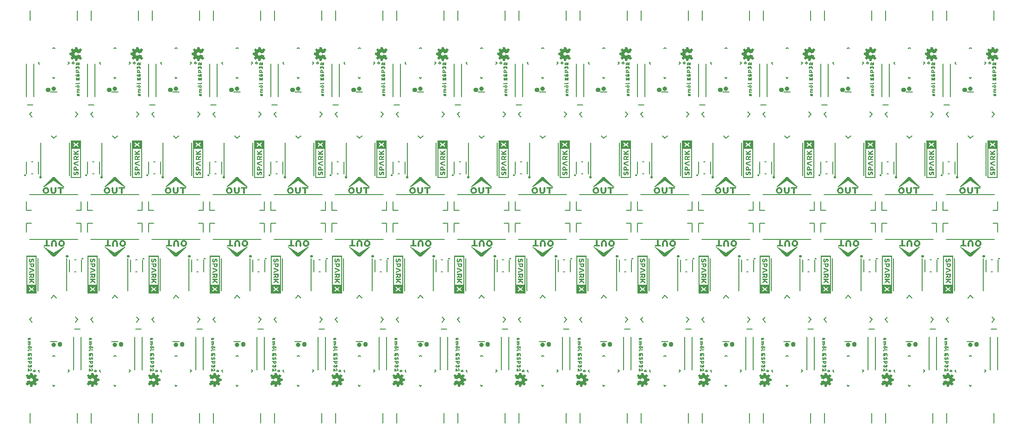
<source format=gto>
G04 EAGLE Gerber RS-274X export*
G75*
%MOMM*%
%FSLAX34Y34*%
%LPD*%
%INSilkscreen Top*%
%IPPOS*%
%AMOC8*
5,1,8,0,0,1.08239X$1,22.5*%
G01*
%ADD10C,0.381000*%
%ADD11C,0.152400*%
%ADD12C,0.803212*%
%ADD13C,0.203200*%
%ADD14C,0.300000*%
%ADD15C,0.127000*%

G36*
X1332879Y480364D02*
X1332879Y480364D01*
X1332873Y480372D01*
X1332881Y480378D01*
X1332881Y548958D01*
X1332845Y549005D01*
X1332837Y548999D01*
X1332831Y549007D01*
X1313849Y549007D01*
X1313801Y548971D01*
X1313807Y548963D01*
X1313799Y548958D01*
X1313799Y480378D01*
X1313835Y480330D01*
X1313843Y480336D01*
X1313849Y480328D01*
X1332831Y480328D01*
X1332879Y480364D01*
G37*
G36*
X581039Y268909D02*
X581039Y268909D01*
X581033Y268917D01*
X581041Y268923D01*
X581041Y337503D01*
X581005Y337550D01*
X580997Y337544D01*
X580991Y337552D01*
X562009Y337552D01*
X561961Y337516D01*
X561967Y337508D01*
X561959Y337503D01*
X561959Y268923D01*
X561995Y268875D01*
X562003Y268881D01*
X562009Y268873D01*
X580991Y268873D01*
X581039Y268909D01*
G37*
G36*
X1251599Y268909D02*
X1251599Y268909D01*
X1251593Y268917D01*
X1251601Y268923D01*
X1251601Y337503D01*
X1251565Y337550D01*
X1251557Y337544D01*
X1251551Y337552D01*
X1232569Y337552D01*
X1232521Y337516D01*
X1232527Y337508D01*
X1232519Y337503D01*
X1232519Y268923D01*
X1232555Y268875D01*
X1232563Y268881D01*
X1232569Y268873D01*
X1251551Y268873D01*
X1251599Y268909D01*
G37*
G36*
X1363359Y268909D02*
X1363359Y268909D01*
X1363353Y268917D01*
X1363361Y268923D01*
X1363361Y337503D01*
X1363325Y337550D01*
X1363317Y337544D01*
X1363311Y337552D01*
X1344329Y337552D01*
X1344281Y337516D01*
X1344287Y337508D01*
X1344279Y337503D01*
X1344279Y268923D01*
X1344315Y268875D01*
X1344323Y268881D01*
X1344329Y268873D01*
X1363311Y268873D01*
X1363359Y268909D01*
G37*
G36*
X469279Y268909D02*
X469279Y268909D01*
X469273Y268917D01*
X469281Y268923D01*
X469281Y337503D01*
X469245Y337550D01*
X469237Y337544D01*
X469231Y337552D01*
X450249Y337552D01*
X450201Y337516D01*
X450207Y337508D01*
X450199Y337503D01*
X450199Y268923D01*
X450235Y268875D01*
X450243Y268881D01*
X450249Y268873D01*
X469231Y268873D01*
X469279Y268909D01*
G37*
G36*
X1475119Y268909D02*
X1475119Y268909D01*
X1475113Y268917D01*
X1475121Y268923D01*
X1475121Y337503D01*
X1475085Y337550D01*
X1475077Y337544D01*
X1475071Y337552D01*
X1456089Y337552D01*
X1456041Y337516D01*
X1456047Y337508D01*
X1456039Y337503D01*
X1456039Y268923D01*
X1456075Y268875D01*
X1456083Y268881D01*
X1456089Y268873D01*
X1475071Y268873D01*
X1475119Y268909D01*
G37*
G36*
X1698639Y268909D02*
X1698639Y268909D01*
X1698633Y268917D01*
X1698641Y268923D01*
X1698641Y337503D01*
X1698605Y337550D01*
X1698597Y337544D01*
X1698591Y337552D01*
X1679609Y337552D01*
X1679561Y337516D01*
X1679567Y337508D01*
X1679559Y337503D01*
X1679559Y268923D01*
X1679595Y268875D01*
X1679603Y268881D01*
X1679609Y268873D01*
X1698591Y268873D01*
X1698639Y268909D01*
G37*
G36*
X1139839Y268909D02*
X1139839Y268909D01*
X1139833Y268917D01*
X1139841Y268923D01*
X1139841Y337503D01*
X1139805Y337550D01*
X1139797Y337544D01*
X1139791Y337552D01*
X1120809Y337552D01*
X1120761Y337516D01*
X1120767Y337508D01*
X1120759Y337503D01*
X1120759Y268923D01*
X1120795Y268875D01*
X1120803Y268881D01*
X1120809Y268873D01*
X1139791Y268873D01*
X1139839Y268909D01*
G37*
G36*
X1586879Y268909D02*
X1586879Y268909D01*
X1586873Y268917D01*
X1586881Y268923D01*
X1586881Y337503D01*
X1586845Y337550D01*
X1586837Y337544D01*
X1586831Y337552D01*
X1567849Y337552D01*
X1567801Y337516D01*
X1567807Y337508D01*
X1567799Y337503D01*
X1567799Y268923D01*
X1567835Y268875D01*
X1567843Y268881D01*
X1567849Y268873D01*
X1586831Y268873D01*
X1586879Y268909D01*
G37*
G36*
X357519Y268909D02*
X357519Y268909D01*
X357513Y268917D01*
X357521Y268923D01*
X357521Y337503D01*
X357485Y337550D01*
X357477Y337544D01*
X357471Y337552D01*
X338489Y337552D01*
X338441Y337516D01*
X338447Y337508D01*
X338439Y337503D01*
X338439Y268923D01*
X338475Y268875D01*
X338483Y268881D01*
X338489Y268873D01*
X357471Y268873D01*
X357519Y268909D01*
G37*
G36*
X804559Y268909D02*
X804559Y268909D01*
X804553Y268917D01*
X804561Y268923D01*
X804561Y337503D01*
X804525Y337550D01*
X804517Y337544D01*
X804511Y337552D01*
X785529Y337552D01*
X785481Y337516D01*
X785487Y337508D01*
X785479Y337503D01*
X785479Y268923D01*
X785515Y268875D01*
X785523Y268881D01*
X785529Y268873D01*
X804511Y268873D01*
X804559Y268909D01*
G37*
G36*
X245759Y268909D02*
X245759Y268909D01*
X245753Y268917D01*
X245761Y268923D01*
X245761Y337503D01*
X245725Y337550D01*
X245717Y337544D01*
X245711Y337552D01*
X226729Y337552D01*
X226681Y337516D01*
X226687Y337508D01*
X226679Y337503D01*
X226679Y268923D01*
X226715Y268875D01*
X226723Y268881D01*
X226729Y268873D01*
X245711Y268873D01*
X245759Y268909D01*
G37*
G36*
X692799Y268909D02*
X692799Y268909D01*
X692793Y268917D01*
X692801Y268923D01*
X692801Y337503D01*
X692765Y337550D01*
X692757Y337544D01*
X692751Y337552D01*
X673769Y337552D01*
X673721Y337516D01*
X673727Y337508D01*
X673719Y337503D01*
X673719Y268923D01*
X673755Y268875D01*
X673763Y268881D01*
X673769Y268873D01*
X692751Y268873D01*
X692799Y268909D01*
G37*
G36*
X133999Y268909D02*
X133999Y268909D01*
X133993Y268917D01*
X134001Y268923D01*
X134001Y337503D01*
X133965Y337550D01*
X133957Y337544D01*
X133951Y337552D01*
X114969Y337552D01*
X114921Y337516D01*
X114927Y337508D01*
X114919Y337503D01*
X114919Y268923D01*
X114955Y268875D01*
X114963Y268881D01*
X114969Y268873D01*
X133951Y268873D01*
X133999Y268909D01*
G37*
G36*
X1028079Y268909D02*
X1028079Y268909D01*
X1028073Y268917D01*
X1028081Y268923D01*
X1028081Y337503D01*
X1028045Y337550D01*
X1028037Y337544D01*
X1028031Y337552D01*
X1009049Y337552D01*
X1009001Y337516D01*
X1009007Y337508D01*
X1008999Y337503D01*
X1008999Y268923D01*
X1009035Y268875D01*
X1009043Y268881D01*
X1009049Y268873D01*
X1028031Y268873D01*
X1028079Y268909D01*
G37*
G36*
X916319Y268909D02*
X916319Y268909D01*
X916313Y268917D01*
X916321Y268923D01*
X916321Y337503D01*
X916285Y337550D01*
X916277Y337544D01*
X916271Y337552D01*
X897289Y337552D01*
X897241Y337516D01*
X897247Y337508D01*
X897239Y337503D01*
X897239Y268923D01*
X897275Y268875D01*
X897283Y268881D01*
X897289Y268873D01*
X916271Y268873D01*
X916319Y268909D01*
G37*
G36*
X3195Y268875D02*
X3195Y268875D01*
X3203Y268881D01*
X3209Y268873D01*
X22191Y268873D01*
X22239Y268909D01*
X22233Y268917D01*
X22241Y268923D01*
X22241Y337503D01*
X22205Y337550D01*
X22197Y337544D01*
X22191Y337552D01*
X3209Y337552D01*
X3161Y337516D01*
X3167Y337508D01*
X3159Y337503D01*
X3159Y268923D01*
X3195Y268875D01*
G37*
G36*
X103519Y480364D02*
X103519Y480364D01*
X103513Y480372D01*
X103521Y480378D01*
X103521Y548958D01*
X103485Y549005D01*
X103477Y548999D01*
X103471Y549007D01*
X84489Y549007D01*
X84441Y548971D01*
X84447Y548963D01*
X84439Y548958D01*
X84439Y480378D01*
X84475Y480330D01*
X84483Y480336D01*
X84489Y480328D01*
X103471Y480328D01*
X103519Y480364D01*
G37*
G36*
X215279Y480364D02*
X215279Y480364D01*
X215273Y480372D01*
X215281Y480378D01*
X215281Y548958D01*
X215245Y549005D01*
X215237Y548999D01*
X215231Y549007D01*
X196249Y549007D01*
X196201Y548971D01*
X196207Y548963D01*
X196199Y548958D01*
X196199Y480378D01*
X196235Y480330D01*
X196243Y480336D01*
X196249Y480328D01*
X215231Y480328D01*
X215279Y480364D01*
G37*
G36*
X774079Y480364D02*
X774079Y480364D01*
X774073Y480372D01*
X774081Y480378D01*
X774081Y548958D01*
X774045Y549005D01*
X774037Y548999D01*
X774031Y549007D01*
X755049Y549007D01*
X755001Y548971D01*
X755007Y548963D01*
X754999Y548958D01*
X754999Y480378D01*
X755035Y480330D01*
X755043Y480336D01*
X755049Y480328D01*
X774031Y480328D01*
X774079Y480364D01*
G37*
G36*
X662319Y480364D02*
X662319Y480364D01*
X662313Y480372D01*
X662321Y480378D01*
X662321Y548958D01*
X662285Y549005D01*
X662277Y548999D01*
X662271Y549007D01*
X643289Y549007D01*
X643241Y548971D01*
X643247Y548963D01*
X643239Y548958D01*
X643239Y480378D01*
X643275Y480330D01*
X643283Y480336D01*
X643289Y480328D01*
X662271Y480328D01*
X662319Y480364D01*
G37*
G36*
X1556399Y480364D02*
X1556399Y480364D01*
X1556393Y480372D01*
X1556401Y480378D01*
X1556401Y548958D01*
X1556365Y549005D01*
X1556357Y548999D01*
X1556351Y549007D01*
X1537369Y549007D01*
X1537321Y548971D01*
X1537327Y548963D01*
X1537319Y548958D01*
X1537319Y480378D01*
X1537355Y480330D01*
X1537363Y480336D01*
X1537369Y480328D01*
X1556351Y480328D01*
X1556399Y480364D01*
G37*
G36*
X1779919Y480364D02*
X1779919Y480364D01*
X1779913Y480372D01*
X1779921Y480378D01*
X1779921Y548958D01*
X1779885Y549005D01*
X1779877Y548999D01*
X1779871Y549007D01*
X1760889Y549007D01*
X1760841Y548971D01*
X1760847Y548963D01*
X1760839Y548958D01*
X1760839Y480378D01*
X1760875Y480330D01*
X1760883Y480336D01*
X1760889Y480328D01*
X1779871Y480328D01*
X1779919Y480364D01*
G37*
G36*
X885839Y480364D02*
X885839Y480364D01*
X885833Y480372D01*
X885841Y480378D01*
X885841Y548958D01*
X885805Y549005D01*
X885797Y548999D01*
X885791Y549007D01*
X866809Y549007D01*
X866761Y548971D01*
X866767Y548963D01*
X866759Y548958D01*
X866759Y480378D01*
X866795Y480330D01*
X866803Y480336D01*
X866809Y480328D01*
X885791Y480328D01*
X885839Y480364D01*
G37*
G36*
X438799Y480364D02*
X438799Y480364D01*
X438793Y480372D01*
X438801Y480378D01*
X438801Y548958D01*
X438765Y549005D01*
X438757Y548999D01*
X438751Y549007D01*
X419769Y549007D01*
X419721Y548971D01*
X419727Y548963D01*
X419719Y548958D01*
X419719Y480378D01*
X419755Y480330D01*
X419763Y480336D01*
X419769Y480328D01*
X438751Y480328D01*
X438799Y480364D01*
G37*
G36*
X327039Y480364D02*
X327039Y480364D01*
X327033Y480372D01*
X327041Y480378D01*
X327041Y548958D01*
X327005Y549005D01*
X326997Y548999D01*
X326991Y549007D01*
X308009Y549007D01*
X307961Y548971D01*
X307967Y548963D01*
X307959Y548958D01*
X307959Y480378D01*
X307995Y480330D01*
X308003Y480336D01*
X308009Y480328D01*
X326991Y480328D01*
X327039Y480364D01*
G37*
G36*
X1444639Y480364D02*
X1444639Y480364D01*
X1444633Y480372D01*
X1444641Y480378D01*
X1444641Y548958D01*
X1444605Y549005D01*
X1444597Y548999D01*
X1444591Y549007D01*
X1425609Y549007D01*
X1425561Y548971D01*
X1425567Y548963D01*
X1425559Y548958D01*
X1425559Y480378D01*
X1425595Y480330D01*
X1425603Y480336D01*
X1425609Y480328D01*
X1444591Y480328D01*
X1444639Y480364D01*
G37*
G36*
X1668159Y480364D02*
X1668159Y480364D01*
X1668153Y480372D01*
X1668161Y480378D01*
X1668161Y548958D01*
X1668125Y549005D01*
X1668117Y548999D01*
X1668111Y549007D01*
X1649129Y549007D01*
X1649081Y548971D01*
X1649087Y548963D01*
X1649079Y548958D01*
X1649079Y480378D01*
X1649115Y480330D01*
X1649123Y480336D01*
X1649129Y480328D01*
X1668111Y480328D01*
X1668159Y480364D01*
G37*
G36*
X1109359Y480364D02*
X1109359Y480364D01*
X1109353Y480372D01*
X1109361Y480378D01*
X1109361Y548958D01*
X1109325Y549005D01*
X1109317Y548999D01*
X1109311Y549007D01*
X1090329Y549007D01*
X1090281Y548971D01*
X1090287Y548963D01*
X1090279Y548958D01*
X1090279Y480378D01*
X1090315Y480330D01*
X1090323Y480336D01*
X1090329Y480328D01*
X1109311Y480328D01*
X1109359Y480364D01*
G37*
G36*
X997599Y480364D02*
X997599Y480364D01*
X997593Y480372D01*
X997601Y480378D01*
X997601Y548958D01*
X997565Y549005D01*
X997557Y548999D01*
X997551Y549007D01*
X978569Y549007D01*
X978521Y548971D01*
X978527Y548963D01*
X978519Y548958D01*
X978519Y480378D01*
X978555Y480330D01*
X978563Y480336D01*
X978569Y480328D01*
X997551Y480328D01*
X997599Y480364D01*
G37*
G36*
X550559Y480364D02*
X550559Y480364D01*
X550553Y480372D01*
X550561Y480378D01*
X550561Y548958D01*
X550525Y549005D01*
X550517Y548999D01*
X550511Y549007D01*
X531529Y549007D01*
X531481Y548971D01*
X531487Y548963D01*
X531479Y548958D01*
X531479Y480378D01*
X531515Y480330D01*
X531523Y480336D01*
X531529Y480328D01*
X550511Y480328D01*
X550559Y480364D01*
G37*
G36*
X1221119Y480364D02*
X1221119Y480364D01*
X1221113Y480372D01*
X1221121Y480378D01*
X1221121Y548958D01*
X1221085Y549005D01*
X1221077Y548999D01*
X1221071Y549007D01*
X1202089Y549007D01*
X1202041Y548971D01*
X1202047Y548963D01*
X1202039Y548958D01*
X1202039Y480378D01*
X1202075Y480330D01*
X1202083Y480336D01*
X1202089Y480328D01*
X1221071Y480328D01*
X1221119Y480364D01*
G37*
%LPC*%
G36*
X116780Y284293D02*
X116780Y284293D01*
X116780Y335691D01*
X132140Y335691D01*
X132140Y284293D01*
X116780Y284293D01*
G37*
%LPD*%
%LPC*%
G36*
X1539180Y482189D02*
X1539180Y482189D01*
X1539180Y533587D01*
X1554540Y533587D01*
X1554540Y482189D01*
X1539180Y482189D01*
G37*
%LPD*%
%LPC*%
G36*
X1092140Y482189D02*
X1092140Y482189D01*
X1092140Y533587D01*
X1107500Y533587D01*
X1107500Y482189D01*
X1092140Y482189D01*
G37*
%LPD*%
%LPC*%
G36*
X1650940Y482189D02*
X1650940Y482189D01*
X1650940Y533587D01*
X1666300Y533587D01*
X1666300Y482189D01*
X1650940Y482189D01*
G37*
%LPD*%
%LPC*%
G36*
X868620Y482189D02*
X868620Y482189D01*
X868620Y533587D01*
X883980Y533587D01*
X883980Y482189D01*
X868620Y482189D01*
G37*
%LPD*%
%LPC*%
G36*
X1762700Y482189D02*
X1762700Y482189D01*
X1762700Y533587D01*
X1778060Y533587D01*
X1778060Y482189D01*
X1762700Y482189D01*
G37*
%LPD*%
%LPC*%
G36*
X1203900Y482189D02*
X1203900Y482189D01*
X1203900Y533587D01*
X1219260Y533587D01*
X1219260Y482189D01*
X1203900Y482189D01*
G37*
%LPD*%
%LPC*%
G36*
X1315660Y482189D02*
X1315660Y482189D01*
X1315660Y533587D01*
X1331020Y533587D01*
X1331020Y482189D01*
X1315660Y482189D01*
G37*
%LPD*%
%LPC*%
G36*
X309820Y482189D02*
X309820Y482189D01*
X309820Y533587D01*
X325180Y533587D01*
X325180Y482189D01*
X309820Y482189D01*
G37*
%LPD*%
%LPC*%
G36*
X198060Y482189D02*
X198060Y482189D01*
X198060Y533587D01*
X213420Y533587D01*
X213420Y482189D01*
X198060Y482189D01*
G37*
%LPD*%
%LPC*%
G36*
X86300Y482189D02*
X86300Y482189D01*
X86300Y533587D01*
X101660Y533587D01*
X101660Y482189D01*
X86300Y482189D01*
G37*
%LPD*%
%LPC*%
G36*
X645100Y482189D02*
X645100Y482189D01*
X645100Y533587D01*
X660460Y533587D01*
X660460Y482189D01*
X645100Y482189D01*
G37*
%LPD*%
%LPC*%
G36*
X1427420Y482189D02*
X1427420Y482189D01*
X1427420Y533587D01*
X1442780Y533587D01*
X1442780Y482189D01*
X1427420Y482189D01*
G37*
%LPD*%
%LPC*%
G36*
X980380Y482189D02*
X980380Y482189D01*
X980380Y533587D01*
X995740Y533587D01*
X995740Y482189D01*
X980380Y482189D01*
G37*
%LPD*%
%LPC*%
G36*
X421580Y482189D02*
X421580Y482189D01*
X421580Y533587D01*
X436940Y533587D01*
X436940Y482189D01*
X421580Y482189D01*
G37*
%LPD*%
%LPC*%
G36*
X340300Y284293D02*
X340300Y284293D01*
X340300Y335691D01*
X355660Y335691D01*
X355660Y284293D01*
X340300Y284293D01*
G37*
%LPD*%
%LPC*%
G36*
X756860Y482189D02*
X756860Y482189D01*
X756860Y533587D01*
X772220Y533587D01*
X772220Y482189D01*
X756860Y482189D01*
G37*
%LPD*%
%LPC*%
G36*
X533340Y482189D02*
X533340Y482189D01*
X533340Y533587D01*
X548700Y533587D01*
X548700Y482189D01*
X533340Y482189D01*
G37*
%LPD*%
%LPC*%
G36*
X1681420Y284293D02*
X1681420Y284293D01*
X1681420Y335691D01*
X1696780Y335691D01*
X1696780Y284293D01*
X1681420Y284293D01*
G37*
%LPD*%
%LPC*%
G36*
X899100Y284293D02*
X899100Y284293D01*
X899100Y335691D01*
X914460Y335691D01*
X914460Y284293D01*
X899100Y284293D01*
G37*
%LPD*%
%LPC*%
G36*
X1569660Y284293D02*
X1569660Y284293D01*
X1569660Y335691D01*
X1585020Y335691D01*
X1585020Y284293D01*
X1569660Y284293D01*
G37*
%LPD*%
%LPC*%
G36*
X1122620Y284293D02*
X1122620Y284293D01*
X1122620Y335691D01*
X1137980Y335691D01*
X1137980Y284293D01*
X1122620Y284293D01*
G37*
%LPD*%
%LPC*%
G36*
X228540Y284293D02*
X228540Y284293D01*
X228540Y335691D01*
X243900Y335691D01*
X243900Y284293D01*
X228540Y284293D01*
G37*
%LPD*%
%LPC*%
G36*
X1346140Y284293D02*
X1346140Y284293D01*
X1346140Y335691D01*
X1361500Y335691D01*
X1361500Y284293D01*
X1346140Y284293D01*
G37*
%LPD*%
%LPC*%
G36*
X1234380Y284293D02*
X1234380Y284293D01*
X1234380Y335691D01*
X1249740Y335691D01*
X1249740Y284293D01*
X1234380Y284293D01*
G37*
%LPD*%
%LPC*%
G36*
X1457900Y284293D02*
X1457900Y284293D01*
X1457900Y335691D01*
X1473260Y335691D01*
X1473260Y284293D01*
X1457900Y284293D01*
G37*
%LPD*%
%LPC*%
G36*
X1010860Y284293D02*
X1010860Y284293D01*
X1010860Y335691D01*
X1026220Y335691D01*
X1026220Y284293D01*
X1010860Y284293D01*
G37*
%LPD*%
%LPC*%
G36*
X787340Y284293D02*
X787340Y284293D01*
X787340Y335691D01*
X802700Y335691D01*
X802700Y284293D01*
X787340Y284293D01*
G37*
%LPD*%
%LPC*%
G36*
X675580Y284293D02*
X675580Y284293D01*
X675580Y335691D01*
X690940Y335691D01*
X690940Y284293D01*
X675580Y284293D01*
G37*
%LPD*%
%LPC*%
G36*
X563820Y284293D02*
X563820Y284293D01*
X563820Y335691D01*
X579180Y335691D01*
X579180Y284293D01*
X563820Y284293D01*
G37*
%LPD*%
%LPC*%
G36*
X20380Y335691D02*
X20380Y335691D01*
X20380Y284293D01*
X5020Y284293D01*
X5020Y335691D01*
X20380Y335691D01*
G37*
%LPD*%
%LPC*%
G36*
X452060Y284293D02*
X452060Y284293D01*
X452060Y335691D01*
X467420Y335691D01*
X467420Y284293D01*
X452060Y284293D01*
G37*
%LPD*%
G36*
X1325403Y694681D02*
X1325403Y694681D01*
X1325422Y694679D01*
X1325486Y694701D01*
X1325552Y694716D01*
X1325567Y694729D01*
X1325586Y694735D01*
X1325633Y694783D01*
X1325686Y694826D01*
X1325694Y694844D01*
X1325707Y694858D01*
X1325747Y694964D01*
X1325756Y694984D01*
X1325756Y694988D01*
X1325758Y694992D01*
X1326316Y698248D01*
X1326373Y698277D01*
X1326484Y698277D01*
X1326558Y698294D01*
X1326633Y698308D01*
X1326643Y698314D01*
X1326652Y698316D01*
X1326680Y698339D01*
X1326736Y698377D01*
X1326784Y698377D01*
X1326858Y698394D01*
X1326933Y698408D01*
X1326943Y698414D01*
X1326952Y698416D01*
X1326980Y698439D01*
X1327052Y698488D01*
X1327108Y698544D01*
X1327173Y698577D01*
X1327284Y698577D01*
X1327358Y698594D01*
X1327433Y698608D01*
X1327443Y698614D01*
X1327452Y698616D01*
X1327480Y698639D01*
X1327536Y698677D01*
X1327584Y698677D01*
X1327658Y698694D01*
X1327733Y698708D01*
X1327743Y698714D01*
X1327752Y698716D01*
X1327780Y698739D01*
X1327852Y698788D01*
X1327908Y698844D01*
X1328053Y698917D01*
X1328081Y698940D01*
X1328152Y698988D01*
X1328208Y699044D01*
X1328273Y699077D01*
X1328284Y699077D01*
X1328300Y699080D01*
X1328316Y699078D01*
X1328447Y699115D01*
X1328448Y699115D01*
X1331063Y697247D01*
X1331078Y697241D01*
X1331090Y697230D01*
X1331158Y697209D01*
X1331223Y697182D01*
X1331239Y697183D01*
X1331255Y697178D01*
X1331325Y697189D01*
X1331396Y697194D01*
X1331410Y697202D01*
X1331426Y697204D01*
X1331542Y697279D01*
X1331545Y697281D01*
X1331545Y697282D01*
X1331546Y697282D01*
X1333846Y699482D01*
X1333858Y699500D01*
X1333875Y699513D01*
X1333904Y699572D01*
X1333940Y699627D01*
X1333943Y699648D01*
X1333953Y699667D01*
X1333953Y699733D01*
X1333961Y699799D01*
X1333953Y699819D01*
X1333954Y699840D01*
X1333912Y699935D01*
X1333902Y699962D01*
X1333899Y699965D01*
X1333896Y699971D01*
X1332020Y702692D01*
X1332036Y702715D01*
X1332038Y702727D01*
X1332043Y702735D01*
X1332047Y702770D01*
X1332049Y702785D01*
X1332052Y702788D01*
X1332092Y702853D01*
X1332136Y702915D01*
X1332138Y702927D01*
X1332143Y702935D01*
X1332147Y702970D01*
X1332149Y702985D01*
X1332152Y702988D01*
X1332192Y703053D01*
X1332236Y703115D01*
X1332238Y703127D01*
X1332243Y703135D01*
X1332247Y703170D01*
X1332249Y703185D01*
X1332252Y703188D01*
X1332292Y703253D01*
X1332336Y703315D01*
X1332338Y703327D01*
X1332343Y703335D01*
X1332347Y703370D01*
X1332349Y703385D01*
X1332352Y703388D01*
X1332392Y703453D01*
X1332436Y703515D01*
X1332438Y703527D01*
X1332443Y703535D01*
X1332447Y703570D01*
X1332449Y703585D01*
X1332452Y703588D01*
X1332492Y703653D01*
X1332536Y703715D01*
X1332538Y703727D01*
X1332543Y703735D01*
X1332547Y703770D01*
X1332563Y703856D01*
X1332563Y703906D01*
X1332574Y703923D01*
X1332580Y703928D01*
X1332582Y703933D01*
X1332608Y703960D01*
X1332621Y703999D01*
X1332643Y704035D01*
X1332647Y704079D01*
X1332651Y704086D01*
X1332651Y704090D01*
X1332662Y704124D01*
X1332656Y704166D01*
X1332660Y704207D01*
X1332644Y704247D01*
X1332644Y704259D01*
X1332641Y704264D01*
X1332637Y704295D01*
X1332613Y704330D01*
X1332598Y704369D01*
X1332570Y704394D01*
X1332561Y704411D01*
X1332552Y704417D01*
X1332538Y704437D01*
X1332495Y704463D01*
X1332471Y704486D01*
X1332446Y704493D01*
X1332426Y704505D01*
X1332419Y704510D01*
X1332417Y704511D01*
X1332416Y704512D01*
X1327016Y706512D01*
X1326958Y706519D01*
X1326903Y706535D01*
X1326874Y706529D01*
X1326844Y706533D01*
X1326790Y706514D01*
X1326733Y706504D01*
X1326709Y706486D01*
X1326680Y706476D01*
X1326640Y706435D01*
X1326594Y706401D01*
X1326577Y706371D01*
X1326559Y706352D01*
X1326549Y706320D01*
X1326524Y706276D01*
X1326433Y706002D01*
X1326272Y705681D01*
X1326116Y705524D01*
X1326097Y705494D01*
X1326045Y705426D01*
X1325972Y705281D01*
X1325859Y705168D01*
X1325714Y705095D01*
X1325687Y705072D01*
X1325616Y705024D01*
X1325459Y704868D01*
X1325138Y704707D01*
X1324864Y704616D01*
X1324844Y704604D01*
X1324814Y704595D01*
X1324494Y704435D01*
X1324284Y704435D01*
X1324249Y704427D01*
X1324164Y704416D01*
X1323922Y704335D01*
X1323445Y704335D01*
X1322352Y704700D01*
X1321825Y705051D01*
X1321679Y705198D01*
X1321499Y705466D01*
X1321477Y705488D01*
X1321452Y705524D01*
X1321279Y705698D01*
X1321128Y705924D01*
X1321044Y706176D01*
X1321024Y706208D01*
X1320999Y706266D01*
X1320863Y706471D01*
X1320863Y706656D01*
X1320855Y706691D01*
X1320852Y706748D01*
X1320763Y707103D01*
X1320763Y707694D01*
X1320844Y707936D01*
X1320847Y707972D01*
X1320863Y708056D01*
X1320863Y708241D01*
X1320999Y708446D01*
X1321012Y708481D01*
X1321044Y708536D01*
X1321128Y708788D01*
X1321479Y709315D01*
X1321825Y709661D01*
X1322352Y710012D01*
X1322604Y710096D01*
X1322635Y710116D01*
X1322694Y710140D01*
X1322899Y710277D01*
X1323084Y710277D01*
X1323119Y710285D01*
X1323204Y710296D01*
X1323445Y710377D01*
X1324222Y710377D01*
X1324464Y710296D01*
X1324500Y710293D01*
X1324584Y710277D01*
X1324694Y710277D01*
X1324814Y710217D01*
X1324837Y710211D01*
X1324864Y710196D01*
X1325138Y710105D01*
X1325259Y710044D01*
X1325416Y709888D01*
X1325446Y709869D01*
X1325514Y709817D01*
X1325659Y709744D01*
X1325972Y709431D01*
X1326045Y709286D01*
X1326068Y709259D01*
X1326087Y709230D01*
X1326096Y709214D01*
X1326099Y709212D01*
X1326116Y709188D01*
X1326272Y709031D01*
X1326545Y708486D01*
X1326564Y708463D01*
X1326576Y708434D01*
X1326619Y708397D01*
X1326655Y708353D01*
X1326684Y708341D01*
X1326707Y708321D01*
X1326762Y708306D01*
X1326813Y708283D01*
X1326844Y708285D01*
X1326874Y708277D01*
X1326949Y708289D01*
X1326986Y708291D01*
X1326998Y708298D01*
X1327016Y708300D01*
X1332416Y710300D01*
X1332433Y710312D01*
X1332452Y710316D01*
X1332504Y710359D01*
X1332560Y710396D01*
X1332570Y710414D01*
X1332586Y710426D01*
X1332613Y710488D01*
X1332647Y710546D01*
X1332648Y710566D01*
X1332656Y710584D01*
X1332654Y710651D01*
X1332658Y710718D01*
X1332650Y710737D01*
X1332649Y710757D01*
X1332617Y710816D01*
X1332591Y710878D01*
X1332576Y710891D01*
X1332566Y710909D01*
X1332548Y710922D01*
X1332546Y710930D01*
X1332532Y711006D01*
X1332526Y711015D01*
X1332524Y711024D01*
X1332501Y711052D01*
X1332452Y711124D01*
X1332446Y711131D01*
X1332432Y711206D01*
X1332426Y711215D01*
X1332424Y711224D01*
X1332401Y711252D01*
X1332352Y711324D01*
X1332346Y711331D01*
X1332332Y711406D01*
X1332326Y711415D01*
X1332324Y711424D01*
X1332301Y711452D01*
X1332263Y711508D01*
X1332263Y711556D01*
X1332246Y711630D01*
X1332232Y711706D01*
X1332226Y711715D01*
X1332224Y711724D01*
X1332201Y711752D01*
X1332152Y711824D01*
X1332150Y711826D01*
X1332149Y711844D01*
X1332140Y711861D01*
X1332132Y711906D01*
X1332126Y711915D01*
X1332124Y711924D01*
X1332101Y711952D01*
X1332052Y712024D01*
X1332035Y712042D01*
X1333896Y714741D01*
X1333902Y714757D01*
X1333914Y714769D01*
X1333934Y714837D01*
X1333959Y714902D01*
X1333958Y714919D01*
X1333963Y714935D01*
X1333950Y715004D01*
X1333944Y715074D01*
X1333935Y715089D01*
X1333932Y715106D01*
X1333861Y715212D01*
X1333854Y715222D01*
X1333853Y715223D01*
X1333852Y715224D01*
X1331552Y717524D01*
X1331531Y717537D01*
X1331515Y717556D01*
X1331458Y717582D01*
X1331405Y717615D01*
X1331380Y717618D01*
X1331358Y717628D01*
X1331295Y717626D01*
X1331233Y717632D01*
X1331210Y717623D01*
X1331185Y717622D01*
X1331103Y717582D01*
X1331071Y717570D01*
X1331066Y717564D01*
X1331056Y717559D01*
X1328462Y715614D01*
X1328452Y715624D01*
X1328422Y715643D01*
X1328353Y715695D01*
X1328153Y715795D01*
X1328138Y715799D01*
X1328124Y715808D01*
X1327991Y715834D01*
X1327985Y715835D01*
X1327984Y715835D01*
X1327973Y715835D01*
X1327908Y715868D01*
X1327852Y715924D01*
X1327822Y715943D01*
X1327753Y715995D01*
X1327553Y716095D01*
X1327538Y716099D01*
X1327524Y716108D01*
X1327391Y716134D01*
X1327385Y716135D01*
X1327384Y716135D01*
X1327373Y716135D01*
X1327053Y716295D01*
X1327038Y716299D01*
X1327024Y716308D01*
X1326891Y716334D01*
X1326885Y716335D01*
X1326884Y716335D01*
X1326873Y716335D01*
X1326753Y716395D01*
X1326738Y716399D01*
X1326724Y716408D01*
X1326591Y716434D01*
X1326585Y716435D01*
X1326584Y716435D01*
X1326573Y716435D01*
X1326453Y716495D01*
X1326438Y716499D01*
X1326424Y716508D01*
X1326322Y716528D01*
X1325758Y719820D01*
X1325750Y719838D01*
X1325749Y719857D01*
X1325717Y719917D01*
X1325690Y719979D01*
X1325676Y719992D01*
X1325666Y720009D01*
X1325611Y720048D01*
X1325559Y720092D01*
X1325540Y720097D01*
X1325524Y720108D01*
X1325414Y720130D01*
X1325391Y720135D01*
X1325388Y720134D01*
X1325384Y720135D01*
X1322184Y720135D01*
X1322164Y720131D01*
X1322144Y720133D01*
X1322081Y720111D01*
X1322015Y720096D01*
X1322000Y720083D01*
X1321981Y720076D01*
X1321934Y720028D01*
X1321882Y719986D01*
X1321874Y719967D01*
X1321860Y719953D01*
X1321822Y719851D01*
X1321811Y719828D01*
X1321812Y719823D01*
X1321810Y719818D01*
X1321263Y716535D01*
X1321184Y716535D01*
X1321109Y716518D01*
X1321034Y716504D01*
X1321025Y716498D01*
X1321015Y716496D01*
X1320988Y716473D01*
X1320932Y716435D01*
X1320884Y716435D01*
X1320809Y716418D01*
X1320734Y716404D01*
X1320725Y716398D01*
X1320715Y716396D01*
X1320688Y716373D01*
X1320616Y716324D01*
X1320559Y716268D01*
X1320494Y716235D01*
X1320384Y716235D01*
X1320309Y716218D01*
X1320234Y716204D01*
X1320225Y716198D01*
X1320215Y716196D01*
X1320188Y716173D01*
X1320132Y716135D01*
X1320084Y716135D01*
X1320009Y716118D01*
X1319934Y716104D01*
X1319925Y716098D01*
X1319915Y716096D01*
X1319888Y716073D01*
X1319816Y716024D01*
X1319759Y715968D01*
X1319614Y715895D01*
X1319587Y715872D01*
X1319532Y715835D01*
X1319484Y715835D01*
X1319409Y715818D01*
X1319334Y715804D01*
X1319325Y715798D01*
X1319315Y715796D01*
X1319288Y715773D01*
X1319216Y715724D01*
X1319159Y715668D01*
X1319079Y715628D01*
X1316406Y717563D01*
X1316383Y717573D01*
X1316363Y717590D01*
X1316304Y717606D01*
X1316247Y717630D01*
X1316221Y717628D01*
X1316196Y717635D01*
X1316136Y717623D01*
X1316074Y717619D01*
X1316052Y717606D01*
X1316026Y717601D01*
X1315955Y717550D01*
X1315924Y717532D01*
X1315919Y717525D01*
X1315910Y717518D01*
X1313710Y715218D01*
X1313703Y715207D01*
X1313693Y715199D01*
X1313660Y715133D01*
X1313622Y715069D01*
X1313621Y715056D01*
X1313615Y715045D01*
X1313615Y714971D01*
X1313609Y714897D01*
X1313614Y714885D01*
X1313614Y714872D01*
X1313672Y714741D01*
X1315515Y712067D01*
X1315445Y711926D01*
X1315441Y711910D01*
X1315432Y711897D01*
X1315419Y711832D01*
X1315411Y711815D01*
X1315412Y711795D01*
X1315406Y711763D01*
X1315405Y711757D01*
X1315405Y711756D01*
X1315405Y711746D01*
X1315372Y711681D01*
X1315316Y711624D01*
X1315304Y711605D01*
X1315290Y711593D01*
X1315280Y711572D01*
X1315245Y711526D01*
X1315145Y711326D01*
X1315141Y711310D01*
X1315132Y711297D01*
X1315106Y711163D01*
X1315105Y711157D01*
X1315105Y711156D01*
X1315105Y711146D01*
X1315072Y711081D01*
X1315016Y711024D01*
X1314975Y710959D01*
X1314932Y710897D01*
X1314929Y710885D01*
X1314924Y710877D01*
X1314921Y710842D01*
X1314905Y710756D01*
X1314905Y710646D01*
X1314845Y710526D01*
X1314841Y710510D01*
X1314832Y710497D01*
X1314806Y710363D01*
X1314805Y710357D01*
X1314805Y710356D01*
X1314805Y710346D01*
X1314745Y710226D01*
X1314741Y710210D01*
X1314732Y710197D01*
X1314706Y710063D01*
X1314705Y710057D01*
X1314705Y710056D01*
X1314705Y710046D01*
X1314645Y709926D01*
X1314641Y709910D01*
X1314632Y709897D01*
X1314628Y709880D01*
X1311420Y709330D01*
X1311402Y709322D01*
X1311383Y709321D01*
X1311323Y709289D01*
X1311260Y709262D01*
X1311248Y709248D01*
X1311231Y709238D01*
X1311192Y709183D01*
X1311148Y709131D01*
X1311143Y709112D01*
X1311132Y709097D01*
X1311110Y708986D01*
X1311105Y708964D01*
X1311105Y708960D01*
X1311105Y708956D01*
X1311105Y705756D01*
X1311109Y705737D01*
X1311106Y705718D01*
X1311129Y705654D01*
X1311144Y705588D01*
X1311156Y705573D01*
X1311163Y705554D01*
X1311211Y705507D01*
X1311254Y705454D01*
X1311272Y705446D01*
X1311286Y705433D01*
X1311392Y705393D01*
X1311412Y705384D01*
X1311416Y705384D01*
X1311420Y705382D01*
X1314676Y704824D01*
X1314705Y704766D01*
X1314705Y704656D01*
X1314722Y704582D01*
X1314735Y704506D01*
X1314742Y704497D01*
X1314744Y704488D01*
X1314767Y704460D01*
X1314805Y704404D01*
X1314805Y704356D01*
X1314808Y704340D01*
X1314806Y704324D01*
X1314843Y704193D01*
X1314844Y704188D01*
X1314844Y704187D01*
X1314845Y704186D01*
X1314905Y704066D01*
X1314905Y704056D01*
X1314908Y704040D01*
X1314906Y704024D01*
X1314943Y703893D01*
X1314944Y703888D01*
X1314944Y703887D01*
X1314945Y703886D01*
X1315045Y703686D01*
X1315068Y703659D01*
X1315105Y703604D01*
X1315105Y703556D01*
X1315122Y703482D01*
X1315135Y703406D01*
X1315142Y703397D01*
X1315144Y703388D01*
X1315167Y703360D01*
X1315216Y703288D01*
X1315272Y703231D01*
X1315345Y703086D01*
X1315368Y703059D01*
X1315405Y703004D01*
X1315405Y702956D01*
X1315422Y702882D01*
X1315435Y702806D01*
X1315442Y702797D01*
X1315444Y702788D01*
X1315467Y702760D01*
X1315516Y702688D01*
X1315533Y702670D01*
X1313672Y699971D01*
X1313665Y699955D01*
X1313654Y699943D01*
X1313634Y699876D01*
X1313608Y699810D01*
X1313610Y699793D01*
X1313605Y699777D01*
X1313617Y699708D01*
X1313623Y699638D01*
X1313632Y699623D01*
X1313635Y699606D01*
X1313707Y699500D01*
X1313713Y699490D01*
X1313715Y699489D01*
X1313716Y699488D01*
X1315916Y697288D01*
X1315930Y697279D01*
X1315940Y697265D01*
X1316003Y697234D01*
X1316063Y697197D01*
X1316080Y697195D01*
X1316095Y697187D01*
X1316165Y697187D01*
X1316235Y697180D01*
X1316251Y697186D01*
X1316268Y697186D01*
X1316386Y697238D01*
X1316397Y697242D01*
X1316397Y697243D01*
X1316399Y697244D01*
X1319083Y699095D01*
X1319098Y699093D01*
X1319184Y699077D01*
X1319234Y699077D01*
X1319246Y699069D01*
X1319314Y699017D01*
X1319459Y698944D01*
X1319516Y698888D01*
X1319580Y698848D01*
X1319643Y698804D01*
X1319655Y698802D01*
X1319663Y698797D01*
X1319698Y698793D01*
X1319784Y698777D01*
X1319834Y698777D01*
X1319846Y698769D01*
X1319914Y698717D01*
X1320114Y698617D01*
X1320130Y698613D01*
X1320143Y698604D01*
X1320277Y698578D01*
X1320283Y698577D01*
X1320284Y698577D01*
X1320294Y698577D01*
X1320614Y698417D01*
X1320630Y698413D01*
X1320643Y698404D01*
X1320777Y698378D01*
X1320783Y698377D01*
X1320784Y698377D01*
X1320794Y698377D01*
X1320914Y698317D01*
X1320930Y698313D01*
X1320943Y698304D01*
X1321077Y698278D01*
X1321083Y698277D01*
X1321084Y698277D01*
X1321094Y698277D01*
X1321214Y698217D01*
X1321230Y698213D01*
X1321243Y698204D01*
X1321260Y698201D01*
X1321810Y694992D01*
X1321818Y694974D01*
X1321818Y694955D01*
X1321851Y694895D01*
X1321877Y694833D01*
X1321892Y694820D01*
X1321901Y694803D01*
X1321957Y694764D01*
X1322009Y694720D01*
X1322027Y694715D01*
X1322043Y694704D01*
X1322154Y694682D01*
X1322176Y694677D01*
X1322180Y694678D01*
X1322184Y694677D01*
X1325384Y694677D01*
X1325403Y694681D01*
G37*
G36*
X1213643Y694681D02*
X1213643Y694681D01*
X1213662Y694679D01*
X1213726Y694701D01*
X1213792Y694716D01*
X1213807Y694729D01*
X1213826Y694735D01*
X1213873Y694783D01*
X1213926Y694826D01*
X1213934Y694844D01*
X1213947Y694858D01*
X1213987Y694964D01*
X1213996Y694984D01*
X1213996Y694988D01*
X1213998Y694992D01*
X1214556Y698248D01*
X1214613Y698277D01*
X1214724Y698277D01*
X1214798Y698294D01*
X1214873Y698308D01*
X1214883Y698314D01*
X1214892Y698316D01*
X1214920Y698339D01*
X1214976Y698377D01*
X1215024Y698377D01*
X1215098Y698394D01*
X1215173Y698408D01*
X1215183Y698414D01*
X1215192Y698416D01*
X1215220Y698439D01*
X1215292Y698488D01*
X1215348Y698544D01*
X1215413Y698577D01*
X1215524Y698577D01*
X1215598Y698594D01*
X1215673Y698608D01*
X1215683Y698614D01*
X1215692Y698616D01*
X1215720Y698639D01*
X1215776Y698677D01*
X1215824Y698677D01*
X1215898Y698694D01*
X1215973Y698708D01*
X1215983Y698714D01*
X1215992Y698716D01*
X1216020Y698739D01*
X1216092Y698788D01*
X1216148Y698844D01*
X1216293Y698917D01*
X1216321Y698940D01*
X1216392Y698988D01*
X1216448Y699044D01*
X1216513Y699077D01*
X1216524Y699077D01*
X1216540Y699080D01*
X1216556Y699078D01*
X1216687Y699115D01*
X1216688Y699115D01*
X1219303Y697247D01*
X1219318Y697241D01*
X1219330Y697230D01*
X1219398Y697209D01*
X1219463Y697182D01*
X1219479Y697183D01*
X1219495Y697178D01*
X1219565Y697189D01*
X1219636Y697194D01*
X1219650Y697202D01*
X1219666Y697204D01*
X1219782Y697279D01*
X1219785Y697281D01*
X1219785Y697282D01*
X1219786Y697282D01*
X1222086Y699482D01*
X1222098Y699500D01*
X1222115Y699513D01*
X1222144Y699572D01*
X1222180Y699627D01*
X1222183Y699648D01*
X1222193Y699667D01*
X1222193Y699733D01*
X1222201Y699799D01*
X1222193Y699819D01*
X1222194Y699840D01*
X1222152Y699935D01*
X1222142Y699962D01*
X1222139Y699965D01*
X1222136Y699971D01*
X1220260Y702692D01*
X1220276Y702715D01*
X1220278Y702727D01*
X1220283Y702735D01*
X1220287Y702770D01*
X1220289Y702785D01*
X1220292Y702788D01*
X1220332Y702853D01*
X1220376Y702915D01*
X1220378Y702927D01*
X1220383Y702935D01*
X1220387Y702970D01*
X1220389Y702985D01*
X1220392Y702988D01*
X1220432Y703053D01*
X1220476Y703115D01*
X1220478Y703127D01*
X1220483Y703135D01*
X1220487Y703170D01*
X1220489Y703185D01*
X1220492Y703188D01*
X1220532Y703253D01*
X1220576Y703315D01*
X1220578Y703327D01*
X1220583Y703335D01*
X1220587Y703370D01*
X1220589Y703385D01*
X1220592Y703388D01*
X1220632Y703453D01*
X1220676Y703515D01*
X1220678Y703527D01*
X1220683Y703535D01*
X1220687Y703570D01*
X1220689Y703585D01*
X1220692Y703588D01*
X1220732Y703653D01*
X1220776Y703715D01*
X1220778Y703727D01*
X1220783Y703735D01*
X1220787Y703770D01*
X1220803Y703856D01*
X1220803Y703906D01*
X1220814Y703923D01*
X1220820Y703928D01*
X1220822Y703933D01*
X1220848Y703960D01*
X1220861Y703999D01*
X1220883Y704035D01*
X1220887Y704079D01*
X1220891Y704086D01*
X1220891Y704090D01*
X1220902Y704124D01*
X1220896Y704166D01*
X1220900Y704207D01*
X1220884Y704247D01*
X1220884Y704259D01*
X1220881Y704264D01*
X1220877Y704295D01*
X1220853Y704330D01*
X1220838Y704369D01*
X1220810Y704394D01*
X1220801Y704411D01*
X1220792Y704417D01*
X1220778Y704437D01*
X1220735Y704463D01*
X1220711Y704486D01*
X1220686Y704493D01*
X1220666Y704505D01*
X1220659Y704510D01*
X1220657Y704511D01*
X1220656Y704512D01*
X1215256Y706512D01*
X1215198Y706519D01*
X1215143Y706535D01*
X1215114Y706529D01*
X1215084Y706533D01*
X1215030Y706514D01*
X1214973Y706504D01*
X1214949Y706486D01*
X1214920Y706476D01*
X1214880Y706435D01*
X1214834Y706401D01*
X1214817Y706371D01*
X1214799Y706352D01*
X1214789Y706320D01*
X1214764Y706276D01*
X1214673Y706002D01*
X1214512Y705681D01*
X1214356Y705524D01*
X1214337Y705494D01*
X1214285Y705426D01*
X1214212Y705281D01*
X1214099Y705168D01*
X1213954Y705095D01*
X1213927Y705072D01*
X1213856Y705024D01*
X1213699Y704868D01*
X1213378Y704707D01*
X1213104Y704616D01*
X1213084Y704604D01*
X1213054Y704595D01*
X1212734Y704435D01*
X1212524Y704435D01*
X1212489Y704427D01*
X1212404Y704416D01*
X1212162Y704335D01*
X1211685Y704335D01*
X1210592Y704700D01*
X1210065Y705051D01*
X1209919Y705198D01*
X1209739Y705466D01*
X1209717Y705488D01*
X1209692Y705524D01*
X1209519Y705698D01*
X1209368Y705924D01*
X1209284Y706176D01*
X1209264Y706208D01*
X1209239Y706266D01*
X1209103Y706471D01*
X1209103Y706656D01*
X1209095Y706691D01*
X1209092Y706748D01*
X1209003Y707103D01*
X1209003Y707694D01*
X1209084Y707936D01*
X1209087Y707972D01*
X1209103Y708056D01*
X1209103Y708241D01*
X1209239Y708446D01*
X1209252Y708481D01*
X1209284Y708536D01*
X1209368Y708788D01*
X1209719Y709315D01*
X1210065Y709661D01*
X1210592Y710012D01*
X1210844Y710096D01*
X1210875Y710116D01*
X1210934Y710140D01*
X1211139Y710277D01*
X1211324Y710277D01*
X1211359Y710285D01*
X1211444Y710296D01*
X1211685Y710377D01*
X1212462Y710377D01*
X1212704Y710296D01*
X1212740Y710293D01*
X1212824Y710277D01*
X1212934Y710277D01*
X1213054Y710217D01*
X1213077Y710211D01*
X1213104Y710196D01*
X1213378Y710105D01*
X1213499Y710044D01*
X1213656Y709888D01*
X1213686Y709869D01*
X1213754Y709817D01*
X1213899Y709744D01*
X1214212Y709431D01*
X1214285Y709286D01*
X1214308Y709259D01*
X1214327Y709230D01*
X1214336Y709214D01*
X1214339Y709212D01*
X1214356Y709188D01*
X1214512Y709031D01*
X1214785Y708486D01*
X1214804Y708463D01*
X1214816Y708434D01*
X1214859Y708397D01*
X1214895Y708353D01*
X1214924Y708341D01*
X1214947Y708321D01*
X1215002Y708306D01*
X1215053Y708283D01*
X1215084Y708285D01*
X1215114Y708277D01*
X1215189Y708289D01*
X1215226Y708291D01*
X1215238Y708298D01*
X1215256Y708300D01*
X1220656Y710300D01*
X1220673Y710312D01*
X1220692Y710316D01*
X1220744Y710359D01*
X1220800Y710396D01*
X1220810Y710414D01*
X1220826Y710426D01*
X1220853Y710488D01*
X1220887Y710546D01*
X1220888Y710566D01*
X1220896Y710584D01*
X1220894Y710651D01*
X1220898Y710718D01*
X1220890Y710737D01*
X1220889Y710757D01*
X1220857Y710816D01*
X1220831Y710878D01*
X1220816Y710891D01*
X1220806Y710909D01*
X1220788Y710922D01*
X1220786Y710930D01*
X1220772Y711006D01*
X1220766Y711015D01*
X1220764Y711024D01*
X1220741Y711052D01*
X1220692Y711124D01*
X1220686Y711131D01*
X1220672Y711206D01*
X1220666Y711215D01*
X1220664Y711224D01*
X1220641Y711252D01*
X1220592Y711324D01*
X1220586Y711331D01*
X1220572Y711406D01*
X1220566Y711415D01*
X1220564Y711424D01*
X1220541Y711452D01*
X1220503Y711508D01*
X1220503Y711556D01*
X1220486Y711630D01*
X1220472Y711706D01*
X1220466Y711715D01*
X1220464Y711724D01*
X1220441Y711752D01*
X1220392Y711824D01*
X1220390Y711826D01*
X1220389Y711844D01*
X1220380Y711861D01*
X1220372Y711906D01*
X1220366Y711915D01*
X1220364Y711924D01*
X1220341Y711952D01*
X1220292Y712024D01*
X1220275Y712042D01*
X1222136Y714741D01*
X1222142Y714757D01*
X1222154Y714769D01*
X1222174Y714837D01*
X1222199Y714902D01*
X1222198Y714919D01*
X1222203Y714935D01*
X1222190Y715004D01*
X1222184Y715074D01*
X1222175Y715089D01*
X1222172Y715106D01*
X1222101Y715212D01*
X1222094Y715222D01*
X1222093Y715223D01*
X1222092Y715224D01*
X1219792Y717524D01*
X1219771Y717537D01*
X1219755Y717556D01*
X1219698Y717582D01*
X1219645Y717615D01*
X1219620Y717618D01*
X1219598Y717628D01*
X1219535Y717626D01*
X1219473Y717632D01*
X1219450Y717623D01*
X1219425Y717622D01*
X1219343Y717582D01*
X1219311Y717570D01*
X1219306Y717564D01*
X1219296Y717559D01*
X1216702Y715614D01*
X1216692Y715624D01*
X1216662Y715643D01*
X1216593Y715695D01*
X1216393Y715795D01*
X1216378Y715799D01*
X1216364Y715808D01*
X1216231Y715834D01*
X1216225Y715835D01*
X1216224Y715835D01*
X1216213Y715835D01*
X1216148Y715868D01*
X1216092Y715924D01*
X1216062Y715943D01*
X1215993Y715995D01*
X1215793Y716095D01*
X1215778Y716099D01*
X1215764Y716108D01*
X1215631Y716134D01*
X1215625Y716135D01*
X1215624Y716135D01*
X1215613Y716135D01*
X1215293Y716295D01*
X1215278Y716299D01*
X1215264Y716308D01*
X1215131Y716334D01*
X1215125Y716335D01*
X1215124Y716335D01*
X1215113Y716335D01*
X1214993Y716395D01*
X1214978Y716399D01*
X1214964Y716408D01*
X1214831Y716434D01*
X1214825Y716435D01*
X1214824Y716435D01*
X1214813Y716435D01*
X1214693Y716495D01*
X1214678Y716499D01*
X1214664Y716508D01*
X1214562Y716528D01*
X1213998Y719820D01*
X1213990Y719838D01*
X1213989Y719857D01*
X1213957Y719917D01*
X1213930Y719979D01*
X1213916Y719992D01*
X1213906Y720009D01*
X1213851Y720048D01*
X1213799Y720092D01*
X1213780Y720097D01*
X1213764Y720108D01*
X1213654Y720130D01*
X1213631Y720135D01*
X1213628Y720134D01*
X1213624Y720135D01*
X1210424Y720135D01*
X1210404Y720131D01*
X1210384Y720133D01*
X1210321Y720111D01*
X1210255Y720096D01*
X1210240Y720083D01*
X1210221Y720076D01*
X1210174Y720028D01*
X1210122Y719986D01*
X1210114Y719967D01*
X1210100Y719953D01*
X1210062Y719851D01*
X1210051Y719828D01*
X1210052Y719823D01*
X1210050Y719818D01*
X1209503Y716535D01*
X1209424Y716535D01*
X1209349Y716518D01*
X1209274Y716504D01*
X1209265Y716498D01*
X1209255Y716496D01*
X1209228Y716473D01*
X1209172Y716435D01*
X1209124Y716435D01*
X1209049Y716418D01*
X1208974Y716404D01*
X1208965Y716398D01*
X1208955Y716396D01*
X1208928Y716373D01*
X1208856Y716324D01*
X1208799Y716268D01*
X1208734Y716235D01*
X1208624Y716235D01*
X1208549Y716218D01*
X1208474Y716204D01*
X1208465Y716198D01*
X1208455Y716196D01*
X1208428Y716173D01*
X1208372Y716135D01*
X1208324Y716135D01*
X1208249Y716118D01*
X1208174Y716104D01*
X1208165Y716098D01*
X1208155Y716096D01*
X1208128Y716073D01*
X1208056Y716024D01*
X1207999Y715968D01*
X1207854Y715895D01*
X1207827Y715872D01*
X1207772Y715835D01*
X1207724Y715835D01*
X1207649Y715818D01*
X1207574Y715804D01*
X1207565Y715798D01*
X1207555Y715796D01*
X1207528Y715773D01*
X1207456Y715724D01*
X1207399Y715668D01*
X1207319Y715628D01*
X1204646Y717563D01*
X1204623Y717573D01*
X1204603Y717590D01*
X1204544Y717606D01*
X1204487Y717630D01*
X1204461Y717628D01*
X1204436Y717635D01*
X1204376Y717623D01*
X1204314Y717619D01*
X1204292Y717606D01*
X1204266Y717601D01*
X1204195Y717550D01*
X1204164Y717532D01*
X1204159Y717525D01*
X1204150Y717518D01*
X1201950Y715218D01*
X1201943Y715207D01*
X1201933Y715199D01*
X1201900Y715133D01*
X1201862Y715069D01*
X1201861Y715056D01*
X1201855Y715045D01*
X1201855Y714971D01*
X1201849Y714897D01*
X1201854Y714885D01*
X1201854Y714872D01*
X1201912Y714741D01*
X1203755Y712067D01*
X1203685Y711926D01*
X1203681Y711910D01*
X1203672Y711897D01*
X1203659Y711832D01*
X1203651Y711815D01*
X1203652Y711795D01*
X1203646Y711763D01*
X1203645Y711757D01*
X1203645Y711756D01*
X1203645Y711746D01*
X1203612Y711681D01*
X1203556Y711624D01*
X1203544Y711605D01*
X1203530Y711593D01*
X1203520Y711572D01*
X1203485Y711526D01*
X1203385Y711326D01*
X1203381Y711310D01*
X1203372Y711297D01*
X1203346Y711163D01*
X1203345Y711157D01*
X1203345Y711156D01*
X1203345Y711146D01*
X1203312Y711081D01*
X1203256Y711024D01*
X1203215Y710959D01*
X1203172Y710897D01*
X1203169Y710885D01*
X1203164Y710877D01*
X1203161Y710842D01*
X1203145Y710756D01*
X1203145Y710646D01*
X1203085Y710526D01*
X1203081Y710510D01*
X1203072Y710497D01*
X1203046Y710363D01*
X1203045Y710357D01*
X1203045Y710356D01*
X1203045Y710346D01*
X1202985Y710226D01*
X1202981Y710210D01*
X1202972Y710197D01*
X1202946Y710063D01*
X1202945Y710057D01*
X1202945Y710056D01*
X1202945Y710046D01*
X1202885Y709926D01*
X1202881Y709910D01*
X1202872Y709897D01*
X1202868Y709880D01*
X1199660Y709330D01*
X1199642Y709322D01*
X1199623Y709321D01*
X1199563Y709289D01*
X1199500Y709262D01*
X1199488Y709248D01*
X1199471Y709238D01*
X1199432Y709183D01*
X1199388Y709131D01*
X1199383Y709112D01*
X1199372Y709097D01*
X1199350Y708986D01*
X1199345Y708964D01*
X1199345Y708960D01*
X1199345Y708956D01*
X1199345Y705756D01*
X1199349Y705737D01*
X1199346Y705718D01*
X1199369Y705654D01*
X1199384Y705588D01*
X1199396Y705573D01*
X1199403Y705554D01*
X1199451Y705507D01*
X1199494Y705454D01*
X1199512Y705446D01*
X1199526Y705433D01*
X1199632Y705393D01*
X1199652Y705384D01*
X1199656Y705384D01*
X1199660Y705382D01*
X1202916Y704824D01*
X1202945Y704766D01*
X1202945Y704656D01*
X1202962Y704582D01*
X1202975Y704506D01*
X1202982Y704497D01*
X1202984Y704488D01*
X1203007Y704460D01*
X1203045Y704404D01*
X1203045Y704356D01*
X1203048Y704340D01*
X1203046Y704324D01*
X1203083Y704193D01*
X1203084Y704188D01*
X1203084Y704187D01*
X1203085Y704186D01*
X1203145Y704066D01*
X1203145Y704056D01*
X1203148Y704040D01*
X1203146Y704024D01*
X1203183Y703893D01*
X1203184Y703888D01*
X1203184Y703887D01*
X1203185Y703886D01*
X1203285Y703686D01*
X1203308Y703659D01*
X1203345Y703604D01*
X1203345Y703556D01*
X1203362Y703482D01*
X1203375Y703406D01*
X1203382Y703397D01*
X1203384Y703388D01*
X1203407Y703360D01*
X1203456Y703288D01*
X1203512Y703231D01*
X1203585Y703086D01*
X1203608Y703059D01*
X1203645Y703004D01*
X1203645Y702956D01*
X1203662Y702882D01*
X1203675Y702806D01*
X1203682Y702797D01*
X1203684Y702788D01*
X1203707Y702760D01*
X1203756Y702688D01*
X1203773Y702670D01*
X1201912Y699971D01*
X1201905Y699955D01*
X1201894Y699943D01*
X1201874Y699876D01*
X1201848Y699810D01*
X1201850Y699793D01*
X1201845Y699777D01*
X1201857Y699708D01*
X1201863Y699638D01*
X1201872Y699623D01*
X1201875Y699606D01*
X1201947Y699500D01*
X1201953Y699490D01*
X1201955Y699489D01*
X1201956Y699488D01*
X1204156Y697288D01*
X1204170Y697279D01*
X1204180Y697265D01*
X1204243Y697234D01*
X1204303Y697197D01*
X1204320Y697195D01*
X1204335Y697187D01*
X1204405Y697187D01*
X1204475Y697180D01*
X1204491Y697186D01*
X1204508Y697186D01*
X1204626Y697238D01*
X1204637Y697242D01*
X1204637Y697243D01*
X1204639Y697244D01*
X1207323Y699095D01*
X1207338Y699093D01*
X1207424Y699077D01*
X1207474Y699077D01*
X1207486Y699069D01*
X1207554Y699017D01*
X1207699Y698944D01*
X1207756Y698888D01*
X1207820Y698848D01*
X1207883Y698804D01*
X1207895Y698802D01*
X1207903Y698797D01*
X1207938Y698793D01*
X1208024Y698777D01*
X1208074Y698777D01*
X1208086Y698769D01*
X1208154Y698717D01*
X1208354Y698617D01*
X1208370Y698613D01*
X1208383Y698604D01*
X1208517Y698578D01*
X1208523Y698577D01*
X1208524Y698577D01*
X1208534Y698577D01*
X1208854Y698417D01*
X1208870Y698413D01*
X1208883Y698404D01*
X1209017Y698378D01*
X1209023Y698377D01*
X1209024Y698377D01*
X1209034Y698377D01*
X1209154Y698317D01*
X1209170Y698313D01*
X1209183Y698304D01*
X1209317Y698278D01*
X1209323Y698277D01*
X1209324Y698277D01*
X1209334Y698277D01*
X1209454Y698217D01*
X1209470Y698213D01*
X1209483Y698204D01*
X1209500Y698201D01*
X1210050Y694992D01*
X1210058Y694974D01*
X1210058Y694955D01*
X1210091Y694895D01*
X1210117Y694833D01*
X1210132Y694820D01*
X1210141Y694803D01*
X1210197Y694764D01*
X1210249Y694720D01*
X1210267Y694715D01*
X1210283Y694704D01*
X1210394Y694682D01*
X1210416Y694677D01*
X1210420Y694678D01*
X1210424Y694677D01*
X1213624Y694677D01*
X1213643Y694681D01*
G37*
G36*
X1660683Y694681D02*
X1660683Y694681D01*
X1660702Y694679D01*
X1660766Y694701D01*
X1660832Y694716D01*
X1660847Y694729D01*
X1660866Y694735D01*
X1660913Y694783D01*
X1660966Y694826D01*
X1660974Y694844D01*
X1660987Y694858D01*
X1661027Y694964D01*
X1661036Y694984D01*
X1661036Y694988D01*
X1661038Y694992D01*
X1661596Y698248D01*
X1661653Y698277D01*
X1661764Y698277D01*
X1661838Y698294D01*
X1661913Y698308D01*
X1661923Y698314D01*
X1661932Y698316D01*
X1661960Y698339D01*
X1662016Y698377D01*
X1662064Y698377D01*
X1662138Y698394D01*
X1662213Y698408D01*
X1662223Y698414D01*
X1662232Y698416D01*
X1662260Y698439D01*
X1662332Y698488D01*
X1662388Y698544D01*
X1662453Y698577D01*
X1662564Y698577D01*
X1662638Y698594D01*
X1662713Y698608D01*
X1662723Y698614D01*
X1662732Y698616D01*
X1662760Y698639D01*
X1662816Y698677D01*
X1662864Y698677D01*
X1662938Y698694D01*
X1663013Y698708D01*
X1663023Y698714D01*
X1663032Y698716D01*
X1663060Y698739D01*
X1663132Y698788D01*
X1663188Y698844D01*
X1663333Y698917D01*
X1663361Y698940D01*
X1663432Y698988D01*
X1663488Y699044D01*
X1663553Y699077D01*
X1663564Y699077D01*
X1663580Y699080D01*
X1663596Y699078D01*
X1663727Y699115D01*
X1663728Y699115D01*
X1666343Y697247D01*
X1666358Y697241D01*
X1666370Y697230D01*
X1666438Y697209D01*
X1666503Y697182D01*
X1666519Y697183D01*
X1666535Y697178D01*
X1666605Y697189D01*
X1666676Y697194D01*
X1666690Y697202D01*
X1666706Y697204D01*
X1666822Y697279D01*
X1666825Y697281D01*
X1666825Y697282D01*
X1666826Y697282D01*
X1669126Y699482D01*
X1669138Y699500D01*
X1669155Y699513D01*
X1669184Y699572D01*
X1669220Y699627D01*
X1669223Y699648D01*
X1669233Y699667D01*
X1669233Y699733D01*
X1669241Y699799D01*
X1669233Y699819D01*
X1669234Y699840D01*
X1669192Y699935D01*
X1669182Y699962D01*
X1669179Y699965D01*
X1669176Y699971D01*
X1667300Y702692D01*
X1667316Y702715D01*
X1667318Y702727D01*
X1667323Y702735D01*
X1667327Y702770D01*
X1667329Y702785D01*
X1667332Y702788D01*
X1667372Y702853D01*
X1667416Y702915D01*
X1667418Y702927D01*
X1667423Y702935D01*
X1667427Y702970D01*
X1667429Y702985D01*
X1667432Y702988D01*
X1667472Y703053D01*
X1667516Y703115D01*
X1667518Y703127D01*
X1667523Y703135D01*
X1667527Y703170D01*
X1667529Y703185D01*
X1667532Y703188D01*
X1667572Y703253D01*
X1667616Y703315D01*
X1667618Y703327D01*
X1667623Y703335D01*
X1667627Y703370D01*
X1667629Y703385D01*
X1667632Y703388D01*
X1667672Y703453D01*
X1667716Y703515D01*
X1667718Y703527D01*
X1667723Y703535D01*
X1667727Y703570D01*
X1667729Y703585D01*
X1667732Y703588D01*
X1667772Y703653D01*
X1667816Y703715D01*
X1667818Y703727D01*
X1667823Y703735D01*
X1667827Y703770D01*
X1667843Y703856D01*
X1667843Y703906D01*
X1667854Y703923D01*
X1667860Y703928D01*
X1667862Y703933D01*
X1667888Y703960D01*
X1667901Y703999D01*
X1667923Y704035D01*
X1667927Y704079D01*
X1667931Y704086D01*
X1667931Y704090D01*
X1667942Y704124D01*
X1667936Y704166D01*
X1667940Y704207D01*
X1667924Y704247D01*
X1667924Y704259D01*
X1667921Y704264D01*
X1667917Y704295D01*
X1667893Y704330D01*
X1667878Y704369D01*
X1667850Y704394D01*
X1667841Y704411D01*
X1667832Y704417D01*
X1667818Y704437D01*
X1667775Y704463D01*
X1667751Y704486D01*
X1667726Y704493D01*
X1667706Y704505D01*
X1667699Y704510D01*
X1667697Y704511D01*
X1667696Y704512D01*
X1662296Y706512D01*
X1662238Y706519D01*
X1662183Y706535D01*
X1662154Y706529D01*
X1662124Y706533D01*
X1662070Y706514D01*
X1662013Y706504D01*
X1661989Y706486D01*
X1661960Y706476D01*
X1661920Y706435D01*
X1661874Y706401D01*
X1661857Y706371D01*
X1661839Y706352D01*
X1661829Y706320D01*
X1661804Y706276D01*
X1661713Y706002D01*
X1661552Y705681D01*
X1661396Y705524D01*
X1661377Y705494D01*
X1661325Y705426D01*
X1661252Y705281D01*
X1661139Y705168D01*
X1660994Y705095D01*
X1660967Y705072D01*
X1660896Y705024D01*
X1660739Y704868D01*
X1660418Y704707D01*
X1660144Y704616D01*
X1660124Y704604D01*
X1660094Y704595D01*
X1659774Y704435D01*
X1659564Y704435D01*
X1659529Y704427D01*
X1659444Y704416D01*
X1659202Y704335D01*
X1658725Y704335D01*
X1657632Y704700D01*
X1657105Y705051D01*
X1656959Y705198D01*
X1656779Y705466D01*
X1656757Y705488D01*
X1656732Y705524D01*
X1656559Y705698D01*
X1656408Y705924D01*
X1656324Y706176D01*
X1656304Y706208D01*
X1656279Y706266D01*
X1656143Y706471D01*
X1656143Y706656D01*
X1656135Y706691D01*
X1656132Y706748D01*
X1656043Y707103D01*
X1656043Y707694D01*
X1656124Y707936D01*
X1656127Y707972D01*
X1656143Y708056D01*
X1656143Y708241D01*
X1656279Y708446D01*
X1656292Y708481D01*
X1656324Y708536D01*
X1656408Y708788D01*
X1656759Y709315D01*
X1657105Y709661D01*
X1657632Y710012D01*
X1657884Y710096D01*
X1657915Y710116D01*
X1657974Y710140D01*
X1658179Y710277D01*
X1658364Y710277D01*
X1658399Y710285D01*
X1658484Y710296D01*
X1658725Y710377D01*
X1659502Y710377D01*
X1659744Y710296D01*
X1659780Y710293D01*
X1659864Y710277D01*
X1659974Y710277D01*
X1660094Y710217D01*
X1660117Y710211D01*
X1660144Y710196D01*
X1660418Y710105D01*
X1660539Y710044D01*
X1660696Y709888D01*
X1660726Y709869D01*
X1660794Y709817D01*
X1660939Y709744D01*
X1661252Y709431D01*
X1661325Y709286D01*
X1661348Y709259D01*
X1661367Y709230D01*
X1661376Y709214D01*
X1661379Y709212D01*
X1661396Y709188D01*
X1661552Y709031D01*
X1661825Y708486D01*
X1661844Y708463D01*
X1661856Y708434D01*
X1661899Y708397D01*
X1661935Y708353D01*
X1661964Y708341D01*
X1661987Y708321D01*
X1662042Y708306D01*
X1662093Y708283D01*
X1662124Y708285D01*
X1662154Y708277D01*
X1662229Y708289D01*
X1662266Y708291D01*
X1662278Y708298D01*
X1662296Y708300D01*
X1667696Y710300D01*
X1667713Y710312D01*
X1667732Y710316D01*
X1667784Y710359D01*
X1667840Y710396D01*
X1667850Y710414D01*
X1667866Y710426D01*
X1667893Y710488D01*
X1667927Y710546D01*
X1667928Y710566D01*
X1667936Y710584D01*
X1667934Y710651D01*
X1667938Y710718D01*
X1667930Y710737D01*
X1667929Y710757D01*
X1667897Y710816D01*
X1667871Y710878D01*
X1667856Y710891D01*
X1667846Y710909D01*
X1667828Y710922D01*
X1667826Y710930D01*
X1667812Y711006D01*
X1667806Y711015D01*
X1667804Y711024D01*
X1667781Y711052D01*
X1667732Y711124D01*
X1667726Y711131D01*
X1667712Y711206D01*
X1667706Y711215D01*
X1667704Y711224D01*
X1667681Y711252D01*
X1667632Y711324D01*
X1667626Y711331D01*
X1667612Y711406D01*
X1667606Y711415D01*
X1667604Y711424D01*
X1667581Y711452D01*
X1667543Y711508D01*
X1667543Y711556D01*
X1667526Y711630D01*
X1667512Y711706D01*
X1667506Y711715D01*
X1667504Y711724D01*
X1667481Y711752D01*
X1667432Y711824D01*
X1667430Y711826D01*
X1667429Y711844D01*
X1667420Y711861D01*
X1667412Y711906D01*
X1667406Y711915D01*
X1667404Y711924D01*
X1667381Y711952D01*
X1667332Y712024D01*
X1667315Y712042D01*
X1669176Y714741D01*
X1669182Y714757D01*
X1669194Y714769D01*
X1669214Y714837D01*
X1669239Y714902D01*
X1669238Y714919D01*
X1669243Y714935D01*
X1669230Y715004D01*
X1669224Y715074D01*
X1669215Y715089D01*
X1669212Y715106D01*
X1669141Y715212D01*
X1669134Y715222D01*
X1669133Y715223D01*
X1669132Y715224D01*
X1666832Y717524D01*
X1666811Y717537D01*
X1666795Y717556D01*
X1666738Y717582D01*
X1666685Y717615D01*
X1666660Y717618D01*
X1666638Y717628D01*
X1666575Y717626D01*
X1666513Y717632D01*
X1666490Y717623D01*
X1666465Y717622D01*
X1666383Y717582D01*
X1666351Y717570D01*
X1666346Y717564D01*
X1666336Y717559D01*
X1663742Y715614D01*
X1663732Y715624D01*
X1663702Y715643D01*
X1663633Y715695D01*
X1663433Y715795D01*
X1663418Y715799D01*
X1663404Y715808D01*
X1663271Y715834D01*
X1663265Y715835D01*
X1663264Y715835D01*
X1663253Y715835D01*
X1663188Y715868D01*
X1663132Y715924D01*
X1663102Y715943D01*
X1663033Y715995D01*
X1662833Y716095D01*
X1662818Y716099D01*
X1662804Y716108D01*
X1662671Y716134D01*
X1662665Y716135D01*
X1662664Y716135D01*
X1662653Y716135D01*
X1662333Y716295D01*
X1662318Y716299D01*
X1662304Y716308D01*
X1662171Y716334D01*
X1662165Y716335D01*
X1662164Y716335D01*
X1662153Y716335D01*
X1662033Y716395D01*
X1662018Y716399D01*
X1662004Y716408D01*
X1661871Y716434D01*
X1661865Y716435D01*
X1661864Y716435D01*
X1661853Y716435D01*
X1661733Y716495D01*
X1661718Y716499D01*
X1661704Y716508D01*
X1661602Y716528D01*
X1661038Y719820D01*
X1661030Y719838D01*
X1661029Y719857D01*
X1660997Y719917D01*
X1660970Y719979D01*
X1660956Y719992D01*
X1660946Y720009D01*
X1660891Y720048D01*
X1660839Y720092D01*
X1660820Y720097D01*
X1660804Y720108D01*
X1660694Y720130D01*
X1660671Y720135D01*
X1660668Y720134D01*
X1660664Y720135D01*
X1657464Y720135D01*
X1657444Y720131D01*
X1657424Y720133D01*
X1657361Y720111D01*
X1657295Y720096D01*
X1657280Y720083D01*
X1657261Y720076D01*
X1657214Y720028D01*
X1657162Y719986D01*
X1657154Y719967D01*
X1657140Y719953D01*
X1657102Y719851D01*
X1657091Y719828D01*
X1657092Y719823D01*
X1657090Y719818D01*
X1656543Y716535D01*
X1656464Y716535D01*
X1656389Y716518D01*
X1656314Y716504D01*
X1656305Y716498D01*
X1656295Y716496D01*
X1656268Y716473D01*
X1656212Y716435D01*
X1656164Y716435D01*
X1656089Y716418D01*
X1656014Y716404D01*
X1656005Y716398D01*
X1655995Y716396D01*
X1655968Y716373D01*
X1655896Y716324D01*
X1655839Y716268D01*
X1655774Y716235D01*
X1655664Y716235D01*
X1655589Y716218D01*
X1655514Y716204D01*
X1655505Y716198D01*
X1655495Y716196D01*
X1655468Y716173D01*
X1655412Y716135D01*
X1655364Y716135D01*
X1655289Y716118D01*
X1655214Y716104D01*
X1655205Y716098D01*
X1655195Y716096D01*
X1655168Y716073D01*
X1655096Y716024D01*
X1655039Y715968D01*
X1654894Y715895D01*
X1654867Y715872D01*
X1654812Y715835D01*
X1654764Y715835D01*
X1654689Y715818D01*
X1654614Y715804D01*
X1654605Y715798D01*
X1654595Y715796D01*
X1654568Y715773D01*
X1654496Y715724D01*
X1654439Y715668D01*
X1654359Y715628D01*
X1651686Y717563D01*
X1651663Y717573D01*
X1651643Y717590D01*
X1651584Y717606D01*
X1651527Y717630D01*
X1651501Y717628D01*
X1651476Y717635D01*
X1651416Y717623D01*
X1651354Y717619D01*
X1651332Y717606D01*
X1651306Y717601D01*
X1651235Y717550D01*
X1651204Y717532D01*
X1651199Y717525D01*
X1651190Y717518D01*
X1648990Y715218D01*
X1648983Y715207D01*
X1648973Y715199D01*
X1648940Y715133D01*
X1648902Y715069D01*
X1648901Y715056D01*
X1648895Y715045D01*
X1648895Y714971D01*
X1648889Y714897D01*
X1648894Y714885D01*
X1648894Y714872D01*
X1648952Y714741D01*
X1650795Y712067D01*
X1650725Y711926D01*
X1650721Y711910D01*
X1650712Y711897D01*
X1650699Y711832D01*
X1650691Y711815D01*
X1650692Y711795D01*
X1650686Y711763D01*
X1650685Y711757D01*
X1650685Y711756D01*
X1650685Y711746D01*
X1650652Y711681D01*
X1650596Y711624D01*
X1650584Y711605D01*
X1650570Y711593D01*
X1650560Y711572D01*
X1650525Y711526D01*
X1650425Y711326D01*
X1650421Y711310D01*
X1650412Y711297D01*
X1650386Y711163D01*
X1650385Y711157D01*
X1650385Y711156D01*
X1650385Y711146D01*
X1650352Y711081D01*
X1650296Y711024D01*
X1650255Y710959D01*
X1650212Y710897D01*
X1650209Y710885D01*
X1650204Y710877D01*
X1650201Y710842D01*
X1650185Y710756D01*
X1650185Y710646D01*
X1650125Y710526D01*
X1650121Y710510D01*
X1650112Y710497D01*
X1650086Y710363D01*
X1650085Y710357D01*
X1650085Y710356D01*
X1650085Y710346D01*
X1650025Y710226D01*
X1650021Y710210D01*
X1650012Y710197D01*
X1649986Y710063D01*
X1649985Y710057D01*
X1649985Y710056D01*
X1649985Y710046D01*
X1649925Y709926D01*
X1649921Y709910D01*
X1649912Y709897D01*
X1649908Y709880D01*
X1646700Y709330D01*
X1646682Y709322D01*
X1646663Y709321D01*
X1646603Y709289D01*
X1646540Y709262D01*
X1646528Y709248D01*
X1646511Y709238D01*
X1646472Y709183D01*
X1646428Y709131D01*
X1646423Y709112D01*
X1646412Y709097D01*
X1646390Y708986D01*
X1646385Y708964D01*
X1646385Y708960D01*
X1646385Y708956D01*
X1646385Y705756D01*
X1646389Y705737D01*
X1646386Y705718D01*
X1646409Y705654D01*
X1646424Y705588D01*
X1646436Y705573D01*
X1646443Y705554D01*
X1646491Y705507D01*
X1646534Y705454D01*
X1646552Y705446D01*
X1646566Y705433D01*
X1646672Y705393D01*
X1646692Y705384D01*
X1646696Y705384D01*
X1646700Y705382D01*
X1649956Y704824D01*
X1649985Y704766D01*
X1649985Y704656D01*
X1650002Y704582D01*
X1650015Y704506D01*
X1650022Y704497D01*
X1650024Y704488D01*
X1650047Y704460D01*
X1650085Y704404D01*
X1650085Y704356D01*
X1650088Y704340D01*
X1650086Y704324D01*
X1650123Y704193D01*
X1650124Y704188D01*
X1650124Y704187D01*
X1650125Y704186D01*
X1650185Y704066D01*
X1650185Y704056D01*
X1650188Y704040D01*
X1650186Y704024D01*
X1650223Y703893D01*
X1650224Y703888D01*
X1650224Y703887D01*
X1650225Y703886D01*
X1650325Y703686D01*
X1650348Y703659D01*
X1650385Y703604D01*
X1650385Y703556D01*
X1650402Y703482D01*
X1650415Y703406D01*
X1650422Y703397D01*
X1650424Y703388D01*
X1650447Y703360D01*
X1650496Y703288D01*
X1650552Y703231D01*
X1650625Y703086D01*
X1650648Y703059D01*
X1650685Y703004D01*
X1650685Y702956D01*
X1650702Y702882D01*
X1650715Y702806D01*
X1650722Y702797D01*
X1650724Y702788D01*
X1650747Y702760D01*
X1650796Y702688D01*
X1650813Y702670D01*
X1648952Y699971D01*
X1648945Y699955D01*
X1648934Y699943D01*
X1648914Y699876D01*
X1648888Y699810D01*
X1648890Y699793D01*
X1648885Y699777D01*
X1648897Y699708D01*
X1648903Y699638D01*
X1648912Y699623D01*
X1648915Y699606D01*
X1648987Y699500D01*
X1648993Y699490D01*
X1648995Y699489D01*
X1648996Y699488D01*
X1651196Y697288D01*
X1651210Y697279D01*
X1651220Y697265D01*
X1651283Y697234D01*
X1651343Y697197D01*
X1651360Y697195D01*
X1651375Y697187D01*
X1651445Y697187D01*
X1651515Y697180D01*
X1651531Y697186D01*
X1651548Y697186D01*
X1651666Y697238D01*
X1651677Y697242D01*
X1651677Y697243D01*
X1651679Y697244D01*
X1654363Y699095D01*
X1654378Y699093D01*
X1654464Y699077D01*
X1654514Y699077D01*
X1654526Y699069D01*
X1654594Y699017D01*
X1654739Y698944D01*
X1654796Y698888D01*
X1654860Y698848D01*
X1654923Y698804D01*
X1654935Y698802D01*
X1654943Y698797D01*
X1654978Y698793D01*
X1655064Y698777D01*
X1655114Y698777D01*
X1655126Y698769D01*
X1655194Y698717D01*
X1655394Y698617D01*
X1655410Y698613D01*
X1655423Y698604D01*
X1655557Y698578D01*
X1655563Y698577D01*
X1655564Y698577D01*
X1655574Y698577D01*
X1655894Y698417D01*
X1655910Y698413D01*
X1655923Y698404D01*
X1656057Y698378D01*
X1656063Y698377D01*
X1656064Y698377D01*
X1656074Y698377D01*
X1656194Y698317D01*
X1656210Y698313D01*
X1656223Y698304D01*
X1656357Y698278D01*
X1656363Y698277D01*
X1656364Y698277D01*
X1656374Y698277D01*
X1656494Y698217D01*
X1656510Y698213D01*
X1656523Y698204D01*
X1656540Y698201D01*
X1657090Y694992D01*
X1657098Y694974D01*
X1657098Y694955D01*
X1657131Y694895D01*
X1657157Y694833D01*
X1657172Y694820D01*
X1657181Y694803D01*
X1657237Y694764D01*
X1657289Y694720D01*
X1657307Y694715D01*
X1657323Y694704D01*
X1657434Y694682D01*
X1657456Y694677D01*
X1657460Y694678D01*
X1657464Y694677D01*
X1660664Y694677D01*
X1660683Y694681D01*
G37*
G36*
X1437163Y694681D02*
X1437163Y694681D01*
X1437182Y694679D01*
X1437246Y694701D01*
X1437312Y694716D01*
X1437327Y694729D01*
X1437346Y694735D01*
X1437393Y694783D01*
X1437446Y694826D01*
X1437454Y694844D01*
X1437467Y694858D01*
X1437507Y694964D01*
X1437516Y694984D01*
X1437516Y694988D01*
X1437518Y694992D01*
X1438076Y698248D01*
X1438133Y698277D01*
X1438244Y698277D01*
X1438318Y698294D01*
X1438393Y698308D01*
X1438403Y698314D01*
X1438412Y698316D01*
X1438440Y698339D01*
X1438496Y698377D01*
X1438544Y698377D01*
X1438618Y698394D01*
X1438693Y698408D01*
X1438703Y698414D01*
X1438712Y698416D01*
X1438740Y698439D01*
X1438812Y698488D01*
X1438868Y698544D01*
X1438933Y698577D01*
X1439044Y698577D01*
X1439118Y698594D01*
X1439193Y698608D01*
X1439203Y698614D01*
X1439212Y698616D01*
X1439240Y698639D01*
X1439296Y698677D01*
X1439344Y698677D01*
X1439418Y698694D01*
X1439493Y698708D01*
X1439503Y698714D01*
X1439512Y698716D01*
X1439540Y698739D01*
X1439612Y698788D01*
X1439668Y698844D01*
X1439813Y698917D01*
X1439841Y698940D01*
X1439912Y698988D01*
X1439968Y699044D01*
X1440033Y699077D01*
X1440044Y699077D01*
X1440060Y699080D01*
X1440076Y699078D01*
X1440207Y699115D01*
X1440208Y699115D01*
X1442823Y697247D01*
X1442838Y697241D01*
X1442850Y697230D01*
X1442918Y697209D01*
X1442983Y697182D01*
X1442999Y697183D01*
X1443015Y697178D01*
X1443085Y697189D01*
X1443156Y697194D01*
X1443170Y697202D01*
X1443186Y697204D01*
X1443302Y697279D01*
X1443305Y697281D01*
X1443305Y697282D01*
X1443306Y697282D01*
X1445606Y699482D01*
X1445618Y699500D01*
X1445635Y699513D01*
X1445664Y699572D01*
X1445700Y699627D01*
X1445703Y699648D01*
X1445713Y699667D01*
X1445713Y699733D01*
X1445721Y699799D01*
X1445713Y699819D01*
X1445714Y699840D01*
X1445672Y699935D01*
X1445662Y699962D01*
X1445659Y699965D01*
X1445656Y699971D01*
X1443780Y702692D01*
X1443796Y702715D01*
X1443798Y702727D01*
X1443803Y702735D01*
X1443807Y702770D01*
X1443809Y702785D01*
X1443812Y702788D01*
X1443852Y702853D01*
X1443896Y702915D01*
X1443898Y702927D01*
X1443903Y702935D01*
X1443907Y702970D01*
X1443909Y702985D01*
X1443912Y702988D01*
X1443952Y703053D01*
X1443996Y703115D01*
X1443998Y703127D01*
X1444003Y703135D01*
X1444007Y703170D01*
X1444009Y703185D01*
X1444012Y703188D01*
X1444052Y703253D01*
X1444096Y703315D01*
X1444098Y703327D01*
X1444103Y703335D01*
X1444107Y703370D01*
X1444109Y703385D01*
X1444112Y703388D01*
X1444152Y703453D01*
X1444196Y703515D01*
X1444198Y703527D01*
X1444203Y703535D01*
X1444207Y703570D01*
X1444209Y703585D01*
X1444212Y703588D01*
X1444252Y703653D01*
X1444296Y703715D01*
X1444298Y703727D01*
X1444303Y703735D01*
X1444307Y703770D01*
X1444323Y703856D01*
X1444323Y703906D01*
X1444334Y703923D01*
X1444340Y703928D01*
X1444342Y703933D01*
X1444368Y703960D01*
X1444381Y703999D01*
X1444403Y704035D01*
X1444407Y704079D01*
X1444411Y704086D01*
X1444411Y704090D01*
X1444422Y704124D01*
X1444416Y704166D01*
X1444420Y704207D01*
X1444404Y704247D01*
X1444404Y704259D01*
X1444401Y704264D01*
X1444397Y704295D01*
X1444373Y704330D01*
X1444358Y704369D01*
X1444330Y704394D01*
X1444321Y704411D01*
X1444312Y704417D01*
X1444298Y704437D01*
X1444255Y704463D01*
X1444231Y704486D01*
X1444206Y704493D01*
X1444186Y704505D01*
X1444179Y704510D01*
X1444177Y704511D01*
X1444176Y704512D01*
X1438776Y706512D01*
X1438718Y706519D01*
X1438663Y706535D01*
X1438634Y706529D01*
X1438604Y706533D01*
X1438550Y706514D01*
X1438493Y706504D01*
X1438469Y706486D01*
X1438440Y706476D01*
X1438400Y706435D01*
X1438354Y706401D01*
X1438337Y706371D01*
X1438319Y706352D01*
X1438309Y706320D01*
X1438284Y706276D01*
X1438193Y706002D01*
X1438032Y705681D01*
X1437876Y705524D01*
X1437857Y705494D01*
X1437805Y705426D01*
X1437732Y705281D01*
X1437619Y705168D01*
X1437474Y705095D01*
X1437447Y705072D01*
X1437376Y705024D01*
X1437219Y704868D01*
X1436898Y704707D01*
X1436624Y704616D01*
X1436604Y704604D01*
X1436574Y704595D01*
X1436254Y704435D01*
X1436044Y704435D01*
X1436009Y704427D01*
X1435924Y704416D01*
X1435682Y704335D01*
X1435205Y704335D01*
X1434112Y704700D01*
X1433585Y705051D01*
X1433439Y705198D01*
X1433259Y705466D01*
X1433237Y705488D01*
X1433212Y705524D01*
X1433039Y705698D01*
X1432888Y705924D01*
X1432804Y706176D01*
X1432784Y706208D01*
X1432759Y706266D01*
X1432623Y706471D01*
X1432623Y706656D01*
X1432615Y706691D01*
X1432612Y706748D01*
X1432523Y707103D01*
X1432523Y707694D01*
X1432604Y707936D01*
X1432607Y707972D01*
X1432623Y708056D01*
X1432623Y708241D01*
X1432759Y708446D01*
X1432772Y708481D01*
X1432804Y708536D01*
X1432888Y708788D01*
X1433239Y709315D01*
X1433585Y709661D01*
X1434112Y710012D01*
X1434364Y710096D01*
X1434395Y710116D01*
X1434454Y710140D01*
X1434659Y710277D01*
X1434844Y710277D01*
X1434879Y710285D01*
X1434964Y710296D01*
X1435205Y710377D01*
X1435982Y710377D01*
X1436224Y710296D01*
X1436260Y710293D01*
X1436344Y710277D01*
X1436454Y710277D01*
X1436574Y710217D01*
X1436597Y710211D01*
X1436624Y710196D01*
X1436898Y710105D01*
X1437019Y710044D01*
X1437176Y709888D01*
X1437206Y709869D01*
X1437274Y709817D01*
X1437419Y709744D01*
X1437732Y709431D01*
X1437805Y709286D01*
X1437828Y709259D01*
X1437847Y709230D01*
X1437856Y709214D01*
X1437859Y709212D01*
X1437876Y709188D01*
X1438032Y709031D01*
X1438305Y708486D01*
X1438324Y708463D01*
X1438336Y708434D01*
X1438379Y708397D01*
X1438415Y708353D01*
X1438444Y708341D01*
X1438467Y708321D01*
X1438522Y708306D01*
X1438573Y708283D01*
X1438604Y708285D01*
X1438634Y708277D01*
X1438709Y708289D01*
X1438746Y708291D01*
X1438758Y708298D01*
X1438776Y708300D01*
X1444176Y710300D01*
X1444193Y710312D01*
X1444212Y710316D01*
X1444264Y710359D01*
X1444320Y710396D01*
X1444330Y710414D01*
X1444346Y710426D01*
X1444373Y710488D01*
X1444407Y710546D01*
X1444408Y710566D01*
X1444416Y710584D01*
X1444414Y710651D01*
X1444418Y710718D01*
X1444410Y710737D01*
X1444409Y710757D01*
X1444377Y710816D01*
X1444351Y710878D01*
X1444336Y710891D01*
X1444326Y710909D01*
X1444308Y710922D01*
X1444306Y710930D01*
X1444292Y711006D01*
X1444286Y711015D01*
X1444284Y711024D01*
X1444261Y711052D01*
X1444212Y711124D01*
X1444206Y711131D01*
X1444192Y711206D01*
X1444186Y711215D01*
X1444184Y711224D01*
X1444161Y711252D01*
X1444112Y711324D01*
X1444106Y711331D01*
X1444092Y711406D01*
X1444086Y711415D01*
X1444084Y711424D01*
X1444061Y711452D01*
X1444023Y711508D01*
X1444023Y711556D01*
X1444006Y711630D01*
X1443992Y711706D01*
X1443986Y711715D01*
X1443984Y711724D01*
X1443961Y711752D01*
X1443912Y711824D01*
X1443910Y711826D01*
X1443909Y711844D01*
X1443900Y711861D01*
X1443892Y711906D01*
X1443886Y711915D01*
X1443884Y711924D01*
X1443861Y711952D01*
X1443812Y712024D01*
X1443795Y712042D01*
X1445656Y714741D01*
X1445662Y714757D01*
X1445674Y714769D01*
X1445694Y714837D01*
X1445719Y714902D01*
X1445718Y714919D01*
X1445723Y714935D01*
X1445710Y715004D01*
X1445704Y715074D01*
X1445695Y715089D01*
X1445692Y715106D01*
X1445621Y715212D01*
X1445614Y715222D01*
X1445613Y715223D01*
X1445612Y715224D01*
X1443312Y717524D01*
X1443291Y717537D01*
X1443275Y717556D01*
X1443218Y717582D01*
X1443165Y717615D01*
X1443140Y717618D01*
X1443118Y717628D01*
X1443055Y717626D01*
X1442993Y717632D01*
X1442970Y717623D01*
X1442945Y717622D01*
X1442863Y717582D01*
X1442831Y717570D01*
X1442826Y717564D01*
X1442816Y717559D01*
X1440222Y715614D01*
X1440212Y715624D01*
X1440182Y715643D01*
X1440113Y715695D01*
X1439913Y715795D01*
X1439898Y715799D01*
X1439884Y715808D01*
X1439751Y715834D01*
X1439745Y715835D01*
X1439744Y715835D01*
X1439733Y715835D01*
X1439668Y715868D01*
X1439612Y715924D01*
X1439582Y715943D01*
X1439513Y715995D01*
X1439313Y716095D01*
X1439298Y716099D01*
X1439284Y716108D01*
X1439151Y716134D01*
X1439145Y716135D01*
X1439144Y716135D01*
X1439133Y716135D01*
X1438813Y716295D01*
X1438798Y716299D01*
X1438784Y716308D01*
X1438651Y716334D01*
X1438645Y716335D01*
X1438644Y716335D01*
X1438633Y716335D01*
X1438513Y716395D01*
X1438498Y716399D01*
X1438484Y716408D01*
X1438351Y716434D01*
X1438345Y716435D01*
X1438344Y716435D01*
X1438333Y716435D01*
X1438213Y716495D01*
X1438198Y716499D01*
X1438184Y716508D01*
X1438082Y716528D01*
X1437518Y719820D01*
X1437510Y719838D01*
X1437509Y719857D01*
X1437477Y719917D01*
X1437450Y719979D01*
X1437436Y719992D01*
X1437426Y720009D01*
X1437371Y720048D01*
X1437319Y720092D01*
X1437300Y720097D01*
X1437284Y720108D01*
X1437174Y720130D01*
X1437151Y720135D01*
X1437148Y720134D01*
X1437144Y720135D01*
X1433944Y720135D01*
X1433924Y720131D01*
X1433904Y720133D01*
X1433841Y720111D01*
X1433775Y720096D01*
X1433760Y720083D01*
X1433741Y720076D01*
X1433694Y720028D01*
X1433642Y719986D01*
X1433634Y719967D01*
X1433620Y719953D01*
X1433582Y719851D01*
X1433571Y719828D01*
X1433572Y719823D01*
X1433570Y719818D01*
X1433023Y716535D01*
X1432944Y716535D01*
X1432869Y716518D01*
X1432794Y716504D01*
X1432785Y716498D01*
X1432775Y716496D01*
X1432748Y716473D01*
X1432692Y716435D01*
X1432644Y716435D01*
X1432569Y716418D01*
X1432494Y716404D01*
X1432485Y716398D01*
X1432475Y716396D01*
X1432448Y716373D01*
X1432376Y716324D01*
X1432319Y716268D01*
X1432254Y716235D01*
X1432144Y716235D01*
X1432069Y716218D01*
X1431994Y716204D01*
X1431985Y716198D01*
X1431975Y716196D01*
X1431948Y716173D01*
X1431892Y716135D01*
X1431844Y716135D01*
X1431769Y716118D01*
X1431694Y716104D01*
X1431685Y716098D01*
X1431675Y716096D01*
X1431648Y716073D01*
X1431576Y716024D01*
X1431519Y715968D01*
X1431374Y715895D01*
X1431347Y715872D01*
X1431292Y715835D01*
X1431244Y715835D01*
X1431169Y715818D01*
X1431094Y715804D01*
X1431085Y715798D01*
X1431075Y715796D01*
X1431048Y715773D01*
X1430976Y715724D01*
X1430919Y715668D01*
X1430839Y715628D01*
X1428166Y717563D01*
X1428143Y717573D01*
X1428123Y717590D01*
X1428064Y717606D01*
X1428007Y717630D01*
X1427981Y717628D01*
X1427956Y717635D01*
X1427896Y717623D01*
X1427834Y717619D01*
X1427812Y717606D01*
X1427786Y717601D01*
X1427715Y717550D01*
X1427684Y717532D01*
X1427679Y717525D01*
X1427670Y717518D01*
X1425470Y715218D01*
X1425463Y715207D01*
X1425453Y715199D01*
X1425420Y715133D01*
X1425382Y715069D01*
X1425381Y715056D01*
X1425375Y715045D01*
X1425375Y714971D01*
X1425369Y714897D01*
X1425374Y714885D01*
X1425374Y714872D01*
X1425432Y714741D01*
X1427275Y712067D01*
X1427205Y711926D01*
X1427201Y711910D01*
X1427192Y711897D01*
X1427179Y711832D01*
X1427171Y711815D01*
X1427172Y711795D01*
X1427166Y711763D01*
X1427165Y711757D01*
X1427165Y711756D01*
X1427165Y711746D01*
X1427132Y711681D01*
X1427076Y711624D01*
X1427064Y711605D01*
X1427050Y711593D01*
X1427040Y711572D01*
X1427005Y711526D01*
X1426905Y711326D01*
X1426901Y711310D01*
X1426892Y711297D01*
X1426866Y711163D01*
X1426865Y711157D01*
X1426865Y711156D01*
X1426865Y711146D01*
X1426832Y711081D01*
X1426776Y711024D01*
X1426735Y710959D01*
X1426692Y710897D01*
X1426689Y710885D01*
X1426684Y710877D01*
X1426681Y710842D01*
X1426665Y710756D01*
X1426665Y710646D01*
X1426605Y710526D01*
X1426601Y710510D01*
X1426592Y710497D01*
X1426566Y710363D01*
X1426565Y710357D01*
X1426565Y710356D01*
X1426565Y710346D01*
X1426505Y710226D01*
X1426501Y710210D01*
X1426492Y710197D01*
X1426466Y710063D01*
X1426465Y710057D01*
X1426465Y710056D01*
X1426465Y710046D01*
X1426405Y709926D01*
X1426401Y709910D01*
X1426392Y709897D01*
X1426388Y709880D01*
X1423180Y709330D01*
X1423162Y709322D01*
X1423143Y709321D01*
X1423083Y709289D01*
X1423020Y709262D01*
X1423008Y709248D01*
X1422991Y709238D01*
X1422952Y709183D01*
X1422908Y709131D01*
X1422903Y709112D01*
X1422892Y709097D01*
X1422870Y708986D01*
X1422865Y708964D01*
X1422865Y708960D01*
X1422865Y708956D01*
X1422865Y705756D01*
X1422869Y705737D01*
X1422866Y705718D01*
X1422889Y705654D01*
X1422904Y705588D01*
X1422916Y705573D01*
X1422923Y705554D01*
X1422971Y705507D01*
X1423014Y705454D01*
X1423032Y705446D01*
X1423046Y705433D01*
X1423152Y705393D01*
X1423172Y705384D01*
X1423176Y705384D01*
X1423180Y705382D01*
X1426436Y704824D01*
X1426465Y704766D01*
X1426465Y704656D01*
X1426482Y704582D01*
X1426495Y704506D01*
X1426502Y704497D01*
X1426504Y704488D01*
X1426527Y704460D01*
X1426565Y704404D01*
X1426565Y704356D01*
X1426568Y704340D01*
X1426566Y704324D01*
X1426603Y704193D01*
X1426604Y704188D01*
X1426604Y704187D01*
X1426605Y704186D01*
X1426665Y704066D01*
X1426665Y704056D01*
X1426668Y704040D01*
X1426666Y704024D01*
X1426703Y703893D01*
X1426704Y703888D01*
X1426704Y703887D01*
X1426705Y703886D01*
X1426805Y703686D01*
X1426828Y703659D01*
X1426865Y703604D01*
X1426865Y703556D01*
X1426882Y703482D01*
X1426895Y703406D01*
X1426902Y703397D01*
X1426904Y703388D01*
X1426927Y703360D01*
X1426976Y703288D01*
X1427032Y703231D01*
X1427105Y703086D01*
X1427128Y703059D01*
X1427165Y703004D01*
X1427165Y702956D01*
X1427182Y702882D01*
X1427195Y702806D01*
X1427202Y702797D01*
X1427204Y702788D01*
X1427227Y702760D01*
X1427276Y702688D01*
X1427293Y702670D01*
X1425432Y699971D01*
X1425425Y699955D01*
X1425414Y699943D01*
X1425394Y699876D01*
X1425368Y699810D01*
X1425370Y699793D01*
X1425365Y699777D01*
X1425377Y699708D01*
X1425383Y699638D01*
X1425392Y699623D01*
X1425395Y699606D01*
X1425467Y699500D01*
X1425473Y699490D01*
X1425475Y699489D01*
X1425476Y699488D01*
X1427676Y697288D01*
X1427690Y697279D01*
X1427700Y697265D01*
X1427763Y697234D01*
X1427823Y697197D01*
X1427840Y697195D01*
X1427855Y697187D01*
X1427925Y697187D01*
X1427995Y697180D01*
X1428011Y697186D01*
X1428028Y697186D01*
X1428146Y697238D01*
X1428157Y697242D01*
X1428157Y697243D01*
X1428159Y697244D01*
X1430843Y699095D01*
X1430858Y699093D01*
X1430944Y699077D01*
X1430994Y699077D01*
X1431006Y699069D01*
X1431074Y699017D01*
X1431219Y698944D01*
X1431276Y698888D01*
X1431340Y698848D01*
X1431403Y698804D01*
X1431415Y698802D01*
X1431423Y698797D01*
X1431458Y698793D01*
X1431544Y698777D01*
X1431594Y698777D01*
X1431606Y698769D01*
X1431674Y698717D01*
X1431874Y698617D01*
X1431890Y698613D01*
X1431903Y698604D01*
X1432037Y698578D01*
X1432043Y698577D01*
X1432044Y698577D01*
X1432054Y698577D01*
X1432374Y698417D01*
X1432390Y698413D01*
X1432403Y698404D01*
X1432537Y698378D01*
X1432543Y698377D01*
X1432544Y698377D01*
X1432554Y698377D01*
X1432674Y698317D01*
X1432690Y698313D01*
X1432703Y698304D01*
X1432837Y698278D01*
X1432843Y698277D01*
X1432844Y698277D01*
X1432854Y698277D01*
X1432974Y698217D01*
X1432990Y698213D01*
X1433003Y698204D01*
X1433020Y698201D01*
X1433570Y694992D01*
X1433578Y694974D01*
X1433578Y694955D01*
X1433611Y694895D01*
X1433637Y694833D01*
X1433652Y694820D01*
X1433661Y694803D01*
X1433717Y694764D01*
X1433769Y694720D01*
X1433787Y694715D01*
X1433803Y694704D01*
X1433914Y694682D01*
X1433936Y694677D01*
X1433940Y694678D01*
X1433944Y694677D01*
X1437144Y694677D01*
X1437163Y694681D01*
G37*
G36*
X1101883Y694681D02*
X1101883Y694681D01*
X1101902Y694679D01*
X1101966Y694701D01*
X1102032Y694716D01*
X1102047Y694729D01*
X1102066Y694735D01*
X1102113Y694783D01*
X1102166Y694826D01*
X1102174Y694844D01*
X1102187Y694858D01*
X1102227Y694964D01*
X1102236Y694984D01*
X1102236Y694988D01*
X1102238Y694992D01*
X1102796Y698248D01*
X1102853Y698277D01*
X1102964Y698277D01*
X1103038Y698294D01*
X1103113Y698308D01*
X1103123Y698314D01*
X1103132Y698316D01*
X1103160Y698339D01*
X1103216Y698377D01*
X1103264Y698377D01*
X1103338Y698394D01*
X1103413Y698408D01*
X1103423Y698414D01*
X1103432Y698416D01*
X1103460Y698439D01*
X1103532Y698488D01*
X1103588Y698544D01*
X1103653Y698577D01*
X1103764Y698577D01*
X1103838Y698594D01*
X1103913Y698608D01*
X1103923Y698614D01*
X1103932Y698616D01*
X1103960Y698639D01*
X1104016Y698677D01*
X1104064Y698677D01*
X1104138Y698694D01*
X1104213Y698708D01*
X1104223Y698714D01*
X1104232Y698716D01*
X1104260Y698739D01*
X1104332Y698788D01*
X1104388Y698844D01*
X1104533Y698917D01*
X1104561Y698940D01*
X1104632Y698988D01*
X1104688Y699044D01*
X1104753Y699077D01*
X1104764Y699077D01*
X1104780Y699080D01*
X1104796Y699078D01*
X1104927Y699115D01*
X1104928Y699115D01*
X1107543Y697247D01*
X1107558Y697241D01*
X1107570Y697230D01*
X1107638Y697209D01*
X1107703Y697182D01*
X1107719Y697183D01*
X1107735Y697178D01*
X1107805Y697189D01*
X1107876Y697194D01*
X1107890Y697202D01*
X1107906Y697204D01*
X1108022Y697279D01*
X1108025Y697281D01*
X1108025Y697282D01*
X1108026Y697282D01*
X1110326Y699482D01*
X1110338Y699500D01*
X1110355Y699513D01*
X1110384Y699572D01*
X1110420Y699627D01*
X1110423Y699648D01*
X1110433Y699667D01*
X1110433Y699733D01*
X1110441Y699799D01*
X1110433Y699819D01*
X1110434Y699840D01*
X1110392Y699935D01*
X1110382Y699962D01*
X1110379Y699965D01*
X1110376Y699971D01*
X1108500Y702692D01*
X1108516Y702715D01*
X1108518Y702727D01*
X1108523Y702735D01*
X1108527Y702770D01*
X1108529Y702785D01*
X1108532Y702788D01*
X1108572Y702853D01*
X1108616Y702915D01*
X1108618Y702927D01*
X1108623Y702935D01*
X1108627Y702970D01*
X1108629Y702985D01*
X1108632Y702988D01*
X1108672Y703053D01*
X1108716Y703115D01*
X1108718Y703127D01*
X1108723Y703135D01*
X1108727Y703170D01*
X1108729Y703185D01*
X1108732Y703188D01*
X1108772Y703253D01*
X1108816Y703315D01*
X1108818Y703327D01*
X1108823Y703335D01*
X1108827Y703370D01*
X1108829Y703385D01*
X1108832Y703388D01*
X1108872Y703453D01*
X1108916Y703515D01*
X1108918Y703527D01*
X1108923Y703535D01*
X1108927Y703570D01*
X1108929Y703585D01*
X1108932Y703588D01*
X1108972Y703653D01*
X1109016Y703715D01*
X1109018Y703727D01*
X1109023Y703735D01*
X1109027Y703770D01*
X1109043Y703856D01*
X1109043Y703906D01*
X1109054Y703923D01*
X1109060Y703928D01*
X1109062Y703933D01*
X1109088Y703960D01*
X1109101Y703999D01*
X1109123Y704035D01*
X1109127Y704079D01*
X1109131Y704086D01*
X1109131Y704090D01*
X1109142Y704124D01*
X1109136Y704166D01*
X1109140Y704207D01*
X1109124Y704247D01*
X1109124Y704259D01*
X1109121Y704264D01*
X1109117Y704295D01*
X1109093Y704330D01*
X1109078Y704369D01*
X1109050Y704394D01*
X1109041Y704411D01*
X1109032Y704417D01*
X1109018Y704437D01*
X1108975Y704463D01*
X1108951Y704486D01*
X1108926Y704493D01*
X1108906Y704505D01*
X1108899Y704510D01*
X1108897Y704511D01*
X1108896Y704512D01*
X1103496Y706512D01*
X1103438Y706519D01*
X1103383Y706535D01*
X1103354Y706529D01*
X1103324Y706533D01*
X1103270Y706514D01*
X1103213Y706504D01*
X1103189Y706486D01*
X1103160Y706476D01*
X1103120Y706435D01*
X1103074Y706401D01*
X1103057Y706371D01*
X1103039Y706352D01*
X1103029Y706320D01*
X1103004Y706276D01*
X1102913Y706002D01*
X1102752Y705681D01*
X1102596Y705524D01*
X1102577Y705494D01*
X1102525Y705426D01*
X1102452Y705281D01*
X1102339Y705168D01*
X1102194Y705095D01*
X1102167Y705072D01*
X1102096Y705024D01*
X1101939Y704868D01*
X1101618Y704707D01*
X1101344Y704616D01*
X1101324Y704604D01*
X1101294Y704595D01*
X1100974Y704435D01*
X1100764Y704435D01*
X1100729Y704427D01*
X1100644Y704416D01*
X1100402Y704335D01*
X1099925Y704335D01*
X1098832Y704700D01*
X1098305Y705051D01*
X1098159Y705198D01*
X1097979Y705466D01*
X1097957Y705488D01*
X1097932Y705524D01*
X1097759Y705698D01*
X1097608Y705924D01*
X1097524Y706176D01*
X1097504Y706208D01*
X1097479Y706266D01*
X1097343Y706471D01*
X1097343Y706656D01*
X1097335Y706691D01*
X1097332Y706748D01*
X1097243Y707103D01*
X1097243Y707694D01*
X1097324Y707936D01*
X1097327Y707972D01*
X1097343Y708056D01*
X1097343Y708241D01*
X1097479Y708446D01*
X1097492Y708481D01*
X1097524Y708536D01*
X1097608Y708788D01*
X1097959Y709315D01*
X1098305Y709661D01*
X1098832Y710012D01*
X1099084Y710096D01*
X1099115Y710116D01*
X1099174Y710140D01*
X1099379Y710277D01*
X1099564Y710277D01*
X1099599Y710285D01*
X1099684Y710296D01*
X1099925Y710377D01*
X1100702Y710377D01*
X1100944Y710296D01*
X1100980Y710293D01*
X1101064Y710277D01*
X1101174Y710277D01*
X1101294Y710217D01*
X1101317Y710211D01*
X1101344Y710196D01*
X1101618Y710105D01*
X1101739Y710044D01*
X1101896Y709888D01*
X1101926Y709869D01*
X1101994Y709817D01*
X1102139Y709744D01*
X1102452Y709431D01*
X1102525Y709286D01*
X1102548Y709259D01*
X1102567Y709230D01*
X1102576Y709214D01*
X1102579Y709212D01*
X1102596Y709188D01*
X1102752Y709031D01*
X1103025Y708486D01*
X1103044Y708463D01*
X1103056Y708434D01*
X1103099Y708397D01*
X1103135Y708353D01*
X1103164Y708341D01*
X1103187Y708321D01*
X1103242Y708306D01*
X1103293Y708283D01*
X1103324Y708285D01*
X1103354Y708277D01*
X1103429Y708289D01*
X1103466Y708291D01*
X1103478Y708298D01*
X1103496Y708300D01*
X1108896Y710300D01*
X1108913Y710312D01*
X1108932Y710316D01*
X1108984Y710359D01*
X1109040Y710396D01*
X1109050Y710414D01*
X1109066Y710426D01*
X1109093Y710488D01*
X1109127Y710546D01*
X1109128Y710566D01*
X1109136Y710584D01*
X1109134Y710651D01*
X1109138Y710718D01*
X1109130Y710737D01*
X1109129Y710757D01*
X1109097Y710816D01*
X1109071Y710878D01*
X1109056Y710891D01*
X1109046Y710909D01*
X1109028Y710922D01*
X1109026Y710930D01*
X1109012Y711006D01*
X1109006Y711015D01*
X1109004Y711024D01*
X1108981Y711052D01*
X1108932Y711124D01*
X1108926Y711131D01*
X1108912Y711206D01*
X1108906Y711215D01*
X1108904Y711224D01*
X1108881Y711252D01*
X1108832Y711324D01*
X1108826Y711331D01*
X1108812Y711406D01*
X1108806Y711415D01*
X1108804Y711424D01*
X1108781Y711452D01*
X1108743Y711508D01*
X1108743Y711556D01*
X1108726Y711630D01*
X1108712Y711706D01*
X1108706Y711715D01*
X1108704Y711724D01*
X1108681Y711752D01*
X1108632Y711824D01*
X1108630Y711826D01*
X1108629Y711844D01*
X1108620Y711861D01*
X1108612Y711906D01*
X1108606Y711915D01*
X1108604Y711924D01*
X1108581Y711952D01*
X1108532Y712024D01*
X1108515Y712042D01*
X1110376Y714741D01*
X1110382Y714757D01*
X1110394Y714769D01*
X1110414Y714837D01*
X1110439Y714902D01*
X1110438Y714919D01*
X1110443Y714935D01*
X1110430Y715004D01*
X1110424Y715074D01*
X1110415Y715089D01*
X1110412Y715106D01*
X1110341Y715212D01*
X1110334Y715222D01*
X1110333Y715223D01*
X1110332Y715224D01*
X1108032Y717524D01*
X1108011Y717537D01*
X1107995Y717556D01*
X1107938Y717582D01*
X1107885Y717615D01*
X1107860Y717618D01*
X1107838Y717628D01*
X1107775Y717626D01*
X1107713Y717632D01*
X1107690Y717623D01*
X1107665Y717622D01*
X1107583Y717582D01*
X1107551Y717570D01*
X1107546Y717564D01*
X1107536Y717559D01*
X1104942Y715614D01*
X1104932Y715624D01*
X1104902Y715643D01*
X1104833Y715695D01*
X1104633Y715795D01*
X1104618Y715799D01*
X1104604Y715808D01*
X1104471Y715834D01*
X1104465Y715835D01*
X1104464Y715835D01*
X1104453Y715835D01*
X1104388Y715868D01*
X1104332Y715924D01*
X1104302Y715943D01*
X1104233Y715995D01*
X1104033Y716095D01*
X1104018Y716099D01*
X1104004Y716108D01*
X1103871Y716134D01*
X1103865Y716135D01*
X1103864Y716135D01*
X1103853Y716135D01*
X1103533Y716295D01*
X1103518Y716299D01*
X1103504Y716308D01*
X1103371Y716334D01*
X1103365Y716335D01*
X1103364Y716335D01*
X1103353Y716335D01*
X1103233Y716395D01*
X1103218Y716399D01*
X1103204Y716408D01*
X1103071Y716434D01*
X1103065Y716435D01*
X1103064Y716435D01*
X1103053Y716435D01*
X1102933Y716495D01*
X1102918Y716499D01*
X1102904Y716508D01*
X1102802Y716528D01*
X1102238Y719820D01*
X1102230Y719838D01*
X1102229Y719857D01*
X1102197Y719917D01*
X1102170Y719979D01*
X1102156Y719992D01*
X1102146Y720009D01*
X1102091Y720048D01*
X1102039Y720092D01*
X1102020Y720097D01*
X1102004Y720108D01*
X1101894Y720130D01*
X1101871Y720135D01*
X1101868Y720134D01*
X1101864Y720135D01*
X1098664Y720135D01*
X1098644Y720131D01*
X1098624Y720133D01*
X1098561Y720111D01*
X1098495Y720096D01*
X1098480Y720083D01*
X1098461Y720076D01*
X1098414Y720028D01*
X1098362Y719986D01*
X1098354Y719967D01*
X1098340Y719953D01*
X1098302Y719851D01*
X1098291Y719828D01*
X1098292Y719823D01*
X1098290Y719818D01*
X1097743Y716535D01*
X1097664Y716535D01*
X1097589Y716518D01*
X1097514Y716504D01*
X1097505Y716498D01*
X1097495Y716496D01*
X1097468Y716473D01*
X1097412Y716435D01*
X1097364Y716435D01*
X1097289Y716418D01*
X1097214Y716404D01*
X1097205Y716398D01*
X1097195Y716396D01*
X1097168Y716373D01*
X1097096Y716324D01*
X1097039Y716268D01*
X1096974Y716235D01*
X1096864Y716235D01*
X1096789Y716218D01*
X1096714Y716204D01*
X1096705Y716198D01*
X1096695Y716196D01*
X1096668Y716173D01*
X1096612Y716135D01*
X1096564Y716135D01*
X1096489Y716118D01*
X1096414Y716104D01*
X1096405Y716098D01*
X1096395Y716096D01*
X1096368Y716073D01*
X1096296Y716024D01*
X1096239Y715968D01*
X1096094Y715895D01*
X1096067Y715872D01*
X1096012Y715835D01*
X1095964Y715835D01*
X1095889Y715818D01*
X1095814Y715804D01*
X1095805Y715798D01*
X1095795Y715796D01*
X1095768Y715773D01*
X1095696Y715724D01*
X1095639Y715668D01*
X1095559Y715628D01*
X1092886Y717563D01*
X1092863Y717573D01*
X1092843Y717590D01*
X1092784Y717606D01*
X1092727Y717630D01*
X1092701Y717628D01*
X1092676Y717635D01*
X1092616Y717623D01*
X1092554Y717619D01*
X1092532Y717606D01*
X1092506Y717601D01*
X1092435Y717550D01*
X1092404Y717532D01*
X1092399Y717525D01*
X1092390Y717518D01*
X1090190Y715218D01*
X1090183Y715207D01*
X1090173Y715199D01*
X1090140Y715133D01*
X1090102Y715069D01*
X1090101Y715056D01*
X1090095Y715045D01*
X1090095Y714971D01*
X1090089Y714897D01*
X1090094Y714885D01*
X1090094Y714872D01*
X1090152Y714741D01*
X1091995Y712067D01*
X1091925Y711926D01*
X1091921Y711910D01*
X1091912Y711897D01*
X1091899Y711832D01*
X1091891Y711815D01*
X1091892Y711795D01*
X1091886Y711763D01*
X1091885Y711757D01*
X1091885Y711756D01*
X1091885Y711746D01*
X1091852Y711681D01*
X1091796Y711624D01*
X1091784Y711605D01*
X1091770Y711593D01*
X1091760Y711572D01*
X1091725Y711526D01*
X1091625Y711326D01*
X1091621Y711310D01*
X1091612Y711297D01*
X1091586Y711163D01*
X1091585Y711157D01*
X1091585Y711156D01*
X1091585Y711146D01*
X1091552Y711081D01*
X1091496Y711024D01*
X1091455Y710959D01*
X1091412Y710897D01*
X1091409Y710885D01*
X1091404Y710877D01*
X1091401Y710842D01*
X1091385Y710756D01*
X1091385Y710646D01*
X1091325Y710526D01*
X1091321Y710510D01*
X1091312Y710497D01*
X1091286Y710363D01*
X1091285Y710357D01*
X1091285Y710356D01*
X1091285Y710346D01*
X1091225Y710226D01*
X1091221Y710210D01*
X1091212Y710197D01*
X1091186Y710063D01*
X1091185Y710057D01*
X1091185Y710056D01*
X1091185Y710046D01*
X1091125Y709926D01*
X1091121Y709910D01*
X1091112Y709897D01*
X1091108Y709880D01*
X1087900Y709330D01*
X1087882Y709322D01*
X1087863Y709321D01*
X1087803Y709289D01*
X1087740Y709262D01*
X1087728Y709248D01*
X1087711Y709238D01*
X1087672Y709183D01*
X1087628Y709131D01*
X1087623Y709112D01*
X1087612Y709097D01*
X1087590Y708986D01*
X1087585Y708964D01*
X1087585Y708960D01*
X1087585Y708956D01*
X1087585Y705756D01*
X1087589Y705737D01*
X1087586Y705718D01*
X1087609Y705654D01*
X1087624Y705588D01*
X1087636Y705573D01*
X1087643Y705554D01*
X1087691Y705507D01*
X1087734Y705454D01*
X1087752Y705446D01*
X1087766Y705433D01*
X1087872Y705393D01*
X1087892Y705384D01*
X1087896Y705384D01*
X1087900Y705382D01*
X1091156Y704824D01*
X1091185Y704766D01*
X1091185Y704656D01*
X1091202Y704582D01*
X1091215Y704506D01*
X1091222Y704497D01*
X1091224Y704488D01*
X1091247Y704460D01*
X1091285Y704404D01*
X1091285Y704356D01*
X1091288Y704340D01*
X1091286Y704324D01*
X1091323Y704193D01*
X1091324Y704188D01*
X1091324Y704187D01*
X1091325Y704186D01*
X1091385Y704066D01*
X1091385Y704056D01*
X1091388Y704040D01*
X1091386Y704024D01*
X1091423Y703893D01*
X1091424Y703888D01*
X1091424Y703887D01*
X1091425Y703886D01*
X1091525Y703686D01*
X1091548Y703659D01*
X1091585Y703604D01*
X1091585Y703556D01*
X1091602Y703482D01*
X1091615Y703406D01*
X1091622Y703397D01*
X1091624Y703388D01*
X1091647Y703360D01*
X1091696Y703288D01*
X1091752Y703231D01*
X1091825Y703086D01*
X1091848Y703059D01*
X1091885Y703004D01*
X1091885Y702956D01*
X1091902Y702882D01*
X1091915Y702806D01*
X1091922Y702797D01*
X1091924Y702788D01*
X1091947Y702760D01*
X1091996Y702688D01*
X1092013Y702670D01*
X1090152Y699971D01*
X1090145Y699955D01*
X1090134Y699943D01*
X1090114Y699876D01*
X1090088Y699810D01*
X1090090Y699793D01*
X1090085Y699777D01*
X1090097Y699708D01*
X1090103Y699638D01*
X1090112Y699623D01*
X1090115Y699606D01*
X1090187Y699500D01*
X1090193Y699490D01*
X1090195Y699489D01*
X1090196Y699488D01*
X1092396Y697288D01*
X1092410Y697279D01*
X1092420Y697265D01*
X1092483Y697234D01*
X1092543Y697197D01*
X1092560Y697195D01*
X1092575Y697187D01*
X1092645Y697187D01*
X1092715Y697180D01*
X1092731Y697186D01*
X1092748Y697186D01*
X1092866Y697238D01*
X1092877Y697242D01*
X1092877Y697243D01*
X1092879Y697244D01*
X1095563Y699095D01*
X1095578Y699093D01*
X1095664Y699077D01*
X1095714Y699077D01*
X1095726Y699069D01*
X1095794Y699017D01*
X1095939Y698944D01*
X1095996Y698888D01*
X1096060Y698848D01*
X1096123Y698804D01*
X1096135Y698802D01*
X1096143Y698797D01*
X1096178Y698793D01*
X1096264Y698777D01*
X1096314Y698777D01*
X1096326Y698769D01*
X1096394Y698717D01*
X1096594Y698617D01*
X1096610Y698613D01*
X1096623Y698604D01*
X1096757Y698578D01*
X1096763Y698577D01*
X1096764Y698577D01*
X1096774Y698577D01*
X1097094Y698417D01*
X1097110Y698413D01*
X1097123Y698404D01*
X1097257Y698378D01*
X1097263Y698377D01*
X1097264Y698377D01*
X1097274Y698377D01*
X1097394Y698317D01*
X1097410Y698313D01*
X1097423Y698304D01*
X1097557Y698278D01*
X1097563Y698277D01*
X1097564Y698277D01*
X1097574Y698277D01*
X1097694Y698217D01*
X1097710Y698213D01*
X1097723Y698204D01*
X1097740Y698201D01*
X1098290Y694992D01*
X1098298Y694974D01*
X1098298Y694955D01*
X1098331Y694895D01*
X1098357Y694833D01*
X1098372Y694820D01*
X1098381Y694803D01*
X1098437Y694764D01*
X1098489Y694720D01*
X1098507Y694715D01*
X1098523Y694704D01*
X1098634Y694682D01*
X1098656Y694677D01*
X1098660Y694678D01*
X1098664Y694677D01*
X1101864Y694677D01*
X1101883Y694681D01*
G37*
G36*
X96043Y694681D02*
X96043Y694681D01*
X96062Y694679D01*
X96126Y694701D01*
X96192Y694716D01*
X96207Y694729D01*
X96226Y694735D01*
X96273Y694783D01*
X96326Y694826D01*
X96334Y694844D01*
X96347Y694858D01*
X96387Y694964D01*
X96396Y694984D01*
X96396Y694988D01*
X96398Y694992D01*
X96956Y698248D01*
X97013Y698277D01*
X97124Y698277D01*
X97198Y698294D01*
X97273Y698308D01*
X97283Y698314D01*
X97292Y698316D01*
X97320Y698339D01*
X97376Y698377D01*
X97424Y698377D01*
X97498Y698394D01*
X97573Y698408D01*
X97583Y698414D01*
X97592Y698416D01*
X97620Y698439D01*
X97692Y698488D01*
X97748Y698544D01*
X97813Y698577D01*
X97924Y698577D01*
X97998Y698594D01*
X98073Y698608D01*
X98083Y698614D01*
X98092Y698616D01*
X98120Y698639D01*
X98176Y698677D01*
X98224Y698677D01*
X98298Y698694D01*
X98373Y698708D01*
X98383Y698714D01*
X98392Y698716D01*
X98420Y698739D01*
X98492Y698788D01*
X98548Y698844D01*
X98693Y698917D01*
X98721Y698940D01*
X98792Y698988D01*
X98848Y699044D01*
X98913Y699077D01*
X98924Y699077D01*
X98940Y699080D01*
X98956Y699078D01*
X99087Y699115D01*
X99088Y699115D01*
X101703Y697247D01*
X101718Y697241D01*
X101730Y697230D01*
X101798Y697209D01*
X101863Y697182D01*
X101879Y697183D01*
X101895Y697178D01*
X101965Y697189D01*
X102036Y697194D01*
X102050Y697202D01*
X102066Y697204D01*
X102182Y697279D01*
X102185Y697281D01*
X102185Y697282D01*
X102186Y697282D01*
X104486Y699482D01*
X104498Y699500D01*
X104515Y699513D01*
X104544Y699572D01*
X104580Y699627D01*
X104583Y699648D01*
X104593Y699667D01*
X104593Y699733D01*
X104601Y699799D01*
X104593Y699819D01*
X104594Y699840D01*
X104552Y699935D01*
X104542Y699962D01*
X104539Y699965D01*
X104536Y699971D01*
X102660Y702692D01*
X102676Y702715D01*
X102678Y702727D01*
X102683Y702735D01*
X102687Y702770D01*
X102689Y702785D01*
X102692Y702788D01*
X102732Y702853D01*
X102776Y702915D01*
X102778Y702927D01*
X102783Y702935D01*
X102787Y702970D01*
X102789Y702985D01*
X102792Y702988D01*
X102832Y703053D01*
X102876Y703115D01*
X102878Y703127D01*
X102883Y703135D01*
X102887Y703170D01*
X102889Y703185D01*
X102892Y703188D01*
X102932Y703253D01*
X102976Y703315D01*
X102978Y703327D01*
X102983Y703335D01*
X102987Y703370D01*
X102989Y703385D01*
X102992Y703388D01*
X103032Y703453D01*
X103076Y703515D01*
X103078Y703527D01*
X103083Y703535D01*
X103087Y703570D01*
X103089Y703585D01*
X103092Y703588D01*
X103132Y703653D01*
X103176Y703715D01*
X103178Y703727D01*
X103183Y703735D01*
X103187Y703770D01*
X103203Y703856D01*
X103203Y703906D01*
X103214Y703923D01*
X103220Y703928D01*
X103222Y703933D01*
X103248Y703960D01*
X103261Y703999D01*
X103283Y704035D01*
X103287Y704079D01*
X103291Y704086D01*
X103291Y704090D01*
X103302Y704124D01*
X103296Y704166D01*
X103300Y704207D01*
X103284Y704247D01*
X103284Y704259D01*
X103281Y704264D01*
X103277Y704295D01*
X103253Y704330D01*
X103238Y704369D01*
X103210Y704394D01*
X103201Y704411D01*
X103192Y704417D01*
X103178Y704437D01*
X103135Y704463D01*
X103111Y704486D01*
X103086Y704493D01*
X103066Y704505D01*
X103059Y704510D01*
X103057Y704511D01*
X103056Y704512D01*
X97656Y706512D01*
X97598Y706519D01*
X97543Y706535D01*
X97514Y706529D01*
X97484Y706533D01*
X97430Y706514D01*
X97373Y706504D01*
X97349Y706486D01*
X97320Y706476D01*
X97280Y706435D01*
X97234Y706401D01*
X97217Y706371D01*
X97199Y706352D01*
X97189Y706320D01*
X97164Y706276D01*
X97073Y706002D01*
X96912Y705681D01*
X96756Y705524D01*
X96737Y705494D01*
X96685Y705426D01*
X96612Y705281D01*
X96499Y705168D01*
X96354Y705095D01*
X96327Y705072D01*
X96256Y705024D01*
X96099Y704868D01*
X95778Y704707D01*
X95504Y704616D01*
X95484Y704604D01*
X95454Y704595D01*
X95134Y704435D01*
X94924Y704435D01*
X94889Y704427D01*
X94804Y704416D01*
X94562Y704335D01*
X94085Y704335D01*
X92992Y704700D01*
X92465Y705051D01*
X92319Y705198D01*
X92139Y705466D01*
X92117Y705488D01*
X92092Y705524D01*
X91919Y705698D01*
X91768Y705924D01*
X91684Y706176D01*
X91664Y706208D01*
X91639Y706266D01*
X91503Y706471D01*
X91503Y706656D01*
X91495Y706691D01*
X91492Y706748D01*
X91403Y707103D01*
X91403Y707694D01*
X91484Y707936D01*
X91487Y707972D01*
X91503Y708056D01*
X91503Y708241D01*
X91639Y708446D01*
X91652Y708481D01*
X91684Y708536D01*
X91768Y708788D01*
X92119Y709315D01*
X92465Y709661D01*
X92992Y710012D01*
X93244Y710096D01*
X93275Y710116D01*
X93334Y710140D01*
X93539Y710277D01*
X93724Y710277D01*
X93759Y710285D01*
X93844Y710296D01*
X94085Y710377D01*
X94862Y710377D01*
X95104Y710296D01*
X95140Y710293D01*
X95224Y710277D01*
X95334Y710277D01*
X95454Y710217D01*
X95477Y710211D01*
X95504Y710196D01*
X95778Y710105D01*
X95899Y710044D01*
X96056Y709888D01*
X96086Y709869D01*
X96154Y709817D01*
X96299Y709744D01*
X96612Y709431D01*
X96685Y709286D01*
X96708Y709259D01*
X96727Y709230D01*
X96736Y709214D01*
X96739Y709212D01*
X96756Y709188D01*
X96912Y709031D01*
X97185Y708486D01*
X97204Y708463D01*
X97216Y708434D01*
X97259Y708397D01*
X97295Y708353D01*
X97324Y708341D01*
X97347Y708321D01*
X97402Y708306D01*
X97453Y708283D01*
X97484Y708285D01*
X97514Y708277D01*
X97589Y708289D01*
X97626Y708291D01*
X97638Y708298D01*
X97656Y708300D01*
X103056Y710300D01*
X103073Y710312D01*
X103092Y710316D01*
X103144Y710359D01*
X103200Y710396D01*
X103210Y710414D01*
X103226Y710426D01*
X103253Y710488D01*
X103287Y710546D01*
X103288Y710566D01*
X103296Y710584D01*
X103294Y710651D01*
X103298Y710718D01*
X103290Y710737D01*
X103289Y710757D01*
X103257Y710816D01*
X103231Y710878D01*
X103216Y710891D01*
X103206Y710909D01*
X103188Y710922D01*
X103186Y710930D01*
X103172Y711006D01*
X103166Y711015D01*
X103164Y711024D01*
X103141Y711052D01*
X103092Y711124D01*
X103086Y711131D01*
X103072Y711206D01*
X103066Y711215D01*
X103064Y711224D01*
X103041Y711252D01*
X102992Y711324D01*
X102986Y711331D01*
X102972Y711406D01*
X102966Y711415D01*
X102964Y711424D01*
X102941Y711452D01*
X102903Y711508D01*
X102903Y711556D01*
X102886Y711630D01*
X102872Y711706D01*
X102866Y711715D01*
X102864Y711724D01*
X102841Y711752D01*
X102792Y711824D01*
X102790Y711826D01*
X102789Y711844D01*
X102780Y711861D01*
X102772Y711906D01*
X102766Y711915D01*
X102764Y711924D01*
X102741Y711952D01*
X102692Y712024D01*
X102675Y712042D01*
X104536Y714741D01*
X104542Y714757D01*
X104554Y714769D01*
X104574Y714837D01*
X104599Y714902D01*
X104598Y714919D01*
X104603Y714935D01*
X104590Y715004D01*
X104584Y715074D01*
X104575Y715089D01*
X104572Y715106D01*
X104501Y715212D01*
X104494Y715222D01*
X104493Y715223D01*
X104492Y715224D01*
X102192Y717524D01*
X102171Y717537D01*
X102155Y717556D01*
X102098Y717582D01*
X102045Y717615D01*
X102020Y717618D01*
X101998Y717628D01*
X101935Y717626D01*
X101873Y717632D01*
X101850Y717623D01*
X101825Y717622D01*
X101743Y717582D01*
X101711Y717570D01*
X101706Y717564D01*
X101696Y717559D01*
X99102Y715614D01*
X99092Y715624D01*
X99062Y715643D01*
X98993Y715695D01*
X98793Y715795D01*
X98778Y715799D01*
X98764Y715808D01*
X98631Y715834D01*
X98625Y715835D01*
X98624Y715835D01*
X98613Y715835D01*
X98548Y715868D01*
X98492Y715924D01*
X98462Y715943D01*
X98393Y715995D01*
X98193Y716095D01*
X98178Y716099D01*
X98164Y716108D01*
X98031Y716134D01*
X98025Y716135D01*
X98024Y716135D01*
X98013Y716135D01*
X97693Y716295D01*
X97678Y716299D01*
X97664Y716308D01*
X97531Y716334D01*
X97525Y716335D01*
X97524Y716335D01*
X97513Y716335D01*
X97393Y716395D01*
X97378Y716399D01*
X97364Y716408D01*
X97231Y716434D01*
X97225Y716435D01*
X97224Y716435D01*
X97213Y716435D01*
X97093Y716495D01*
X97078Y716499D01*
X97064Y716508D01*
X96962Y716528D01*
X96398Y719820D01*
X96390Y719838D01*
X96389Y719857D01*
X96357Y719917D01*
X96330Y719979D01*
X96316Y719992D01*
X96306Y720009D01*
X96251Y720048D01*
X96199Y720092D01*
X96180Y720097D01*
X96164Y720108D01*
X96054Y720130D01*
X96031Y720135D01*
X96028Y720134D01*
X96024Y720135D01*
X92824Y720135D01*
X92804Y720131D01*
X92784Y720133D01*
X92721Y720111D01*
X92655Y720096D01*
X92640Y720083D01*
X92621Y720076D01*
X92574Y720028D01*
X92522Y719986D01*
X92514Y719967D01*
X92500Y719953D01*
X92462Y719851D01*
X92451Y719828D01*
X92452Y719823D01*
X92450Y719818D01*
X91903Y716535D01*
X91824Y716535D01*
X91749Y716518D01*
X91674Y716504D01*
X91665Y716498D01*
X91655Y716496D01*
X91628Y716473D01*
X91572Y716435D01*
X91524Y716435D01*
X91449Y716418D01*
X91374Y716404D01*
X91365Y716398D01*
X91355Y716396D01*
X91328Y716373D01*
X91256Y716324D01*
X91199Y716268D01*
X91134Y716235D01*
X91024Y716235D01*
X90949Y716218D01*
X90874Y716204D01*
X90865Y716198D01*
X90855Y716196D01*
X90828Y716173D01*
X90772Y716135D01*
X90724Y716135D01*
X90649Y716118D01*
X90574Y716104D01*
X90565Y716098D01*
X90555Y716096D01*
X90528Y716073D01*
X90456Y716024D01*
X90399Y715968D01*
X90254Y715895D01*
X90227Y715872D01*
X90172Y715835D01*
X90124Y715835D01*
X90049Y715818D01*
X89974Y715804D01*
X89965Y715798D01*
X89955Y715796D01*
X89928Y715773D01*
X89856Y715724D01*
X89799Y715668D01*
X89719Y715628D01*
X87046Y717563D01*
X87023Y717573D01*
X87003Y717590D01*
X86944Y717606D01*
X86887Y717630D01*
X86861Y717628D01*
X86836Y717635D01*
X86776Y717623D01*
X86714Y717619D01*
X86692Y717606D01*
X86666Y717601D01*
X86595Y717550D01*
X86564Y717532D01*
X86559Y717525D01*
X86550Y717518D01*
X84350Y715218D01*
X84343Y715207D01*
X84333Y715199D01*
X84300Y715133D01*
X84262Y715069D01*
X84261Y715056D01*
X84255Y715045D01*
X84255Y714971D01*
X84249Y714897D01*
X84254Y714885D01*
X84254Y714872D01*
X84312Y714741D01*
X86155Y712067D01*
X86085Y711926D01*
X86081Y711910D01*
X86072Y711897D01*
X86059Y711832D01*
X86051Y711815D01*
X86052Y711795D01*
X86046Y711763D01*
X86045Y711757D01*
X86045Y711756D01*
X86045Y711746D01*
X86012Y711681D01*
X85956Y711624D01*
X85944Y711605D01*
X85930Y711593D01*
X85920Y711572D01*
X85885Y711526D01*
X85785Y711326D01*
X85781Y711310D01*
X85772Y711297D01*
X85746Y711163D01*
X85745Y711157D01*
X85745Y711156D01*
X85745Y711146D01*
X85712Y711081D01*
X85656Y711024D01*
X85615Y710959D01*
X85572Y710897D01*
X85569Y710885D01*
X85564Y710877D01*
X85561Y710842D01*
X85545Y710756D01*
X85545Y710646D01*
X85485Y710526D01*
X85481Y710510D01*
X85472Y710497D01*
X85446Y710363D01*
X85445Y710357D01*
X85445Y710356D01*
X85445Y710346D01*
X85385Y710226D01*
X85381Y710210D01*
X85372Y710197D01*
X85346Y710063D01*
X85345Y710057D01*
X85345Y710056D01*
X85345Y710046D01*
X85285Y709926D01*
X85281Y709910D01*
X85272Y709897D01*
X85268Y709880D01*
X82060Y709330D01*
X82042Y709322D01*
X82023Y709321D01*
X81963Y709289D01*
X81900Y709262D01*
X81888Y709248D01*
X81871Y709238D01*
X81832Y709183D01*
X81788Y709131D01*
X81783Y709112D01*
X81772Y709097D01*
X81750Y708986D01*
X81745Y708964D01*
X81745Y708960D01*
X81745Y708956D01*
X81745Y705756D01*
X81749Y705737D01*
X81746Y705718D01*
X81769Y705654D01*
X81784Y705588D01*
X81796Y705573D01*
X81803Y705554D01*
X81851Y705507D01*
X81894Y705454D01*
X81912Y705446D01*
X81926Y705433D01*
X82032Y705393D01*
X82052Y705384D01*
X82056Y705384D01*
X82060Y705382D01*
X85316Y704824D01*
X85345Y704766D01*
X85345Y704656D01*
X85362Y704582D01*
X85375Y704506D01*
X85382Y704497D01*
X85384Y704488D01*
X85407Y704460D01*
X85445Y704404D01*
X85445Y704356D01*
X85448Y704340D01*
X85446Y704324D01*
X85483Y704193D01*
X85484Y704188D01*
X85484Y704187D01*
X85485Y704186D01*
X85545Y704066D01*
X85545Y704056D01*
X85548Y704040D01*
X85546Y704024D01*
X85583Y703893D01*
X85584Y703888D01*
X85584Y703887D01*
X85585Y703886D01*
X85685Y703686D01*
X85708Y703659D01*
X85745Y703604D01*
X85745Y703556D01*
X85762Y703482D01*
X85775Y703406D01*
X85782Y703397D01*
X85784Y703388D01*
X85807Y703360D01*
X85856Y703288D01*
X85912Y703231D01*
X85985Y703086D01*
X86008Y703059D01*
X86045Y703004D01*
X86045Y702956D01*
X86062Y702882D01*
X86075Y702806D01*
X86082Y702797D01*
X86084Y702788D01*
X86107Y702760D01*
X86156Y702688D01*
X86173Y702670D01*
X84312Y699971D01*
X84305Y699955D01*
X84294Y699943D01*
X84274Y699876D01*
X84248Y699810D01*
X84250Y699793D01*
X84245Y699777D01*
X84257Y699708D01*
X84263Y699638D01*
X84272Y699623D01*
X84275Y699606D01*
X84347Y699500D01*
X84353Y699490D01*
X84355Y699489D01*
X84356Y699488D01*
X86556Y697288D01*
X86570Y697279D01*
X86580Y697265D01*
X86643Y697234D01*
X86703Y697197D01*
X86720Y697195D01*
X86735Y697187D01*
X86805Y697187D01*
X86875Y697180D01*
X86891Y697186D01*
X86908Y697186D01*
X87026Y697238D01*
X87037Y697242D01*
X87037Y697243D01*
X87039Y697244D01*
X89723Y699095D01*
X89738Y699093D01*
X89824Y699077D01*
X89874Y699077D01*
X89886Y699069D01*
X89954Y699017D01*
X90099Y698944D01*
X90156Y698888D01*
X90220Y698848D01*
X90283Y698804D01*
X90295Y698802D01*
X90303Y698797D01*
X90338Y698793D01*
X90424Y698777D01*
X90474Y698777D01*
X90486Y698769D01*
X90554Y698717D01*
X90754Y698617D01*
X90770Y698613D01*
X90783Y698604D01*
X90917Y698578D01*
X90923Y698577D01*
X90924Y698577D01*
X90934Y698577D01*
X91254Y698417D01*
X91270Y698413D01*
X91283Y698404D01*
X91417Y698378D01*
X91423Y698377D01*
X91424Y698377D01*
X91434Y698377D01*
X91554Y698317D01*
X91570Y698313D01*
X91583Y698304D01*
X91717Y698278D01*
X91723Y698277D01*
X91724Y698277D01*
X91734Y698277D01*
X91854Y698217D01*
X91870Y698213D01*
X91883Y698204D01*
X91900Y698201D01*
X92450Y694992D01*
X92458Y694974D01*
X92458Y694955D01*
X92491Y694895D01*
X92517Y694833D01*
X92532Y694820D01*
X92541Y694803D01*
X92597Y694764D01*
X92649Y694720D01*
X92667Y694715D01*
X92683Y694704D01*
X92794Y694682D01*
X92816Y694677D01*
X92820Y694678D01*
X92824Y694677D01*
X96024Y694677D01*
X96043Y694681D01*
G37*
G36*
X319563Y694681D02*
X319563Y694681D01*
X319582Y694679D01*
X319646Y694701D01*
X319712Y694716D01*
X319727Y694729D01*
X319746Y694735D01*
X319793Y694783D01*
X319846Y694826D01*
X319854Y694844D01*
X319867Y694858D01*
X319907Y694964D01*
X319916Y694984D01*
X319916Y694988D01*
X319918Y694992D01*
X320476Y698248D01*
X320533Y698277D01*
X320644Y698277D01*
X320718Y698294D01*
X320793Y698308D01*
X320803Y698314D01*
X320812Y698316D01*
X320840Y698339D01*
X320896Y698377D01*
X320944Y698377D01*
X321018Y698394D01*
X321093Y698408D01*
X321103Y698414D01*
X321112Y698416D01*
X321140Y698439D01*
X321212Y698488D01*
X321268Y698544D01*
X321333Y698577D01*
X321444Y698577D01*
X321518Y698594D01*
X321593Y698608D01*
X321603Y698614D01*
X321612Y698616D01*
X321640Y698639D01*
X321696Y698677D01*
X321744Y698677D01*
X321818Y698694D01*
X321893Y698708D01*
X321903Y698714D01*
X321912Y698716D01*
X321940Y698739D01*
X322012Y698788D01*
X322068Y698844D01*
X322213Y698917D01*
X322241Y698940D01*
X322312Y698988D01*
X322368Y699044D01*
X322433Y699077D01*
X322444Y699077D01*
X322460Y699080D01*
X322476Y699078D01*
X322607Y699115D01*
X322608Y699115D01*
X325223Y697247D01*
X325238Y697241D01*
X325250Y697230D01*
X325318Y697209D01*
X325383Y697182D01*
X325399Y697183D01*
X325415Y697178D01*
X325485Y697189D01*
X325556Y697194D01*
X325570Y697202D01*
X325586Y697204D01*
X325702Y697279D01*
X325705Y697281D01*
X325705Y697282D01*
X325706Y697282D01*
X328006Y699482D01*
X328018Y699500D01*
X328035Y699513D01*
X328064Y699572D01*
X328100Y699627D01*
X328103Y699648D01*
X328113Y699667D01*
X328113Y699733D01*
X328121Y699799D01*
X328113Y699819D01*
X328114Y699840D01*
X328072Y699935D01*
X328062Y699962D01*
X328059Y699965D01*
X328056Y699971D01*
X326180Y702692D01*
X326196Y702715D01*
X326198Y702727D01*
X326203Y702735D01*
X326207Y702770D01*
X326209Y702785D01*
X326212Y702788D01*
X326252Y702853D01*
X326296Y702915D01*
X326298Y702927D01*
X326303Y702935D01*
X326307Y702970D01*
X326309Y702985D01*
X326312Y702988D01*
X326352Y703053D01*
X326396Y703115D01*
X326398Y703127D01*
X326403Y703135D01*
X326407Y703170D01*
X326409Y703185D01*
X326412Y703188D01*
X326452Y703253D01*
X326496Y703315D01*
X326498Y703327D01*
X326503Y703335D01*
X326507Y703370D01*
X326509Y703385D01*
X326512Y703388D01*
X326552Y703453D01*
X326596Y703515D01*
X326598Y703527D01*
X326603Y703535D01*
X326607Y703570D01*
X326609Y703585D01*
X326612Y703588D01*
X326652Y703653D01*
X326696Y703715D01*
X326698Y703727D01*
X326703Y703735D01*
X326707Y703770D01*
X326723Y703856D01*
X326723Y703906D01*
X326734Y703923D01*
X326740Y703928D01*
X326742Y703933D01*
X326768Y703960D01*
X326781Y703999D01*
X326803Y704035D01*
X326807Y704079D01*
X326811Y704086D01*
X326811Y704090D01*
X326822Y704124D01*
X326816Y704166D01*
X326820Y704207D01*
X326804Y704247D01*
X326804Y704259D01*
X326801Y704264D01*
X326797Y704295D01*
X326773Y704330D01*
X326758Y704369D01*
X326730Y704394D01*
X326721Y704411D01*
X326712Y704417D01*
X326698Y704437D01*
X326655Y704463D01*
X326631Y704486D01*
X326606Y704493D01*
X326586Y704505D01*
X326579Y704510D01*
X326577Y704511D01*
X326576Y704512D01*
X321176Y706512D01*
X321118Y706519D01*
X321063Y706535D01*
X321034Y706529D01*
X321004Y706533D01*
X320950Y706514D01*
X320893Y706504D01*
X320869Y706486D01*
X320840Y706476D01*
X320800Y706435D01*
X320754Y706401D01*
X320737Y706371D01*
X320719Y706352D01*
X320709Y706320D01*
X320684Y706276D01*
X320593Y706002D01*
X320432Y705681D01*
X320276Y705524D01*
X320257Y705494D01*
X320205Y705426D01*
X320132Y705281D01*
X320019Y705168D01*
X319874Y705095D01*
X319847Y705072D01*
X319776Y705024D01*
X319619Y704868D01*
X319298Y704707D01*
X319024Y704616D01*
X319004Y704604D01*
X318974Y704595D01*
X318654Y704435D01*
X318444Y704435D01*
X318409Y704427D01*
X318324Y704416D01*
X318082Y704335D01*
X317605Y704335D01*
X316512Y704700D01*
X315985Y705051D01*
X315839Y705198D01*
X315659Y705466D01*
X315637Y705488D01*
X315612Y705524D01*
X315439Y705698D01*
X315288Y705924D01*
X315204Y706176D01*
X315184Y706208D01*
X315159Y706266D01*
X315023Y706471D01*
X315023Y706656D01*
X315015Y706691D01*
X315012Y706748D01*
X314923Y707103D01*
X314923Y707694D01*
X315004Y707936D01*
X315007Y707972D01*
X315023Y708056D01*
X315023Y708241D01*
X315159Y708446D01*
X315172Y708481D01*
X315204Y708536D01*
X315288Y708788D01*
X315639Y709315D01*
X315985Y709661D01*
X316512Y710012D01*
X316764Y710096D01*
X316795Y710116D01*
X316854Y710140D01*
X317059Y710277D01*
X317244Y710277D01*
X317279Y710285D01*
X317364Y710296D01*
X317605Y710377D01*
X318382Y710377D01*
X318624Y710296D01*
X318660Y710293D01*
X318744Y710277D01*
X318854Y710277D01*
X318974Y710217D01*
X318997Y710211D01*
X319024Y710196D01*
X319298Y710105D01*
X319419Y710044D01*
X319576Y709888D01*
X319606Y709869D01*
X319674Y709817D01*
X319819Y709744D01*
X320132Y709431D01*
X320205Y709286D01*
X320228Y709259D01*
X320247Y709230D01*
X320256Y709214D01*
X320259Y709212D01*
X320276Y709188D01*
X320432Y709031D01*
X320705Y708486D01*
X320724Y708463D01*
X320736Y708434D01*
X320779Y708397D01*
X320815Y708353D01*
X320844Y708341D01*
X320867Y708321D01*
X320922Y708306D01*
X320973Y708283D01*
X321004Y708285D01*
X321034Y708277D01*
X321109Y708289D01*
X321146Y708291D01*
X321158Y708298D01*
X321176Y708300D01*
X326576Y710300D01*
X326593Y710312D01*
X326612Y710316D01*
X326664Y710359D01*
X326720Y710396D01*
X326730Y710414D01*
X326746Y710426D01*
X326773Y710488D01*
X326807Y710546D01*
X326808Y710566D01*
X326816Y710584D01*
X326814Y710651D01*
X326818Y710718D01*
X326810Y710737D01*
X326809Y710757D01*
X326777Y710816D01*
X326751Y710878D01*
X326736Y710891D01*
X326726Y710909D01*
X326708Y710922D01*
X326706Y710930D01*
X326692Y711006D01*
X326686Y711015D01*
X326684Y711024D01*
X326661Y711052D01*
X326612Y711124D01*
X326606Y711131D01*
X326592Y711206D01*
X326586Y711215D01*
X326584Y711224D01*
X326561Y711252D01*
X326512Y711324D01*
X326506Y711331D01*
X326492Y711406D01*
X326486Y711415D01*
X326484Y711424D01*
X326461Y711452D01*
X326423Y711508D01*
X326423Y711556D01*
X326406Y711630D01*
X326392Y711706D01*
X326386Y711715D01*
X326384Y711724D01*
X326361Y711752D01*
X326312Y711824D01*
X326310Y711826D01*
X326309Y711844D01*
X326300Y711861D01*
X326292Y711906D01*
X326286Y711915D01*
X326284Y711924D01*
X326261Y711952D01*
X326212Y712024D01*
X326195Y712042D01*
X328056Y714741D01*
X328062Y714757D01*
X328074Y714769D01*
X328094Y714837D01*
X328119Y714902D01*
X328118Y714919D01*
X328123Y714935D01*
X328110Y715004D01*
X328104Y715074D01*
X328095Y715089D01*
X328092Y715106D01*
X328021Y715212D01*
X328014Y715222D01*
X328013Y715223D01*
X328012Y715224D01*
X325712Y717524D01*
X325691Y717537D01*
X325675Y717556D01*
X325618Y717582D01*
X325565Y717615D01*
X325540Y717618D01*
X325518Y717628D01*
X325455Y717626D01*
X325393Y717632D01*
X325370Y717623D01*
X325345Y717622D01*
X325263Y717582D01*
X325231Y717570D01*
X325226Y717564D01*
X325216Y717559D01*
X322622Y715614D01*
X322612Y715624D01*
X322582Y715643D01*
X322513Y715695D01*
X322313Y715795D01*
X322298Y715799D01*
X322284Y715808D01*
X322151Y715834D01*
X322145Y715835D01*
X322144Y715835D01*
X322133Y715835D01*
X322068Y715868D01*
X322012Y715924D01*
X321982Y715943D01*
X321913Y715995D01*
X321713Y716095D01*
X321698Y716099D01*
X321684Y716108D01*
X321551Y716134D01*
X321545Y716135D01*
X321544Y716135D01*
X321533Y716135D01*
X321213Y716295D01*
X321198Y716299D01*
X321184Y716308D01*
X321051Y716334D01*
X321045Y716335D01*
X321044Y716335D01*
X321033Y716335D01*
X320913Y716395D01*
X320898Y716399D01*
X320884Y716408D01*
X320751Y716434D01*
X320745Y716435D01*
X320744Y716435D01*
X320733Y716435D01*
X320613Y716495D01*
X320598Y716499D01*
X320584Y716508D01*
X320482Y716528D01*
X319918Y719820D01*
X319910Y719838D01*
X319909Y719857D01*
X319877Y719917D01*
X319850Y719979D01*
X319836Y719992D01*
X319826Y720009D01*
X319771Y720048D01*
X319719Y720092D01*
X319700Y720097D01*
X319684Y720108D01*
X319574Y720130D01*
X319551Y720135D01*
X319548Y720134D01*
X319544Y720135D01*
X316344Y720135D01*
X316324Y720131D01*
X316304Y720133D01*
X316241Y720111D01*
X316175Y720096D01*
X316160Y720083D01*
X316141Y720076D01*
X316094Y720028D01*
X316042Y719986D01*
X316034Y719967D01*
X316020Y719953D01*
X315982Y719851D01*
X315971Y719828D01*
X315972Y719823D01*
X315970Y719818D01*
X315423Y716535D01*
X315344Y716535D01*
X315269Y716518D01*
X315194Y716504D01*
X315185Y716498D01*
X315175Y716496D01*
X315148Y716473D01*
X315092Y716435D01*
X315044Y716435D01*
X314969Y716418D01*
X314894Y716404D01*
X314885Y716398D01*
X314875Y716396D01*
X314848Y716373D01*
X314776Y716324D01*
X314719Y716268D01*
X314654Y716235D01*
X314544Y716235D01*
X314469Y716218D01*
X314394Y716204D01*
X314385Y716198D01*
X314375Y716196D01*
X314348Y716173D01*
X314292Y716135D01*
X314244Y716135D01*
X314169Y716118D01*
X314094Y716104D01*
X314085Y716098D01*
X314075Y716096D01*
X314048Y716073D01*
X313976Y716024D01*
X313919Y715968D01*
X313774Y715895D01*
X313747Y715872D01*
X313692Y715835D01*
X313644Y715835D01*
X313569Y715818D01*
X313494Y715804D01*
X313485Y715798D01*
X313475Y715796D01*
X313448Y715773D01*
X313376Y715724D01*
X313319Y715668D01*
X313239Y715628D01*
X310566Y717563D01*
X310543Y717573D01*
X310523Y717590D01*
X310464Y717606D01*
X310407Y717630D01*
X310381Y717628D01*
X310356Y717635D01*
X310296Y717623D01*
X310234Y717619D01*
X310212Y717606D01*
X310186Y717601D01*
X310115Y717550D01*
X310084Y717532D01*
X310079Y717525D01*
X310070Y717518D01*
X307870Y715218D01*
X307863Y715207D01*
X307853Y715199D01*
X307820Y715133D01*
X307782Y715069D01*
X307781Y715056D01*
X307775Y715045D01*
X307775Y714971D01*
X307769Y714897D01*
X307774Y714885D01*
X307774Y714872D01*
X307832Y714741D01*
X309675Y712067D01*
X309605Y711926D01*
X309601Y711910D01*
X309592Y711897D01*
X309579Y711832D01*
X309571Y711815D01*
X309572Y711795D01*
X309566Y711763D01*
X309565Y711757D01*
X309565Y711756D01*
X309565Y711746D01*
X309532Y711681D01*
X309476Y711624D01*
X309464Y711605D01*
X309450Y711593D01*
X309440Y711572D01*
X309405Y711526D01*
X309305Y711326D01*
X309301Y711310D01*
X309292Y711297D01*
X309266Y711163D01*
X309265Y711157D01*
X309265Y711156D01*
X309265Y711146D01*
X309232Y711081D01*
X309176Y711024D01*
X309135Y710959D01*
X309092Y710897D01*
X309089Y710885D01*
X309084Y710877D01*
X309081Y710842D01*
X309065Y710756D01*
X309065Y710646D01*
X309005Y710526D01*
X309001Y710510D01*
X308992Y710497D01*
X308966Y710363D01*
X308965Y710357D01*
X308965Y710356D01*
X308965Y710346D01*
X308905Y710226D01*
X308901Y710210D01*
X308892Y710197D01*
X308866Y710063D01*
X308865Y710057D01*
X308865Y710056D01*
X308865Y710046D01*
X308805Y709926D01*
X308801Y709910D01*
X308792Y709897D01*
X308788Y709880D01*
X305580Y709330D01*
X305562Y709322D01*
X305543Y709321D01*
X305483Y709289D01*
X305420Y709262D01*
X305408Y709248D01*
X305391Y709238D01*
X305352Y709183D01*
X305308Y709131D01*
X305303Y709112D01*
X305292Y709097D01*
X305270Y708986D01*
X305265Y708964D01*
X305265Y708960D01*
X305265Y708956D01*
X305265Y705756D01*
X305269Y705737D01*
X305266Y705718D01*
X305289Y705654D01*
X305304Y705588D01*
X305316Y705573D01*
X305323Y705554D01*
X305371Y705507D01*
X305414Y705454D01*
X305432Y705446D01*
X305446Y705433D01*
X305552Y705393D01*
X305572Y705384D01*
X305576Y705384D01*
X305580Y705382D01*
X308836Y704824D01*
X308865Y704766D01*
X308865Y704656D01*
X308882Y704582D01*
X308895Y704506D01*
X308902Y704497D01*
X308904Y704488D01*
X308927Y704460D01*
X308965Y704404D01*
X308965Y704356D01*
X308968Y704340D01*
X308966Y704324D01*
X309003Y704193D01*
X309004Y704188D01*
X309004Y704187D01*
X309005Y704186D01*
X309065Y704066D01*
X309065Y704056D01*
X309068Y704040D01*
X309066Y704024D01*
X309103Y703893D01*
X309104Y703888D01*
X309104Y703887D01*
X309105Y703886D01*
X309205Y703686D01*
X309228Y703659D01*
X309265Y703604D01*
X309265Y703556D01*
X309282Y703482D01*
X309295Y703406D01*
X309302Y703397D01*
X309304Y703388D01*
X309327Y703360D01*
X309376Y703288D01*
X309432Y703231D01*
X309505Y703086D01*
X309528Y703059D01*
X309565Y703004D01*
X309565Y702956D01*
X309582Y702882D01*
X309595Y702806D01*
X309602Y702797D01*
X309604Y702788D01*
X309627Y702760D01*
X309676Y702688D01*
X309693Y702670D01*
X307832Y699971D01*
X307825Y699955D01*
X307814Y699943D01*
X307794Y699876D01*
X307768Y699810D01*
X307770Y699793D01*
X307765Y699777D01*
X307777Y699708D01*
X307783Y699638D01*
X307792Y699623D01*
X307795Y699606D01*
X307867Y699500D01*
X307873Y699490D01*
X307875Y699489D01*
X307876Y699488D01*
X310076Y697288D01*
X310090Y697279D01*
X310100Y697265D01*
X310163Y697234D01*
X310223Y697197D01*
X310240Y697195D01*
X310255Y697187D01*
X310325Y697187D01*
X310395Y697180D01*
X310411Y697186D01*
X310428Y697186D01*
X310546Y697238D01*
X310557Y697242D01*
X310557Y697243D01*
X310559Y697244D01*
X313243Y699095D01*
X313258Y699093D01*
X313344Y699077D01*
X313394Y699077D01*
X313406Y699069D01*
X313474Y699017D01*
X313619Y698944D01*
X313676Y698888D01*
X313740Y698848D01*
X313803Y698804D01*
X313815Y698802D01*
X313823Y698797D01*
X313858Y698793D01*
X313944Y698777D01*
X313994Y698777D01*
X314006Y698769D01*
X314074Y698717D01*
X314274Y698617D01*
X314290Y698613D01*
X314303Y698604D01*
X314437Y698578D01*
X314443Y698577D01*
X314444Y698577D01*
X314454Y698577D01*
X314774Y698417D01*
X314790Y698413D01*
X314803Y698404D01*
X314937Y698378D01*
X314943Y698377D01*
X314944Y698377D01*
X314954Y698377D01*
X315074Y698317D01*
X315090Y698313D01*
X315103Y698304D01*
X315237Y698278D01*
X315243Y698277D01*
X315244Y698277D01*
X315254Y698277D01*
X315374Y698217D01*
X315390Y698213D01*
X315403Y698204D01*
X315420Y698201D01*
X315970Y694992D01*
X315978Y694974D01*
X315978Y694955D01*
X316011Y694895D01*
X316037Y694833D01*
X316052Y694820D01*
X316061Y694803D01*
X316117Y694764D01*
X316169Y694720D01*
X316187Y694715D01*
X316203Y694704D01*
X316314Y694682D01*
X316336Y694677D01*
X316340Y694678D01*
X316344Y694677D01*
X319544Y694677D01*
X319563Y694681D01*
G37*
G36*
X431323Y694681D02*
X431323Y694681D01*
X431342Y694679D01*
X431406Y694701D01*
X431472Y694716D01*
X431487Y694729D01*
X431506Y694735D01*
X431553Y694783D01*
X431606Y694826D01*
X431614Y694844D01*
X431627Y694858D01*
X431667Y694964D01*
X431676Y694984D01*
X431676Y694988D01*
X431678Y694992D01*
X432236Y698248D01*
X432293Y698277D01*
X432404Y698277D01*
X432478Y698294D01*
X432553Y698308D01*
X432563Y698314D01*
X432572Y698316D01*
X432600Y698339D01*
X432656Y698377D01*
X432704Y698377D01*
X432778Y698394D01*
X432853Y698408D01*
X432863Y698414D01*
X432872Y698416D01*
X432900Y698439D01*
X432972Y698488D01*
X433028Y698544D01*
X433093Y698577D01*
X433204Y698577D01*
X433278Y698594D01*
X433353Y698608D01*
X433363Y698614D01*
X433372Y698616D01*
X433400Y698639D01*
X433456Y698677D01*
X433504Y698677D01*
X433578Y698694D01*
X433653Y698708D01*
X433663Y698714D01*
X433672Y698716D01*
X433700Y698739D01*
X433772Y698788D01*
X433828Y698844D01*
X433973Y698917D01*
X434001Y698940D01*
X434072Y698988D01*
X434128Y699044D01*
X434193Y699077D01*
X434204Y699077D01*
X434220Y699080D01*
X434236Y699078D01*
X434367Y699115D01*
X434368Y699115D01*
X436983Y697247D01*
X436998Y697241D01*
X437010Y697230D01*
X437078Y697209D01*
X437143Y697182D01*
X437159Y697183D01*
X437175Y697178D01*
X437245Y697189D01*
X437316Y697194D01*
X437330Y697202D01*
X437346Y697204D01*
X437462Y697279D01*
X437465Y697281D01*
X437465Y697282D01*
X437466Y697282D01*
X439766Y699482D01*
X439778Y699500D01*
X439795Y699513D01*
X439824Y699572D01*
X439860Y699627D01*
X439863Y699648D01*
X439873Y699667D01*
X439873Y699733D01*
X439881Y699799D01*
X439873Y699819D01*
X439874Y699840D01*
X439832Y699935D01*
X439822Y699962D01*
X439819Y699965D01*
X439816Y699971D01*
X437940Y702692D01*
X437956Y702715D01*
X437958Y702727D01*
X437963Y702735D01*
X437967Y702770D01*
X437969Y702785D01*
X437972Y702788D01*
X438012Y702853D01*
X438056Y702915D01*
X438058Y702927D01*
X438063Y702935D01*
X438067Y702970D01*
X438069Y702985D01*
X438072Y702988D01*
X438112Y703053D01*
X438156Y703115D01*
X438158Y703127D01*
X438163Y703135D01*
X438167Y703170D01*
X438169Y703185D01*
X438172Y703188D01*
X438212Y703253D01*
X438256Y703315D01*
X438258Y703327D01*
X438263Y703335D01*
X438267Y703370D01*
X438269Y703385D01*
X438272Y703388D01*
X438312Y703453D01*
X438356Y703515D01*
X438358Y703527D01*
X438363Y703535D01*
X438367Y703570D01*
X438369Y703585D01*
X438372Y703588D01*
X438412Y703653D01*
X438456Y703715D01*
X438458Y703727D01*
X438463Y703735D01*
X438467Y703770D01*
X438483Y703856D01*
X438483Y703906D01*
X438494Y703923D01*
X438500Y703928D01*
X438502Y703933D01*
X438528Y703960D01*
X438541Y703999D01*
X438563Y704035D01*
X438567Y704079D01*
X438571Y704086D01*
X438571Y704090D01*
X438582Y704124D01*
X438576Y704166D01*
X438580Y704207D01*
X438564Y704247D01*
X438564Y704259D01*
X438561Y704264D01*
X438557Y704295D01*
X438533Y704330D01*
X438518Y704369D01*
X438490Y704394D01*
X438481Y704411D01*
X438472Y704417D01*
X438458Y704437D01*
X438415Y704463D01*
X438391Y704486D01*
X438366Y704493D01*
X438346Y704505D01*
X438339Y704510D01*
X438337Y704511D01*
X438336Y704512D01*
X432936Y706512D01*
X432878Y706519D01*
X432823Y706535D01*
X432794Y706529D01*
X432764Y706533D01*
X432710Y706514D01*
X432653Y706504D01*
X432629Y706486D01*
X432600Y706476D01*
X432560Y706435D01*
X432514Y706401D01*
X432497Y706371D01*
X432479Y706352D01*
X432469Y706320D01*
X432444Y706276D01*
X432353Y706002D01*
X432192Y705681D01*
X432036Y705524D01*
X432017Y705494D01*
X431965Y705426D01*
X431892Y705281D01*
X431779Y705168D01*
X431634Y705095D01*
X431607Y705072D01*
X431536Y705024D01*
X431379Y704868D01*
X431058Y704707D01*
X430784Y704616D01*
X430764Y704604D01*
X430734Y704595D01*
X430414Y704435D01*
X430204Y704435D01*
X430169Y704427D01*
X430084Y704416D01*
X429842Y704335D01*
X429365Y704335D01*
X428272Y704700D01*
X427745Y705051D01*
X427599Y705198D01*
X427419Y705466D01*
X427397Y705488D01*
X427372Y705524D01*
X427199Y705698D01*
X427048Y705924D01*
X426964Y706176D01*
X426944Y706208D01*
X426919Y706266D01*
X426783Y706471D01*
X426783Y706656D01*
X426775Y706691D01*
X426772Y706748D01*
X426683Y707103D01*
X426683Y707694D01*
X426764Y707936D01*
X426767Y707972D01*
X426783Y708056D01*
X426783Y708241D01*
X426919Y708446D01*
X426932Y708481D01*
X426964Y708536D01*
X427048Y708788D01*
X427399Y709315D01*
X427745Y709661D01*
X428272Y710012D01*
X428524Y710096D01*
X428555Y710116D01*
X428614Y710140D01*
X428819Y710277D01*
X429004Y710277D01*
X429039Y710285D01*
X429124Y710296D01*
X429365Y710377D01*
X430142Y710377D01*
X430384Y710296D01*
X430420Y710293D01*
X430504Y710277D01*
X430614Y710277D01*
X430734Y710217D01*
X430757Y710211D01*
X430784Y710196D01*
X431058Y710105D01*
X431179Y710044D01*
X431336Y709888D01*
X431366Y709869D01*
X431434Y709817D01*
X431579Y709744D01*
X431892Y709431D01*
X431965Y709286D01*
X431988Y709259D01*
X432007Y709230D01*
X432016Y709214D01*
X432019Y709212D01*
X432036Y709188D01*
X432192Y709031D01*
X432465Y708486D01*
X432484Y708463D01*
X432496Y708434D01*
X432539Y708397D01*
X432575Y708353D01*
X432604Y708341D01*
X432627Y708321D01*
X432682Y708306D01*
X432733Y708283D01*
X432764Y708285D01*
X432794Y708277D01*
X432869Y708289D01*
X432906Y708291D01*
X432918Y708298D01*
X432936Y708300D01*
X438336Y710300D01*
X438353Y710312D01*
X438372Y710316D01*
X438424Y710359D01*
X438480Y710396D01*
X438490Y710414D01*
X438506Y710426D01*
X438533Y710488D01*
X438567Y710546D01*
X438568Y710566D01*
X438576Y710584D01*
X438574Y710651D01*
X438578Y710718D01*
X438570Y710737D01*
X438569Y710757D01*
X438537Y710816D01*
X438511Y710878D01*
X438496Y710891D01*
X438486Y710909D01*
X438468Y710922D01*
X438466Y710930D01*
X438452Y711006D01*
X438446Y711015D01*
X438444Y711024D01*
X438421Y711052D01*
X438372Y711124D01*
X438366Y711131D01*
X438352Y711206D01*
X438346Y711215D01*
X438344Y711224D01*
X438321Y711252D01*
X438272Y711324D01*
X438266Y711331D01*
X438252Y711406D01*
X438246Y711415D01*
X438244Y711424D01*
X438221Y711452D01*
X438183Y711508D01*
X438183Y711556D01*
X438166Y711630D01*
X438152Y711706D01*
X438146Y711715D01*
X438144Y711724D01*
X438121Y711752D01*
X438072Y711824D01*
X438070Y711826D01*
X438069Y711844D01*
X438060Y711861D01*
X438052Y711906D01*
X438046Y711915D01*
X438044Y711924D01*
X438021Y711952D01*
X437972Y712024D01*
X437955Y712042D01*
X439816Y714741D01*
X439822Y714757D01*
X439834Y714769D01*
X439854Y714837D01*
X439879Y714902D01*
X439878Y714919D01*
X439883Y714935D01*
X439870Y715004D01*
X439864Y715074D01*
X439855Y715089D01*
X439852Y715106D01*
X439781Y715212D01*
X439774Y715222D01*
X439773Y715223D01*
X439772Y715224D01*
X437472Y717524D01*
X437451Y717537D01*
X437435Y717556D01*
X437378Y717582D01*
X437325Y717615D01*
X437300Y717618D01*
X437278Y717628D01*
X437215Y717626D01*
X437153Y717632D01*
X437130Y717623D01*
X437105Y717622D01*
X437023Y717582D01*
X436991Y717570D01*
X436986Y717564D01*
X436976Y717559D01*
X434382Y715614D01*
X434372Y715624D01*
X434342Y715643D01*
X434273Y715695D01*
X434073Y715795D01*
X434058Y715799D01*
X434044Y715808D01*
X433911Y715834D01*
X433905Y715835D01*
X433904Y715835D01*
X433893Y715835D01*
X433828Y715868D01*
X433772Y715924D01*
X433742Y715943D01*
X433673Y715995D01*
X433473Y716095D01*
X433458Y716099D01*
X433444Y716108D01*
X433311Y716134D01*
X433305Y716135D01*
X433304Y716135D01*
X433293Y716135D01*
X432973Y716295D01*
X432958Y716299D01*
X432944Y716308D01*
X432811Y716334D01*
X432805Y716335D01*
X432804Y716335D01*
X432793Y716335D01*
X432673Y716395D01*
X432658Y716399D01*
X432644Y716408D01*
X432511Y716434D01*
X432505Y716435D01*
X432504Y716435D01*
X432493Y716435D01*
X432373Y716495D01*
X432358Y716499D01*
X432344Y716508D01*
X432242Y716528D01*
X431678Y719820D01*
X431670Y719838D01*
X431669Y719857D01*
X431637Y719917D01*
X431610Y719979D01*
X431596Y719992D01*
X431586Y720009D01*
X431531Y720048D01*
X431479Y720092D01*
X431460Y720097D01*
X431444Y720108D01*
X431334Y720130D01*
X431311Y720135D01*
X431308Y720134D01*
X431304Y720135D01*
X428104Y720135D01*
X428084Y720131D01*
X428064Y720133D01*
X428001Y720111D01*
X427935Y720096D01*
X427920Y720083D01*
X427901Y720076D01*
X427854Y720028D01*
X427802Y719986D01*
X427794Y719967D01*
X427780Y719953D01*
X427742Y719851D01*
X427731Y719828D01*
X427732Y719823D01*
X427730Y719818D01*
X427183Y716535D01*
X427104Y716535D01*
X427029Y716518D01*
X426954Y716504D01*
X426945Y716498D01*
X426935Y716496D01*
X426908Y716473D01*
X426852Y716435D01*
X426804Y716435D01*
X426729Y716418D01*
X426654Y716404D01*
X426645Y716398D01*
X426635Y716396D01*
X426608Y716373D01*
X426536Y716324D01*
X426479Y716268D01*
X426414Y716235D01*
X426304Y716235D01*
X426229Y716218D01*
X426154Y716204D01*
X426145Y716198D01*
X426135Y716196D01*
X426108Y716173D01*
X426052Y716135D01*
X426004Y716135D01*
X425929Y716118D01*
X425854Y716104D01*
X425845Y716098D01*
X425835Y716096D01*
X425808Y716073D01*
X425736Y716024D01*
X425679Y715968D01*
X425534Y715895D01*
X425507Y715872D01*
X425452Y715835D01*
X425404Y715835D01*
X425329Y715818D01*
X425254Y715804D01*
X425245Y715798D01*
X425235Y715796D01*
X425208Y715773D01*
X425136Y715724D01*
X425079Y715668D01*
X424999Y715628D01*
X422326Y717563D01*
X422303Y717573D01*
X422283Y717590D01*
X422224Y717606D01*
X422167Y717630D01*
X422141Y717628D01*
X422116Y717635D01*
X422056Y717623D01*
X421994Y717619D01*
X421972Y717606D01*
X421946Y717601D01*
X421875Y717550D01*
X421844Y717532D01*
X421839Y717525D01*
X421830Y717518D01*
X419630Y715218D01*
X419623Y715207D01*
X419613Y715199D01*
X419580Y715133D01*
X419542Y715069D01*
X419541Y715056D01*
X419535Y715045D01*
X419535Y714971D01*
X419529Y714897D01*
X419534Y714885D01*
X419534Y714872D01*
X419592Y714741D01*
X421435Y712067D01*
X421365Y711926D01*
X421361Y711910D01*
X421352Y711897D01*
X421339Y711832D01*
X421331Y711815D01*
X421332Y711795D01*
X421326Y711763D01*
X421325Y711757D01*
X421325Y711756D01*
X421325Y711746D01*
X421292Y711681D01*
X421236Y711624D01*
X421224Y711605D01*
X421210Y711593D01*
X421200Y711572D01*
X421165Y711526D01*
X421065Y711326D01*
X421061Y711310D01*
X421052Y711297D01*
X421026Y711163D01*
X421025Y711157D01*
X421025Y711156D01*
X421025Y711146D01*
X420992Y711081D01*
X420936Y711024D01*
X420895Y710959D01*
X420852Y710897D01*
X420849Y710885D01*
X420844Y710877D01*
X420841Y710842D01*
X420825Y710756D01*
X420825Y710646D01*
X420765Y710526D01*
X420761Y710510D01*
X420752Y710497D01*
X420726Y710363D01*
X420725Y710357D01*
X420725Y710356D01*
X420725Y710346D01*
X420665Y710226D01*
X420661Y710210D01*
X420652Y710197D01*
X420626Y710063D01*
X420625Y710057D01*
X420625Y710056D01*
X420625Y710046D01*
X420565Y709926D01*
X420561Y709910D01*
X420552Y709897D01*
X420548Y709880D01*
X417340Y709330D01*
X417322Y709322D01*
X417303Y709321D01*
X417243Y709289D01*
X417180Y709262D01*
X417168Y709248D01*
X417151Y709238D01*
X417112Y709183D01*
X417068Y709131D01*
X417063Y709112D01*
X417052Y709097D01*
X417030Y708986D01*
X417025Y708964D01*
X417025Y708960D01*
X417025Y708956D01*
X417025Y705756D01*
X417029Y705737D01*
X417026Y705718D01*
X417049Y705654D01*
X417064Y705588D01*
X417076Y705573D01*
X417083Y705554D01*
X417131Y705507D01*
X417174Y705454D01*
X417192Y705446D01*
X417206Y705433D01*
X417312Y705393D01*
X417332Y705384D01*
X417336Y705384D01*
X417340Y705382D01*
X420596Y704824D01*
X420625Y704766D01*
X420625Y704656D01*
X420642Y704582D01*
X420655Y704506D01*
X420662Y704497D01*
X420664Y704488D01*
X420687Y704460D01*
X420725Y704404D01*
X420725Y704356D01*
X420728Y704340D01*
X420726Y704324D01*
X420763Y704193D01*
X420764Y704188D01*
X420764Y704187D01*
X420765Y704186D01*
X420825Y704066D01*
X420825Y704056D01*
X420828Y704040D01*
X420826Y704024D01*
X420863Y703893D01*
X420864Y703888D01*
X420864Y703887D01*
X420865Y703886D01*
X420965Y703686D01*
X420988Y703659D01*
X421025Y703604D01*
X421025Y703556D01*
X421042Y703482D01*
X421055Y703406D01*
X421062Y703397D01*
X421064Y703388D01*
X421087Y703360D01*
X421136Y703288D01*
X421192Y703231D01*
X421265Y703086D01*
X421288Y703059D01*
X421325Y703004D01*
X421325Y702956D01*
X421342Y702882D01*
X421355Y702806D01*
X421362Y702797D01*
X421364Y702788D01*
X421387Y702760D01*
X421436Y702688D01*
X421453Y702670D01*
X419592Y699971D01*
X419585Y699955D01*
X419574Y699943D01*
X419554Y699876D01*
X419528Y699810D01*
X419530Y699793D01*
X419525Y699777D01*
X419537Y699708D01*
X419543Y699638D01*
X419552Y699623D01*
X419555Y699606D01*
X419627Y699500D01*
X419633Y699490D01*
X419635Y699489D01*
X419636Y699488D01*
X421836Y697288D01*
X421850Y697279D01*
X421860Y697265D01*
X421923Y697234D01*
X421983Y697197D01*
X422000Y697195D01*
X422015Y697187D01*
X422085Y697187D01*
X422155Y697180D01*
X422171Y697186D01*
X422188Y697186D01*
X422306Y697238D01*
X422317Y697242D01*
X422317Y697243D01*
X422319Y697244D01*
X425003Y699095D01*
X425018Y699093D01*
X425104Y699077D01*
X425154Y699077D01*
X425166Y699069D01*
X425234Y699017D01*
X425379Y698944D01*
X425436Y698888D01*
X425500Y698848D01*
X425563Y698804D01*
X425575Y698802D01*
X425583Y698797D01*
X425618Y698793D01*
X425704Y698777D01*
X425754Y698777D01*
X425766Y698769D01*
X425834Y698717D01*
X426034Y698617D01*
X426050Y698613D01*
X426063Y698604D01*
X426197Y698578D01*
X426203Y698577D01*
X426204Y698577D01*
X426214Y698577D01*
X426534Y698417D01*
X426550Y698413D01*
X426563Y698404D01*
X426697Y698378D01*
X426703Y698377D01*
X426704Y698377D01*
X426714Y698377D01*
X426834Y698317D01*
X426850Y698313D01*
X426863Y698304D01*
X426997Y698278D01*
X427003Y698277D01*
X427004Y698277D01*
X427014Y698277D01*
X427134Y698217D01*
X427150Y698213D01*
X427163Y698204D01*
X427180Y698201D01*
X427730Y694992D01*
X427738Y694974D01*
X427738Y694955D01*
X427771Y694895D01*
X427797Y694833D01*
X427812Y694820D01*
X427821Y694803D01*
X427877Y694764D01*
X427929Y694720D01*
X427947Y694715D01*
X427963Y694704D01*
X428074Y694682D01*
X428096Y694677D01*
X428100Y694678D01*
X428104Y694677D01*
X431304Y694677D01*
X431323Y694681D01*
G37*
G36*
X878363Y694681D02*
X878363Y694681D01*
X878382Y694679D01*
X878446Y694701D01*
X878512Y694716D01*
X878527Y694729D01*
X878546Y694735D01*
X878593Y694783D01*
X878646Y694826D01*
X878654Y694844D01*
X878667Y694858D01*
X878707Y694964D01*
X878716Y694984D01*
X878716Y694988D01*
X878718Y694992D01*
X879276Y698248D01*
X879333Y698277D01*
X879444Y698277D01*
X879518Y698294D01*
X879593Y698308D01*
X879603Y698314D01*
X879612Y698316D01*
X879640Y698339D01*
X879696Y698377D01*
X879744Y698377D01*
X879818Y698394D01*
X879893Y698408D01*
X879903Y698414D01*
X879912Y698416D01*
X879940Y698439D01*
X880012Y698488D01*
X880068Y698544D01*
X880133Y698577D01*
X880244Y698577D01*
X880318Y698594D01*
X880393Y698608D01*
X880403Y698614D01*
X880412Y698616D01*
X880440Y698639D01*
X880496Y698677D01*
X880544Y698677D01*
X880618Y698694D01*
X880693Y698708D01*
X880703Y698714D01*
X880712Y698716D01*
X880740Y698739D01*
X880812Y698788D01*
X880868Y698844D01*
X881013Y698917D01*
X881041Y698940D01*
X881112Y698988D01*
X881168Y699044D01*
X881233Y699077D01*
X881244Y699077D01*
X881260Y699080D01*
X881276Y699078D01*
X881407Y699115D01*
X881408Y699115D01*
X884023Y697247D01*
X884038Y697241D01*
X884050Y697230D01*
X884118Y697209D01*
X884183Y697182D01*
X884199Y697183D01*
X884215Y697178D01*
X884285Y697189D01*
X884356Y697194D01*
X884370Y697202D01*
X884386Y697204D01*
X884502Y697279D01*
X884505Y697281D01*
X884505Y697282D01*
X884506Y697282D01*
X886806Y699482D01*
X886818Y699500D01*
X886835Y699513D01*
X886864Y699572D01*
X886900Y699627D01*
X886903Y699648D01*
X886913Y699667D01*
X886913Y699733D01*
X886921Y699799D01*
X886913Y699819D01*
X886914Y699840D01*
X886872Y699935D01*
X886862Y699962D01*
X886859Y699965D01*
X886856Y699971D01*
X884980Y702692D01*
X884996Y702715D01*
X884998Y702727D01*
X885003Y702735D01*
X885007Y702770D01*
X885009Y702785D01*
X885012Y702788D01*
X885052Y702853D01*
X885096Y702915D01*
X885098Y702927D01*
X885103Y702935D01*
X885107Y702970D01*
X885109Y702985D01*
X885112Y702988D01*
X885152Y703053D01*
X885196Y703115D01*
X885198Y703127D01*
X885203Y703135D01*
X885207Y703170D01*
X885209Y703185D01*
X885212Y703188D01*
X885252Y703253D01*
X885296Y703315D01*
X885298Y703327D01*
X885303Y703335D01*
X885307Y703370D01*
X885309Y703385D01*
X885312Y703388D01*
X885352Y703453D01*
X885396Y703515D01*
X885398Y703527D01*
X885403Y703535D01*
X885407Y703570D01*
X885409Y703585D01*
X885412Y703588D01*
X885452Y703653D01*
X885496Y703715D01*
X885498Y703727D01*
X885503Y703735D01*
X885507Y703770D01*
X885523Y703856D01*
X885523Y703906D01*
X885534Y703923D01*
X885540Y703928D01*
X885542Y703933D01*
X885568Y703960D01*
X885581Y703999D01*
X885603Y704035D01*
X885607Y704079D01*
X885611Y704086D01*
X885611Y704090D01*
X885622Y704124D01*
X885616Y704166D01*
X885620Y704207D01*
X885604Y704247D01*
X885604Y704259D01*
X885601Y704264D01*
X885597Y704295D01*
X885573Y704330D01*
X885558Y704369D01*
X885530Y704394D01*
X885521Y704411D01*
X885512Y704417D01*
X885498Y704437D01*
X885455Y704463D01*
X885431Y704486D01*
X885406Y704493D01*
X885386Y704505D01*
X885379Y704510D01*
X885377Y704511D01*
X885376Y704512D01*
X879976Y706512D01*
X879918Y706519D01*
X879863Y706535D01*
X879834Y706529D01*
X879804Y706533D01*
X879750Y706514D01*
X879693Y706504D01*
X879669Y706486D01*
X879640Y706476D01*
X879600Y706435D01*
X879554Y706401D01*
X879537Y706371D01*
X879519Y706352D01*
X879509Y706320D01*
X879484Y706276D01*
X879393Y706002D01*
X879232Y705681D01*
X879076Y705524D01*
X879057Y705494D01*
X879005Y705426D01*
X878932Y705281D01*
X878819Y705168D01*
X878674Y705095D01*
X878647Y705072D01*
X878576Y705024D01*
X878419Y704868D01*
X878098Y704707D01*
X877824Y704616D01*
X877804Y704604D01*
X877774Y704595D01*
X877454Y704435D01*
X877244Y704435D01*
X877209Y704427D01*
X877124Y704416D01*
X876882Y704335D01*
X876405Y704335D01*
X875312Y704700D01*
X874785Y705051D01*
X874639Y705198D01*
X874459Y705466D01*
X874437Y705488D01*
X874412Y705524D01*
X874239Y705698D01*
X874088Y705924D01*
X874004Y706176D01*
X873984Y706208D01*
X873959Y706266D01*
X873823Y706471D01*
X873823Y706656D01*
X873815Y706691D01*
X873812Y706748D01*
X873723Y707103D01*
X873723Y707694D01*
X873804Y707936D01*
X873807Y707972D01*
X873823Y708056D01*
X873823Y708241D01*
X873959Y708446D01*
X873972Y708481D01*
X874004Y708536D01*
X874088Y708788D01*
X874439Y709315D01*
X874785Y709661D01*
X875312Y710012D01*
X875564Y710096D01*
X875595Y710116D01*
X875654Y710140D01*
X875859Y710277D01*
X876044Y710277D01*
X876079Y710285D01*
X876164Y710296D01*
X876405Y710377D01*
X877182Y710377D01*
X877424Y710296D01*
X877460Y710293D01*
X877544Y710277D01*
X877654Y710277D01*
X877774Y710217D01*
X877797Y710211D01*
X877824Y710196D01*
X878098Y710105D01*
X878219Y710044D01*
X878376Y709888D01*
X878406Y709869D01*
X878474Y709817D01*
X878619Y709744D01*
X878932Y709431D01*
X879005Y709286D01*
X879028Y709259D01*
X879047Y709230D01*
X879056Y709214D01*
X879059Y709212D01*
X879076Y709188D01*
X879232Y709031D01*
X879505Y708486D01*
X879524Y708463D01*
X879536Y708434D01*
X879579Y708397D01*
X879615Y708353D01*
X879644Y708341D01*
X879667Y708321D01*
X879722Y708306D01*
X879773Y708283D01*
X879804Y708285D01*
X879834Y708277D01*
X879909Y708289D01*
X879946Y708291D01*
X879958Y708298D01*
X879976Y708300D01*
X885376Y710300D01*
X885393Y710312D01*
X885412Y710316D01*
X885464Y710359D01*
X885520Y710396D01*
X885530Y710414D01*
X885546Y710426D01*
X885573Y710488D01*
X885607Y710546D01*
X885608Y710566D01*
X885616Y710584D01*
X885614Y710651D01*
X885618Y710718D01*
X885610Y710737D01*
X885609Y710757D01*
X885577Y710816D01*
X885551Y710878D01*
X885536Y710891D01*
X885526Y710909D01*
X885508Y710922D01*
X885506Y710930D01*
X885492Y711006D01*
X885486Y711015D01*
X885484Y711024D01*
X885461Y711052D01*
X885412Y711124D01*
X885406Y711131D01*
X885392Y711206D01*
X885386Y711215D01*
X885384Y711224D01*
X885361Y711252D01*
X885312Y711324D01*
X885306Y711331D01*
X885292Y711406D01*
X885286Y711415D01*
X885284Y711424D01*
X885261Y711452D01*
X885223Y711508D01*
X885223Y711556D01*
X885206Y711630D01*
X885192Y711706D01*
X885186Y711715D01*
X885184Y711724D01*
X885161Y711752D01*
X885112Y711824D01*
X885110Y711826D01*
X885109Y711844D01*
X885100Y711861D01*
X885092Y711906D01*
X885086Y711915D01*
X885084Y711924D01*
X885061Y711952D01*
X885012Y712024D01*
X884995Y712042D01*
X886856Y714741D01*
X886862Y714757D01*
X886874Y714769D01*
X886894Y714837D01*
X886919Y714902D01*
X886918Y714919D01*
X886923Y714935D01*
X886910Y715004D01*
X886904Y715074D01*
X886895Y715089D01*
X886892Y715106D01*
X886821Y715212D01*
X886814Y715222D01*
X886813Y715223D01*
X886812Y715224D01*
X884512Y717524D01*
X884491Y717537D01*
X884475Y717556D01*
X884418Y717582D01*
X884365Y717615D01*
X884340Y717618D01*
X884318Y717628D01*
X884255Y717626D01*
X884193Y717632D01*
X884170Y717623D01*
X884145Y717622D01*
X884063Y717582D01*
X884031Y717570D01*
X884026Y717564D01*
X884016Y717559D01*
X881422Y715614D01*
X881412Y715624D01*
X881382Y715643D01*
X881313Y715695D01*
X881113Y715795D01*
X881098Y715799D01*
X881084Y715808D01*
X880951Y715834D01*
X880945Y715835D01*
X880944Y715835D01*
X880933Y715835D01*
X880868Y715868D01*
X880812Y715924D01*
X880782Y715943D01*
X880713Y715995D01*
X880513Y716095D01*
X880498Y716099D01*
X880484Y716108D01*
X880351Y716134D01*
X880345Y716135D01*
X880344Y716135D01*
X880333Y716135D01*
X880013Y716295D01*
X879998Y716299D01*
X879984Y716308D01*
X879851Y716334D01*
X879845Y716335D01*
X879844Y716335D01*
X879833Y716335D01*
X879713Y716395D01*
X879698Y716399D01*
X879684Y716408D01*
X879551Y716434D01*
X879545Y716435D01*
X879544Y716435D01*
X879533Y716435D01*
X879413Y716495D01*
X879398Y716499D01*
X879384Y716508D01*
X879282Y716528D01*
X878718Y719820D01*
X878710Y719838D01*
X878709Y719857D01*
X878677Y719917D01*
X878650Y719979D01*
X878636Y719992D01*
X878626Y720009D01*
X878571Y720048D01*
X878519Y720092D01*
X878500Y720097D01*
X878484Y720108D01*
X878374Y720130D01*
X878351Y720135D01*
X878348Y720134D01*
X878344Y720135D01*
X875144Y720135D01*
X875124Y720131D01*
X875104Y720133D01*
X875041Y720111D01*
X874975Y720096D01*
X874960Y720083D01*
X874941Y720076D01*
X874894Y720028D01*
X874842Y719986D01*
X874834Y719967D01*
X874820Y719953D01*
X874782Y719851D01*
X874771Y719828D01*
X874772Y719823D01*
X874770Y719818D01*
X874223Y716535D01*
X874144Y716535D01*
X874069Y716518D01*
X873994Y716504D01*
X873985Y716498D01*
X873975Y716496D01*
X873948Y716473D01*
X873892Y716435D01*
X873844Y716435D01*
X873769Y716418D01*
X873694Y716404D01*
X873685Y716398D01*
X873675Y716396D01*
X873648Y716373D01*
X873576Y716324D01*
X873519Y716268D01*
X873454Y716235D01*
X873344Y716235D01*
X873269Y716218D01*
X873194Y716204D01*
X873185Y716198D01*
X873175Y716196D01*
X873148Y716173D01*
X873092Y716135D01*
X873044Y716135D01*
X872969Y716118D01*
X872894Y716104D01*
X872885Y716098D01*
X872875Y716096D01*
X872848Y716073D01*
X872776Y716024D01*
X872719Y715968D01*
X872574Y715895D01*
X872547Y715872D01*
X872492Y715835D01*
X872444Y715835D01*
X872369Y715818D01*
X872294Y715804D01*
X872285Y715798D01*
X872275Y715796D01*
X872248Y715773D01*
X872176Y715724D01*
X872119Y715668D01*
X872039Y715628D01*
X869366Y717563D01*
X869343Y717573D01*
X869323Y717590D01*
X869264Y717606D01*
X869207Y717630D01*
X869181Y717628D01*
X869156Y717635D01*
X869096Y717623D01*
X869034Y717619D01*
X869012Y717606D01*
X868986Y717601D01*
X868915Y717550D01*
X868884Y717532D01*
X868879Y717525D01*
X868870Y717518D01*
X866670Y715218D01*
X866663Y715207D01*
X866653Y715199D01*
X866620Y715133D01*
X866582Y715069D01*
X866581Y715056D01*
X866575Y715045D01*
X866575Y714971D01*
X866569Y714897D01*
X866574Y714885D01*
X866574Y714872D01*
X866632Y714741D01*
X868475Y712067D01*
X868405Y711926D01*
X868401Y711910D01*
X868392Y711897D01*
X868379Y711832D01*
X868371Y711815D01*
X868372Y711795D01*
X868366Y711763D01*
X868365Y711757D01*
X868365Y711756D01*
X868365Y711746D01*
X868332Y711681D01*
X868276Y711624D01*
X868264Y711605D01*
X868250Y711593D01*
X868240Y711572D01*
X868205Y711526D01*
X868105Y711326D01*
X868101Y711310D01*
X868092Y711297D01*
X868066Y711163D01*
X868065Y711157D01*
X868065Y711156D01*
X868065Y711146D01*
X868032Y711081D01*
X867976Y711024D01*
X867935Y710959D01*
X867892Y710897D01*
X867889Y710885D01*
X867884Y710877D01*
X867881Y710842D01*
X867865Y710756D01*
X867865Y710646D01*
X867805Y710526D01*
X867801Y710510D01*
X867792Y710497D01*
X867766Y710363D01*
X867765Y710357D01*
X867765Y710356D01*
X867765Y710346D01*
X867705Y710226D01*
X867701Y710210D01*
X867692Y710197D01*
X867666Y710063D01*
X867665Y710057D01*
X867665Y710056D01*
X867665Y710046D01*
X867605Y709926D01*
X867601Y709910D01*
X867592Y709897D01*
X867588Y709880D01*
X864380Y709330D01*
X864362Y709322D01*
X864343Y709321D01*
X864283Y709289D01*
X864220Y709262D01*
X864208Y709248D01*
X864191Y709238D01*
X864152Y709183D01*
X864108Y709131D01*
X864103Y709112D01*
X864092Y709097D01*
X864070Y708986D01*
X864065Y708964D01*
X864065Y708960D01*
X864065Y708956D01*
X864065Y705756D01*
X864069Y705737D01*
X864066Y705718D01*
X864089Y705654D01*
X864104Y705588D01*
X864116Y705573D01*
X864123Y705554D01*
X864171Y705507D01*
X864214Y705454D01*
X864232Y705446D01*
X864246Y705433D01*
X864352Y705393D01*
X864372Y705384D01*
X864376Y705384D01*
X864380Y705382D01*
X867636Y704824D01*
X867665Y704766D01*
X867665Y704656D01*
X867682Y704582D01*
X867695Y704506D01*
X867702Y704497D01*
X867704Y704488D01*
X867727Y704460D01*
X867765Y704404D01*
X867765Y704356D01*
X867768Y704340D01*
X867766Y704324D01*
X867803Y704193D01*
X867804Y704188D01*
X867804Y704187D01*
X867805Y704186D01*
X867865Y704066D01*
X867865Y704056D01*
X867868Y704040D01*
X867866Y704024D01*
X867903Y703893D01*
X867904Y703888D01*
X867904Y703887D01*
X867905Y703886D01*
X868005Y703686D01*
X868028Y703659D01*
X868065Y703604D01*
X868065Y703556D01*
X868082Y703482D01*
X868095Y703406D01*
X868102Y703397D01*
X868104Y703388D01*
X868127Y703360D01*
X868176Y703288D01*
X868232Y703231D01*
X868305Y703086D01*
X868328Y703059D01*
X868365Y703004D01*
X868365Y702956D01*
X868382Y702882D01*
X868395Y702806D01*
X868402Y702797D01*
X868404Y702788D01*
X868427Y702760D01*
X868476Y702688D01*
X868493Y702670D01*
X866632Y699971D01*
X866625Y699955D01*
X866614Y699943D01*
X866594Y699876D01*
X866568Y699810D01*
X866570Y699793D01*
X866565Y699777D01*
X866577Y699708D01*
X866583Y699638D01*
X866592Y699623D01*
X866595Y699606D01*
X866667Y699500D01*
X866673Y699490D01*
X866675Y699489D01*
X866676Y699488D01*
X868876Y697288D01*
X868890Y697279D01*
X868900Y697265D01*
X868963Y697234D01*
X869023Y697197D01*
X869040Y697195D01*
X869055Y697187D01*
X869125Y697187D01*
X869195Y697180D01*
X869211Y697186D01*
X869228Y697186D01*
X869346Y697238D01*
X869357Y697242D01*
X869357Y697243D01*
X869359Y697244D01*
X872043Y699095D01*
X872058Y699093D01*
X872144Y699077D01*
X872194Y699077D01*
X872206Y699069D01*
X872274Y699017D01*
X872419Y698944D01*
X872476Y698888D01*
X872540Y698848D01*
X872603Y698804D01*
X872615Y698802D01*
X872623Y698797D01*
X872658Y698793D01*
X872744Y698777D01*
X872794Y698777D01*
X872806Y698769D01*
X872874Y698717D01*
X873074Y698617D01*
X873090Y698613D01*
X873103Y698604D01*
X873237Y698578D01*
X873243Y698577D01*
X873244Y698577D01*
X873254Y698577D01*
X873574Y698417D01*
X873590Y698413D01*
X873603Y698404D01*
X873737Y698378D01*
X873743Y698377D01*
X873744Y698377D01*
X873754Y698377D01*
X873874Y698317D01*
X873890Y698313D01*
X873903Y698304D01*
X874037Y698278D01*
X874043Y698277D01*
X874044Y698277D01*
X874054Y698277D01*
X874174Y698217D01*
X874190Y698213D01*
X874203Y698204D01*
X874220Y698201D01*
X874770Y694992D01*
X874778Y694974D01*
X874778Y694955D01*
X874811Y694895D01*
X874837Y694833D01*
X874852Y694820D01*
X874861Y694803D01*
X874917Y694764D01*
X874969Y694720D01*
X874987Y694715D01*
X875003Y694704D01*
X875114Y694682D01*
X875136Y694677D01*
X875140Y694678D01*
X875144Y694677D01*
X878344Y694677D01*
X878363Y694681D01*
G37*
G36*
X766603Y694681D02*
X766603Y694681D01*
X766622Y694679D01*
X766686Y694701D01*
X766752Y694716D01*
X766767Y694729D01*
X766786Y694735D01*
X766833Y694783D01*
X766886Y694826D01*
X766894Y694844D01*
X766907Y694858D01*
X766947Y694964D01*
X766956Y694984D01*
X766956Y694988D01*
X766958Y694992D01*
X767516Y698248D01*
X767573Y698277D01*
X767684Y698277D01*
X767758Y698294D01*
X767833Y698308D01*
X767843Y698314D01*
X767852Y698316D01*
X767880Y698339D01*
X767936Y698377D01*
X767984Y698377D01*
X768058Y698394D01*
X768133Y698408D01*
X768143Y698414D01*
X768152Y698416D01*
X768180Y698439D01*
X768252Y698488D01*
X768308Y698544D01*
X768373Y698577D01*
X768484Y698577D01*
X768558Y698594D01*
X768633Y698608D01*
X768643Y698614D01*
X768652Y698616D01*
X768680Y698639D01*
X768736Y698677D01*
X768784Y698677D01*
X768858Y698694D01*
X768933Y698708D01*
X768943Y698714D01*
X768952Y698716D01*
X768980Y698739D01*
X769052Y698788D01*
X769108Y698844D01*
X769253Y698917D01*
X769281Y698940D01*
X769352Y698988D01*
X769408Y699044D01*
X769473Y699077D01*
X769484Y699077D01*
X769500Y699080D01*
X769516Y699078D01*
X769647Y699115D01*
X769648Y699115D01*
X772263Y697247D01*
X772278Y697241D01*
X772290Y697230D01*
X772358Y697209D01*
X772423Y697182D01*
X772439Y697183D01*
X772455Y697178D01*
X772525Y697189D01*
X772596Y697194D01*
X772610Y697202D01*
X772626Y697204D01*
X772742Y697279D01*
X772745Y697281D01*
X772745Y697282D01*
X772746Y697282D01*
X775046Y699482D01*
X775058Y699500D01*
X775075Y699513D01*
X775104Y699572D01*
X775140Y699627D01*
X775143Y699648D01*
X775153Y699667D01*
X775153Y699733D01*
X775161Y699799D01*
X775153Y699819D01*
X775154Y699840D01*
X775112Y699935D01*
X775102Y699962D01*
X775099Y699965D01*
X775096Y699971D01*
X773220Y702692D01*
X773236Y702715D01*
X773238Y702727D01*
X773243Y702735D01*
X773247Y702770D01*
X773249Y702785D01*
X773252Y702788D01*
X773292Y702853D01*
X773336Y702915D01*
X773338Y702927D01*
X773343Y702935D01*
X773347Y702970D01*
X773349Y702985D01*
X773352Y702988D01*
X773392Y703053D01*
X773436Y703115D01*
X773438Y703127D01*
X773443Y703135D01*
X773447Y703170D01*
X773449Y703185D01*
X773452Y703188D01*
X773492Y703253D01*
X773536Y703315D01*
X773538Y703327D01*
X773543Y703335D01*
X773547Y703370D01*
X773549Y703385D01*
X773552Y703388D01*
X773592Y703453D01*
X773636Y703515D01*
X773638Y703527D01*
X773643Y703535D01*
X773647Y703570D01*
X773649Y703585D01*
X773652Y703588D01*
X773692Y703653D01*
X773736Y703715D01*
X773738Y703727D01*
X773743Y703735D01*
X773747Y703770D01*
X773763Y703856D01*
X773763Y703906D01*
X773774Y703923D01*
X773780Y703928D01*
X773782Y703933D01*
X773808Y703960D01*
X773821Y703999D01*
X773843Y704035D01*
X773847Y704079D01*
X773851Y704086D01*
X773851Y704090D01*
X773862Y704124D01*
X773856Y704166D01*
X773860Y704207D01*
X773844Y704247D01*
X773844Y704259D01*
X773841Y704264D01*
X773837Y704295D01*
X773813Y704330D01*
X773798Y704369D01*
X773770Y704394D01*
X773761Y704411D01*
X773752Y704417D01*
X773738Y704437D01*
X773695Y704463D01*
X773671Y704486D01*
X773646Y704493D01*
X773626Y704505D01*
X773619Y704510D01*
X773617Y704511D01*
X773616Y704512D01*
X768216Y706512D01*
X768158Y706519D01*
X768103Y706535D01*
X768074Y706529D01*
X768044Y706533D01*
X767990Y706514D01*
X767933Y706504D01*
X767909Y706486D01*
X767880Y706476D01*
X767840Y706435D01*
X767794Y706401D01*
X767777Y706371D01*
X767759Y706352D01*
X767749Y706320D01*
X767724Y706276D01*
X767633Y706002D01*
X767472Y705681D01*
X767316Y705524D01*
X767297Y705494D01*
X767245Y705426D01*
X767172Y705281D01*
X767059Y705168D01*
X766914Y705095D01*
X766887Y705072D01*
X766816Y705024D01*
X766659Y704868D01*
X766338Y704707D01*
X766064Y704616D01*
X766044Y704604D01*
X766014Y704595D01*
X765694Y704435D01*
X765484Y704435D01*
X765449Y704427D01*
X765364Y704416D01*
X765122Y704335D01*
X764645Y704335D01*
X763552Y704700D01*
X763025Y705051D01*
X762879Y705198D01*
X762699Y705466D01*
X762677Y705488D01*
X762652Y705524D01*
X762479Y705698D01*
X762328Y705924D01*
X762244Y706176D01*
X762224Y706208D01*
X762199Y706266D01*
X762063Y706471D01*
X762063Y706656D01*
X762055Y706691D01*
X762052Y706748D01*
X761963Y707103D01*
X761963Y707694D01*
X762044Y707936D01*
X762047Y707972D01*
X762063Y708056D01*
X762063Y708241D01*
X762199Y708446D01*
X762212Y708481D01*
X762244Y708536D01*
X762328Y708788D01*
X762679Y709315D01*
X763025Y709661D01*
X763552Y710012D01*
X763804Y710096D01*
X763835Y710116D01*
X763894Y710140D01*
X764099Y710277D01*
X764284Y710277D01*
X764319Y710285D01*
X764404Y710296D01*
X764645Y710377D01*
X765422Y710377D01*
X765664Y710296D01*
X765700Y710293D01*
X765784Y710277D01*
X765894Y710277D01*
X766014Y710217D01*
X766037Y710211D01*
X766064Y710196D01*
X766338Y710105D01*
X766459Y710044D01*
X766616Y709888D01*
X766646Y709869D01*
X766714Y709817D01*
X766859Y709744D01*
X767172Y709431D01*
X767245Y709286D01*
X767268Y709259D01*
X767287Y709230D01*
X767296Y709214D01*
X767299Y709212D01*
X767316Y709188D01*
X767472Y709031D01*
X767745Y708486D01*
X767764Y708463D01*
X767776Y708434D01*
X767819Y708397D01*
X767855Y708353D01*
X767884Y708341D01*
X767907Y708321D01*
X767962Y708306D01*
X768013Y708283D01*
X768044Y708285D01*
X768074Y708277D01*
X768149Y708289D01*
X768186Y708291D01*
X768198Y708298D01*
X768216Y708300D01*
X773616Y710300D01*
X773633Y710312D01*
X773652Y710316D01*
X773704Y710359D01*
X773760Y710396D01*
X773770Y710414D01*
X773786Y710426D01*
X773813Y710488D01*
X773847Y710546D01*
X773848Y710566D01*
X773856Y710584D01*
X773854Y710651D01*
X773858Y710718D01*
X773850Y710737D01*
X773849Y710757D01*
X773817Y710816D01*
X773791Y710878D01*
X773776Y710891D01*
X773766Y710909D01*
X773748Y710922D01*
X773746Y710930D01*
X773732Y711006D01*
X773726Y711015D01*
X773724Y711024D01*
X773701Y711052D01*
X773652Y711124D01*
X773646Y711131D01*
X773632Y711206D01*
X773626Y711215D01*
X773624Y711224D01*
X773601Y711252D01*
X773552Y711324D01*
X773546Y711331D01*
X773532Y711406D01*
X773526Y711415D01*
X773524Y711424D01*
X773501Y711452D01*
X773463Y711508D01*
X773463Y711556D01*
X773446Y711630D01*
X773432Y711706D01*
X773426Y711715D01*
X773424Y711724D01*
X773401Y711752D01*
X773352Y711824D01*
X773350Y711826D01*
X773349Y711844D01*
X773340Y711861D01*
X773332Y711906D01*
X773326Y711915D01*
X773324Y711924D01*
X773301Y711952D01*
X773252Y712024D01*
X773235Y712042D01*
X775096Y714741D01*
X775102Y714757D01*
X775114Y714769D01*
X775134Y714837D01*
X775159Y714902D01*
X775158Y714919D01*
X775163Y714935D01*
X775150Y715004D01*
X775144Y715074D01*
X775135Y715089D01*
X775132Y715106D01*
X775061Y715212D01*
X775054Y715222D01*
X775053Y715223D01*
X775052Y715224D01*
X772752Y717524D01*
X772731Y717537D01*
X772715Y717556D01*
X772658Y717582D01*
X772605Y717615D01*
X772580Y717618D01*
X772558Y717628D01*
X772495Y717626D01*
X772433Y717632D01*
X772410Y717623D01*
X772385Y717622D01*
X772303Y717582D01*
X772271Y717570D01*
X772266Y717564D01*
X772256Y717559D01*
X769662Y715614D01*
X769652Y715624D01*
X769622Y715643D01*
X769553Y715695D01*
X769353Y715795D01*
X769338Y715799D01*
X769324Y715808D01*
X769191Y715834D01*
X769185Y715835D01*
X769184Y715835D01*
X769173Y715835D01*
X769108Y715868D01*
X769052Y715924D01*
X769022Y715943D01*
X768953Y715995D01*
X768753Y716095D01*
X768738Y716099D01*
X768724Y716108D01*
X768591Y716134D01*
X768585Y716135D01*
X768584Y716135D01*
X768573Y716135D01*
X768253Y716295D01*
X768238Y716299D01*
X768224Y716308D01*
X768091Y716334D01*
X768085Y716335D01*
X768084Y716335D01*
X768073Y716335D01*
X767953Y716395D01*
X767938Y716399D01*
X767924Y716408D01*
X767791Y716434D01*
X767785Y716435D01*
X767784Y716435D01*
X767773Y716435D01*
X767653Y716495D01*
X767638Y716499D01*
X767624Y716508D01*
X767522Y716528D01*
X766958Y719820D01*
X766950Y719838D01*
X766949Y719857D01*
X766917Y719917D01*
X766890Y719979D01*
X766876Y719992D01*
X766866Y720009D01*
X766811Y720048D01*
X766759Y720092D01*
X766740Y720097D01*
X766724Y720108D01*
X766614Y720130D01*
X766591Y720135D01*
X766588Y720134D01*
X766584Y720135D01*
X763384Y720135D01*
X763364Y720131D01*
X763344Y720133D01*
X763281Y720111D01*
X763215Y720096D01*
X763200Y720083D01*
X763181Y720076D01*
X763134Y720028D01*
X763082Y719986D01*
X763074Y719967D01*
X763060Y719953D01*
X763022Y719851D01*
X763011Y719828D01*
X763012Y719823D01*
X763010Y719818D01*
X762463Y716535D01*
X762384Y716535D01*
X762309Y716518D01*
X762234Y716504D01*
X762225Y716498D01*
X762215Y716496D01*
X762188Y716473D01*
X762132Y716435D01*
X762084Y716435D01*
X762009Y716418D01*
X761934Y716404D01*
X761925Y716398D01*
X761915Y716396D01*
X761888Y716373D01*
X761816Y716324D01*
X761759Y716268D01*
X761694Y716235D01*
X761584Y716235D01*
X761509Y716218D01*
X761434Y716204D01*
X761425Y716198D01*
X761415Y716196D01*
X761388Y716173D01*
X761332Y716135D01*
X761284Y716135D01*
X761209Y716118D01*
X761134Y716104D01*
X761125Y716098D01*
X761115Y716096D01*
X761088Y716073D01*
X761016Y716024D01*
X760959Y715968D01*
X760814Y715895D01*
X760787Y715872D01*
X760732Y715835D01*
X760684Y715835D01*
X760609Y715818D01*
X760534Y715804D01*
X760525Y715798D01*
X760515Y715796D01*
X760488Y715773D01*
X760416Y715724D01*
X760359Y715668D01*
X760279Y715628D01*
X757606Y717563D01*
X757583Y717573D01*
X757563Y717590D01*
X757504Y717606D01*
X757447Y717630D01*
X757421Y717628D01*
X757396Y717635D01*
X757336Y717623D01*
X757274Y717619D01*
X757252Y717606D01*
X757226Y717601D01*
X757155Y717550D01*
X757124Y717532D01*
X757119Y717525D01*
X757110Y717518D01*
X754910Y715218D01*
X754903Y715207D01*
X754893Y715199D01*
X754860Y715133D01*
X754822Y715069D01*
X754821Y715056D01*
X754815Y715045D01*
X754815Y714971D01*
X754809Y714897D01*
X754814Y714885D01*
X754814Y714872D01*
X754872Y714741D01*
X756715Y712067D01*
X756645Y711926D01*
X756641Y711910D01*
X756632Y711897D01*
X756619Y711832D01*
X756611Y711815D01*
X756612Y711795D01*
X756606Y711763D01*
X756605Y711757D01*
X756605Y711756D01*
X756605Y711746D01*
X756572Y711681D01*
X756516Y711624D01*
X756504Y711605D01*
X756490Y711593D01*
X756480Y711572D01*
X756445Y711526D01*
X756345Y711326D01*
X756341Y711310D01*
X756332Y711297D01*
X756306Y711163D01*
X756305Y711157D01*
X756305Y711156D01*
X756305Y711146D01*
X756272Y711081D01*
X756216Y711024D01*
X756175Y710959D01*
X756132Y710897D01*
X756129Y710885D01*
X756124Y710877D01*
X756121Y710842D01*
X756105Y710756D01*
X756105Y710646D01*
X756045Y710526D01*
X756041Y710510D01*
X756032Y710497D01*
X756006Y710363D01*
X756005Y710357D01*
X756005Y710356D01*
X756005Y710346D01*
X755945Y710226D01*
X755941Y710210D01*
X755932Y710197D01*
X755906Y710063D01*
X755905Y710057D01*
X755905Y710056D01*
X755905Y710046D01*
X755845Y709926D01*
X755841Y709910D01*
X755832Y709897D01*
X755828Y709880D01*
X752620Y709330D01*
X752602Y709322D01*
X752583Y709321D01*
X752523Y709289D01*
X752460Y709262D01*
X752448Y709248D01*
X752431Y709238D01*
X752392Y709183D01*
X752348Y709131D01*
X752343Y709112D01*
X752332Y709097D01*
X752310Y708986D01*
X752305Y708964D01*
X752305Y708960D01*
X752305Y708956D01*
X752305Y705756D01*
X752309Y705737D01*
X752306Y705718D01*
X752329Y705654D01*
X752344Y705588D01*
X752356Y705573D01*
X752363Y705554D01*
X752411Y705507D01*
X752454Y705454D01*
X752472Y705446D01*
X752486Y705433D01*
X752592Y705393D01*
X752612Y705384D01*
X752616Y705384D01*
X752620Y705382D01*
X755876Y704824D01*
X755905Y704766D01*
X755905Y704656D01*
X755922Y704582D01*
X755935Y704506D01*
X755942Y704497D01*
X755944Y704488D01*
X755967Y704460D01*
X756005Y704404D01*
X756005Y704356D01*
X756008Y704340D01*
X756006Y704324D01*
X756043Y704193D01*
X756044Y704188D01*
X756044Y704187D01*
X756045Y704186D01*
X756105Y704066D01*
X756105Y704056D01*
X756108Y704040D01*
X756106Y704024D01*
X756143Y703893D01*
X756144Y703888D01*
X756144Y703887D01*
X756145Y703886D01*
X756245Y703686D01*
X756268Y703659D01*
X756305Y703604D01*
X756305Y703556D01*
X756322Y703482D01*
X756335Y703406D01*
X756342Y703397D01*
X756344Y703388D01*
X756367Y703360D01*
X756416Y703288D01*
X756472Y703231D01*
X756545Y703086D01*
X756568Y703059D01*
X756605Y703004D01*
X756605Y702956D01*
X756622Y702882D01*
X756635Y702806D01*
X756642Y702797D01*
X756644Y702788D01*
X756667Y702760D01*
X756716Y702688D01*
X756733Y702670D01*
X754872Y699971D01*
X754865Y699955D01*
X754854Y699943D01*
X754834Y699876D01*
X754808Y699810D01*
X754810Y699793D01*
X754805Y699777D01*
X754817Y699708D01*
X754823Y699638D01*
X754832Y699623D01*
X754835Y699606D01*
X754907Y699500D01*
X754913Y699490D01*
X754915Y699489D01*
X754916Y699488D01*
X757116Y697288D01*
X757130Y697279D01*
X757140Y697265D01*
X757203Y697234D01*
X757263Y697197D01*
X757280Y697195D01*
X757295Y697187D01*
X757365Y697187D01*
X757435Y697180D01*
X757451Y697186D01*
X757468Y697186D01*
X757586Y697238D01*
X757597Y697242D01*
X757597Y697243D01*
X757599Y697244D01*
X760283Y699095D01*
X760298Y699093D01*
X760384Y699077D01*
X760434Y699077D01*
X760446Y699069D01*
X760514Y699017D01*
X760659Y698944D01*
X760716Y698888D01*
X760780Y698848D01*
X760843Y698804D01*
X760855Y698802D01*
X760863Y698797D01*
X760898Y698793D01*
X760984Y698777D01*
X761034Y698777D01*
X761046Y698769D01*
X761114Y698717D01*
X761314Y698617D01*
X761330Y698613D01*
X761343Y698604D01*
X761477Y698578D01*
X761483Y698577D01*
X761484Y698577D01*
X761494Y698577D01*
X761814Y698417D01*
X761830Y698413D01*
X761843Y698404D01*
X761977Y698378D01*
X761983Y698377D01*
X761984Y698377D01*
X761994Y698377D01*
X762114Y698317D01*
X762130Y698313D01*
X762143Y698304D01*
X762277Y698278D01*
X762283Y698277D01*
X762284Y698277D01*
X762294Y698277D01*
X762414Y698217D01*
X762430Y698213D01*
X762443Y698204D01*
X762460Y698201D01*
X763010Y694992D01*
X763018Y694974D01*
X763018Y694955D01*
X763051Y694895D01*
X763077Y694833D01*
X763092Y694820D01*
X763101Y694803D01*
X763157Y694764D01*
X763209Y694720D01*
X763227Y694715D01*
X763243Y694704D01*
X763354Y694682D01*
X763376Y694677D01*
X763380Y694678D01*
X763384Y694677D01*
X766584Y694677D01*
X766603Y694681D01*
G37*
G36*
X1548923Y694681D02*
X1548923Y694681D01*
X1548942Y694679D01*
X1549006Y694701D01*
X1549072Y694716D01*
X1549087Y694729D01*
X1549106Y694735D01*
X1549153Y694783D01*
X1549206Y694826D01*
X1549214Y694844D01*
X1549227Y694858D01*
X1549267Y694964D01*
X1549276Y694984D01*
X1549276Y694988D01*
X1549278Y694992D01*
X1549836Y698248D01*
X1549893Y698277D01*
X1550004Y698277D01*
X1550078Y698294D01*
X1550153Y698308D01*
X1550163Y698314D01*
X1550172Y698316D01*
X1550200Y698339D01*
X1550256Y698377D01*
X1550304Y698377D01*
X1550378Y698394D01*
X1550453Y698408D01*
X1550463Y698414D01*
X1550472Y698416D01*
X1550500Y698439D01*
X1550572Y698488D01*
X1550628Y698544D01*
X1550693Y698577D01*
X1550804Y698577D01*
X1550878Y698594D01*
X1550953Y698608D01*
X1550963Y698614D01*
X1550972Y698616D01*
X1551000Y698639D01*
X1551056Y698677D01*
X1551104Y698677D01*
X1551178Y698694D01*
X1551253Y698708D01*
X1551263Y698714D01*
X1551272Y698716D01*
X1551300Y698739D01*
X1551372Y698788D01*
X1551428Y698844D01*
X1551573Y698917D01*
X1551601Y698940D01*
X1551672Y698988D01*
X1551728Y699044D01*
X1551793Y699077D01*
X1551804Y699077D01*
X1551820Y699080D01*
X1551836Y699078D01*
X1551967Y699115D01*
X1551968Y699115D01*
X1554583Y697247D01*
X1554598Y697241D01*
X1554610Y697230D01*
X1554678Y697209D01*
X1554743Y697182D01*
X1554759Y697183D01*
X1554775Y697178D01*
X1554845Y697189D01*
X1554916Y697194D01*
X1554930Y697202D01*
X1554946Y697204D01*
X1555062Y697279D01*
X1555065Y697281D01*
X1555065Y697282D01*
X1555066Y697282D01*
X1557366Y699482D01*
X1557378Y699500D01*
X1557395Y699513D01*
X1557424Y699572D01*
X1557460Y699627D01*
X1557463Y699648D01*
X1557473Y699667D01*
X1557473Y699733D01*
X1557481Y699799D01*
X1557473Y699819D01*
X1557474Y699840D01*
X1557432Y699935D01*
X1557422Y699962D01*
X1557419Y699965D01*
X1557416Y699971D01*
X1555540Y702692D01*
X1555556Y702715D01*
X1555558Y702727D01*
X1555563Y702735D01*
X1555567Y702770D01*
X1555569Y702785D01*
X1555572Y702788D01*
X1555612Y702853D01*
X1555656Y702915D01*
X1555658Y702927D01*
X1555663Y702935D01*
X1555667Y702970D01*
X1555669Y702985D01*
X1555672Y702988D01*
X1555712Y703053D01*
X1555756Y703115D01*
X1555758Y703127D01*
X1555763Y703135D01*
X1555767Y703170D01*
X1555769Y703185D01*
X1555772Y703188D01*
X1555812Y703253D01*
X1555856Y703315D01*
X1555858Y703327D01*
X1555863Y703335D01*
X1555867Y703370D01*
X1555869Y703385D01*
X1555872Y703388D01*
X1555912Y703453D01*
X1555956Y703515D01*
X1555958Y703527D01*
X1555963Y703535D01*
X1555967Y703570D01*
X1555969Y703585D01*
X1555972Y703588D01*
X1556012Y703653D01*
X1556056Y703715D01*
X1556058Y703727D01*
X1556063Y703735D01*
X1556067Y703770D01*
X1556083Y703856D01*
X1556083Y703906D01*
X1556094Y703923D01*
X1556100Y703928D01*
X1556102Y703933D01*
X1556128Y703960D01*
X1556141Y703999D01*
X1556163Y704035D01*
X1556167Y704079D01*
X1556171Y704086D01*
X1556171Y704090D01*
X1556182Y704124D01*
X1556176Y704166D01*
X1556180Y704207D01*
X1556164Y704247D01*
X1556164Y704259D01*
X1556161Y704264D01*
X1556157Y704295D01*
X1556133Y704330D01*
X1556118Y704369D01*
X1556090Y704394D01*
X1556081Y704411D01*
X1556072Y704417D01*
X1556058Y704437D01*
X1556015Y704463D01*
X1555991Y704486D01*
X1555966Y704493D01*
X1555946Y704505D01*
X1555939Y704510D01*
X1555937Y704511D01*
X1555936Y704512D01*
X1550536Y706512D01*
X1550478Y706519D01*
X1550423Y706535D01*
X1550394Y706529D01*
X1550364Y706533D01*
X1550310Y706514D01*
X1550253Y706504D01*
X1550229Y706486D01*
X1550200Y706476D01*
X1550160Y706435D01*
X1550114Y706401D01*
X1550097Y706371D01*
X1550079Y706352D01*
X1550069Y706320D01*
X1550044Y706276D01*
X1549953Y706002D01*
X1549792Y705681D01*
X1549636Y705524D01*
X1549617Y705494D01*
X1549565Y705426D01*
X1549492Y705281D01*
X1549379Y705168D01*
X1549234Y705095D01*
X1549207Y705072D01*
X1549136Y705024D01*
X1548979Y704868D01*
X1548658Y704707D01*
X1548384Y704616D01*
X1548364Y704604D01*
X1548334Y704595D01*
X1548014Y704435D01*
X1547804Y704435D01*
X1547769Y704427D01*
X1547684Y704416D01*
X1547442Y704335D01*
X1546965Y704335D01*
X1545872Y704700D01*
X1545345Y705051D01*
X1545199Y705198D01*
X1545019Y705466D01*
X1544997Y705488D01*
X1544972Y705524D01*
X1544799Y705698D01*
X1544648Y705924D01*
X1544564Y706176D01*
X1544544Y706208D01*
X1544519Y706266D01*
X1544383Y706471D01*
X1544383Y706656D01*
X1544375Y706691D01*
X1544372Y706748D01*
X1544283Y707103D01*
X1544283Y707694D01*
X1544364Y707936D01*
X1544367Y707972D01*
X1544383Y708056D01*
X1544383Y708241D01*
X1544519Y708446D01*
X1544532Y708481D01*
X1544564Y708536D01*
X1544648Y708788D01*
X1544999Y709315D01*
X1545345Y709661D01*
X1545872Y710012D01*
X1546124Y710096D01*
X1546155Y710116D01*
X1546214Y710140D01*
X1546419Y710277D01*
X1546604Y710277D01*
X1546639Y710285D01*
X1546724Y710296D01*
X1546965Y710377D01*
X1547742Y710377D01*
X1547984Y710296D01*
X1548020Y710293D01*
X1548104Y710277D01*
X1548214Y710277D01*
X1548334Y710217D01*
X1548357Y710211D01*
X1548384Y710196D01*
X1548658Y710105D01*
X1548779Y710044D01*
X1548936Y709888D01*
X1548966Y709869D01*
X1549034Y709817D01*
X1549179Y709744D01*
X1549492Y709431D01*
X1549565Y709286D01*
X1549588Y709259D01*
X1549607Y709230D01*
X1549616Y709214D01*
X1549619Y709212D01*
X1549636Y709188D01*
X1549792Y709031D01*
X1550065Y708486D01*
X1550084Y708463D01*
X1550096Y708434D01*
X1550139Y708397D01*
X1550175Y708353D01*
X1550204Y708341D01*
X1550227Y708321D01*
X1550282Y708306D01*
X1550333Y708283D01*
X1550364Y708285D01*
X1550394Y708277D01*
X1550469Y708289D01*
X1550506Y708291D01*
X1550518Y708298D01*
X1550536Y708300D01*
X1555936Y710300D01*
X1555953Y710312D01*
X1555972Y710316D01*
X1556024Y710359D01*
X1556080Y710396D01*
X1556090Y710414D01*
X1556106Y710426D01*
X1556133Y710488D01*
X1556167Y710546D01*
X1556168Y710566D01*
X1556176Y710584D01*
X1556174Y710651D01*
X1556178Y710718D01*
X1556170Y710737D01*
X1556169Y710757D01*
X1556137Y710816D01*
X1556111Y710878D01*
X1556096Y710891D01*
X1556086Y710909D01*
X1556068Y710922D01*
X1556066Y710930D01*
X1556052Y711006D01*
X1556046Y711015D01*
X1556044Y711024D01*
X1556021Y711052D01*
X1555972Y711124D01*
X1555966Y711131D01*
X1555952Y711206D01*
X1555946Y711215D01*
X1555944Y711224D01*
X1555921Y711252D01*
X1555872Y711324D01*
X1555866Y711331D01*
X1555852Y711406D01*
X1555846Y711415D01*
X1555844Y711424D01*
X1555821Y711452D01*
X1555783Y711508D01*
X1555783Y711556D01*
X1555766Y711630D01*
X1555752Y711706D01*
X1555746Y711715D01*
X1555744Y711724D01*
X1555721Y711752D01*
X1555672Y711824D01*
X1555670Y711826D01*
X1555669Y711844D01*
X1555660Y711861D01*
X1555652Y711906D01*
X1555646Y711915D01*
X1555644Y711924D01*
X1555621Y711952D01*
X1555572Y712024D01*
X1555555Y712042D01*
X1557416Y714741D01*
X1557422Y714757D01*
X1557434Y714769D01*
X1557454Y714837D01*
X1557479Y714902D01*
X1557478Y714919D01*
X1557483Y714935D01*
X1557470Y715004D01*
X1557464Y715074D01*
X1557455Y715089D01*
X1557452Y715106D01*
X1557381Y715212D01*
X1557374Y715222D01*
X1557373Y715223D01*
X1557372Y715224D01*
X1555072Y717524D01*
X1555051Y717537D01*
X1555035Y717556D01*
X1554978Y717582D01*
X1554925Y717615D01*
X1554900Y717618D01*
X1554878Y717628D01*
X1554815Y717626D01*
X1554753Y717632D01*
X1554730Y717623D01*
X1554705Y717622D01*
X1554623Y717582D01*
X1554591Y717570D01*
X1554586Y717564D01*
X1554576Y717559D01*
X1551982Y715614D01*
X1551972Y715624D01*
X1551942Y715643D01*
X1551873Y715695D01*
X1551673Y715795D01*
X1551658Y715799D01*
X1551644Y715808D01*
X1551511Y715834D01*
X1551505Y715835D01*
X1551504Y715835D01*
X1551493Y715835D01*
X1551428Y715868D01*
X1551372Y715924D01*
X1551342Y715943D01*
X1551273Y715995D01*
X1551073Y716095D01*
X1551058Y716099D01*
X1551044Y716108D01*
X1550911Y716134D01*
X1550905Y716135D01*
X1550904Y716135D01*
X1550893Y716135D01*
X1550573Y716295D01*
X1550558Y716299D01*
X1550544Y716308D01*
X1550411Y716334D01*
X1550405Y716335D01*
X1550404Y716335D01*
X1550393Y716335D01*
X1550273Y716395D01*
X1550258Y716399D01*
X1550244Y716408D01*
X1550111Y716434D01*
X1550105Y716435D01*
X1550104Y716435D01*
X1550093Y716435D01*
X1549973Y716495D01*
X1549958Y716499D01*
X1549944Y716508D01*
X1549842Y716528D01*
X1549278Y719820D01*
X1549270Y719838D01*
X1549269Y719857D01*
X1549237Y719917D01*
X1549210Y719979D01*
X1549196Y719992D01*
X1549186Y720009D01*
X1549131Y720048D01*
X1549079Y720092D01*
X1549060Y720097D01*
X1549044Y720108D01*
X1548934Y720130D01*
X1548911Y720135D01*
X1548908Y720134D01*
X1548904Y720135D01*
X1545704Y720135D01*
X1545684Y720131D01*
X1545664Y720133D01*
X1545601Y720111D01*
X1545535Y720096D01*
X1545520Y720083D01*
X1545501Y720076D01*
X1545454Y720028D01*
X1545402Y719986D01*
X1545394Y719967D01*
X1545380Y719953D01*
X1545342Y719851D01*
X1545331Y719828D01*
X1545332Y719823D01*
X1545330Y719818D01*
X1544783Y716535D01*
X1544704Y716535D01*
X1544629Y716518D01*
X1544554Y716504D01*
X1544545Y716498D01*
X1544535Y716496D01*
X1544508Y716473D01*
X1544452Y716435D01*
X1544404Y716435D01*
X1544329Y716418D01*
X1544254Y716404D01*
X1544245Y716398D01*
X1544235Y716396D01*
X1544208Y716373D01*
X1544136Y716324D01*
X1544079Y716268D01*
X1544014Y716235D01*
X1543904Y716235D01*
X1543829Y716218D01*
X1543754Y716204D01*
X1543745Y716198D01*
X1543735Y716196D01*
X1543708Y716173D01*
X1543652Y716135D01*
X1543604Y716135D01*
X1543529Y716118D01*
X1543454Y716104D01*
X1543445Y716098D01*
X1543435Y716096D01*
X1543408Y716073D01*
X1543336Y716024D01*
X1543279Y715968D01*
X1543134Y715895D01*
X1543107Y715872D01*
X1543052Y715835D01*
X1543004Y715835D01*
X1542929Y715818D01*
X1542854Y715804D01*
X1542845Y715798D01*
X1542835Y715796D01*
X1542808Y715773D01*
X1542736Y715724D01*
X1542679Y715668D01*
X1542599Y715628D01*
X1539926Y717563D01*
X1539903Y717573D01*
X1539883Y717590D01*
X1539824Y717606D01*
X1539767Y717630D01*
X1539741Y717628D01*
X1539716Y717635D01*
X1539656Y717623D01*
X1539594Y717619D01*
X1539572Y717606D01*
X1539546Y717601D01*
X1539475Y717550D01*
X1539444Y717532D01*
X1539439Y717525D01*
X1539430Y717518D01*
X1537230Y715218D01*
X1537223Y715207D01*
X1537213Y715199D01*
X1537180Y715133D01*
X1537142Y715069D01*
X1537141Y715056D01*
X1537135Y715045D01*
X1537135Y714971D01*
X1537129Y714897D01*
X1537134Y714885D01*
X1537134Y714872D01*
X1537192Y714741D01*
X1539035Y712067D01*
X1538965Y711926D01*
X1538961Y711910D01*
X1538952Y711897D01*
X1538939Y711832D01*
X1538931Y711815D01*
X1538932Y711795D01*
X1538926Y711763D01*
X1538925Y711757D01*
X1538925Y711756D01*
X1538925Y711746D01*
X1538892Y711681D01*
X1538836Y711624D01*
X1538824Y711605D01*
X1538810Y711593D01*
X1538800Y711572D01*
X1538765Y711526D01*
X1538665Y711326D01*
X1538661Y711310D01*
X1538652Y711297D01*
X1538626Y711163D01*
X1538625Y711157D01*
X1538625Y711156D01*
X1538625Y711146D01*
X1538592Y711081D01*
X1538536Y711024D01*
X1538495Y710959D01*
X1538452Y710897D01*
X1538449Y710885D01*
X1538444Y710877D01*
X1538441Y710842D01*
X1538425Y710756D01*
X1538425Y710646D01*
X1538365Y710526D01*
X1538361Y710510D01*
X1538352Y710497D01*
X1538326Y710363D01*
X1538325Y710357D01*
X1538325Y710356D01*
X1538325Y710346D01*
X1538265Y710226D01*
X1538261Y710210D01*
X1538252Y710197D01*
X1538226Y710063D01*
X1538225Y710057D01*
X1538225Y710056D01*
X1538225Y710046D01*
X1538165Y709926D01*
X1538161Y709910D01*
X1538152Y709897D01*
X1538148Y709880D01*
X1534940Y709330D01*
X1534922Y709322D01*
X1534903Y709321D01*
X1534843Y709289D01*
X1534780Y709262D01*
X1534768Y709248D01*
X1534751Y709238D01*
X1534712Y709183D01*
X1534668Y709131D01*
X1534663Y709112D01*
X1534652Y709097D01*
X1534630Y708986D01*
X1534625Y708964D01*
X1534625Y708960D01*
X1534625Y708956D01*
X1534625Y705756D01*
X1534629Y705737D01*
X1534626Y705718D01*
X1534649Y705654D01*
X1534664Y705588D01*
X1534676Y705573D01*
X1534683Y705554D01*
X1534731Y705507D01*
X1534774Y705454D01*
X1534792Y705446D01*
X1534806Y705433D01*
X1534912Y705393D01*
X1534932Y705384D01*
X1534936Y705384D01*
X1534940Y705382D01*
X1538196Y704824D01*
X1538225Y704766D01*
X1538225Y704656D01*
X1538242Y704582D01*
X1538255Y704506D01*
X1538262Y704497D01*
X1538264Y704488D01*
X1538287Y704460D01*
X1538325Y704404D01*
X1538325Y704356D01*
X1538328Y704340D01*
X1538326Y704324D01*
X1538363Y704193D01*
X1538364Y704188D01*
X1538364Y704187D01*
X1538365Y704186D01*
X1538425Y704066D01*
X1538425Y704056D01*
X1538428Y704040D01*
X1538426Y704024D01*
X1538463Y703893D01*
X1538464Y703888D01*
X1538464Y703887D01*
X1538465Y703886D01*
X1538565Y703686D01*
X1538588Y703659D01*
X1538625Y703604D01*
X1538625Y703556D01*
X1538642Y703482D01*
X1538655Y703406D01*
X1538662Y703397D01*
X1538664Y703388D01*
X1538687Y703360D01*
X1538736Y703288D01*
X1538792Y703231D01*
X1538865Y703086D01*
X1538888Y703059D01*
X1538925Y703004D01*
X1538925Y702956D01*
X1538942Y702882D01*
X1538955Y702806D01*
X1538962Y702797D01*
X1538964Y702788D01*
X1538987Y702760D01*
X1539036Y702688D01*
X1539053Y702670D01*
X1537192Y699971D01*
X1537185Y699955D01*
X1537174Y699943D01*
X1537154Y699876D01*
X1537128Y699810D01*
X1537130Y699793D01*
X1537125Y699777D01*
X1537137Y699708D01*
X1537143Y699638D01*
X1537152Y699623D01*
X1537155Y699606D01*
X1537227Y699500D01*
X1537233Y699490D01*
X1537235Y699489D01*
X1537236Y699488D01*
X1539436Y697288D01*
X1539450Y697279D01*
X1539460Y697265D01*
X1539523Y697234D01*
X1539583Y697197D01*
X1539600Y697195D01*
X1539615Y697187D01*
X1539685Y697187D01*
X1539755Y697180D01*
X1539771Y697186D01*
X1539788Y697186D01*
X1539906Y697238D01*
X1539917Y697242D01*
X1539917Y697243D01*
X1539919Y697244D01*
X1542603Y699095D01*
X1542618Y699093D01*
X1542704Y699077D01*
X1542754Y699077D01*
X1542766Y699069D01*
X1542834Y699017D01*
X1542979Y698944D01*
X1543036Y698888D01*
X1543100Y698848D01*
X1543163Y698804D01*
X1543175Y698802D01*
X1543183Y698797D01*
X1543218Y698793D01*
X1543304Y698777D01*
X1543354Y698777D01*
X1543366Y698769D01*
X1543434Y698717D01*
X1543634Y698617D01*
X1543650Y698613D01*
X1543663Y698604D01*
X1543797Y698578D01*
X1543803Y698577D01*
X1543804Y698577D01*
X1543814Y698577D01*
X1544134Y698417D01*
X1544150Y698413D01*
X1544163Y698404D01*
X1544297Y698378D01*
X1544303Y698377D01*
X1544304Y698377D01*
X1544314Y698377D01*
X1544434Y698317D01*
X1544450Y698313D01*
X1544463Y698304D01*
X1544597Y698278D01*
X1544603Y698277D01*
X1544604Y698277D01*
X1544614Y698277D01*
X1544734Y698217D01*
X1544750Y698213D01*
X1544763Y698204D01*
X1544780Y698201D01*
X1545330Y694992D01*
X1545338Y694974D01*
X1545338Y694955D01*
X1545371Y694895D01*
X1545397Y694833D01*
X1545412Y694820D01*
X1545421Y694803D01*
X1545477Y694764D01*
X1545529Y694720D01*
X1545547Y694715D01*
X1545563Y694704D01*
X1545674Y694682D01*
X1545696Y694677D01*
X1545700Y694678D01*
X1545704Y694677D01*
X1548904Y694677D01*
X1548923Y694681D01*
G37*
G36*
X654843Y694681D02*
X654843Y694681D01*
X654862Y694679D01*
X654926Y694701D01*
X654992Y694716D01*
X655007Y694729D01*
X655026Y694735D01*
X655073Y694783D01*
X655126Y694826D01*
X655134Y694844D01*
X655147Y694858D01*
X655187Y694964D01*
X655196Y694984D01*
X655196Y694988D01*
X655198Y694992D01*
X655756Y698248D01*
X655813Y698277D01*
X655924Y698277D01*
X655998Y698294D01*
X656073Y698308D01*
X656083Y698314D01*
X656092Y698316D01*
X656120Y698339D01*
X656176Y698377D01*
X656224Y698377D01*
X656298Y698394D01*
X656373Y698408D01*
X656383Y698414D01*
X656392Y698416D01*
X656420Y698439D01*
X656492Y698488D01*
X656548Y698544D01*
X656613Y698577D01*
X656724Y698577D01*
X656798Y698594D01*
X656873Y698608D01*
X656883Y698614D01*
X656892Y698616D01*
X656920Y698639D01*
X656976Y698677D01*
X657024Y698677D01*
X657098Y698694D01*
X657173Y698708D01*
X657183Y698714D01*
X657192Y698716D01*
X657220Y698739D01*
X657292Y698788D01*
X657348Y698844D01*
X657493Y698917D01*
X657521Y698940D01*
X657592Y698988D01*
X657648Y699044D01*
X657713Y699077D01*
X657724Y699077D01*
X657740Y699080D01*
X657756Y699078D01*
X657887Y699115D01*
X657888Y699115D01*
X660503Y697247D01*
X660518Y697241D01*
X660530Y697230D01*
X660598Y697209D01*
X660663Y697182D01*
X660679Y697183D01*
X660695Y697178D01*
X660765Y697189D01*
X660836Y697194D01*
X660850Y697202D01*
X660866Y697204D01*
X660982Y697279D01*
X660985Y697281D01*
X660985Y697282D01*
X660986Y697282D01*
X663286Y699482D01*
X663298Y699500D01*
X663315Y699513D01*
X663344Y699572D01*
X663380Y699627D01*
X663383Y699648D01*
X663393Y699667D01*
X663393Y699733D01*
X663401Y699799D01*
X663393Y699819D01*
X663394Y699840D01*
X663352Y699935D01*
X663342Y699962D01*
X663339Y699965D01*
X663336Y699971D01*
X661460Y702692D01*
X661476Y702715D01*
X661478Y702727D01*
X661483Y702735D01*
X661487Y702770D01*
X661489Y702785D01*
X661492Y702788D01*
X661532Y702853D01*
X661576Y702915D01*
X661578Y702927D01*
X661583Y702935D01*
X661587Y702970D01*
X661589Y702985D01*
X661592Y702988D01*
X661632Y703053D01*
X661676Y703115D01*
X661678Y703127D01*
X661683Y703135D01*
X661687Y703170D01*
X661689Y703185D01*
X661692Y703188D01*
X661732Y703253D01*
X661776Y703315D01*
X661778Y703327D01*
X661783Y703335D01*
X661787Y703370D01*
X661789Y703385D01*
X661792Y703388D01*
X661832Y703453D01*
X661876Y703515D01*
X661878Y703527D01*
X661883Y703535D01*
X661887Y703570D01*
X661889Y703585D01*
X661892Y703588D01*
X661932Y703653D01*
X661976Y703715D01*
X661978Y703727D01*
X661983Y703735D01*
X661987Y703770D01*
X662003Y703856D01*
X662003Y703906D01*
X662014Y703923D01*
X662020Y703928D01*
X662022Y703933D01*
X662048Y703960D01*
X662061Y703999D01*
X662083Y704035D01*
X662087Y704079D01*
X662091Y704086D01*
X662091Y704090D01*
X662102Y704124D01*
X662096Y704166D01*
X662100Y704207D01*
X662084Y704247D01*
X662084Y704259D01*
X662081Y704264D01*
X662077Y704295D01*
X662053Y704330D01*
X662038Y704369D01*
X662010Y704394D01*
X662001Y704411D01*
X661992Y704417D01*
X661978Y704437D01*
X661935Y704463D01*
X661911Y704486D01*
X661886Y704493D01*
X661866Y704505D01*
X661859Y704510D01*
X661857Y704511D01*
X661856Y704512D01*
X656456Y706512D01*
X656398Y706519D01*
X656343Y706535D01*
X656314Y706529D01*
X656284Y706533D01*
X656230Y706514D01*
X656173Y706504D01*
X656149Y706486D01*
X656120Y706476D01*
X656080Y706435D01*
X656034Y706401D01*
X656017Y706371D01*
X655999Y706352D01*
X655989Y706320D01*
X655964Y706276D01*
X655873Y706002D01*
X655712Y705681D01*
X655556Y705524D01*
X655537Y705494D01*
X655485Y705426D01*
X655412Y705281D01*
X655299Y705168D01*
X655154Y705095D01*
X655127Y705072D01*
X655056Y705024D01*
X654899Y704868D01*
X654578Y704707D01*
X654304Y704616D01*
X654284Y704604D01*
X654254Y704595D01*
X653934Y704435D01*
X653724Y704435D01*
X653689Y704427D01*
X653604Y704416D01*
X653362Y704335D01*
X652885Y704335D01*
X651792Y704700D01*
X651265Y705051D01*
X651119Y705198D01*
X650939Y705466D01*
X650917Y705488D01*
X650892Y705524D01*
X650719Y705698D01*
X650568Y705924D01*
X650484Y706176D01*
X650464Y706208D01*
X650439Y706266D01*
X650303Y706471D01*
X650303Y706656D01*
X650295Y706691D01*
X650292Y706748D01*
X650203Y707103D01*
X650203Y707694D01*
X650284Y707936D01*
X650287Y707972D01*
X650303Y708056D01*
X650303Y708241D01*
X650439Y708446D01*
X650452Y708481D01*
X650484Y708536D01*
X650568Y708788D01*
X650919Y709315D01*
X651265Y709661D01*
X651792Y710012D01*
X652044Y710096D01*
X652075Y710116D01*
X652134Y710140D01*
X652339Y710277D01*
X652524Y710277D01*
X652559Y710285D01*
X652644Y710296D01*
X652885Y710377D01*
X653662Y710377D01*
X653904Y710296D01*
X653940Y710293D01*
X654024Y710277D01*
X654134Y710277D01*
X654254Y710217D01*
X654277Y710211D01*
X654304Y710196D01*
X654578Y710105D01*
X654699Y710044D01*
X654856Y709888D01*
X654886Y709869D01*
X654954Y709817D01*
X655099Y709744D01*
X655412Y709431D01*
X655485Y709286D01*
X655508Y709259D01*
X655527Y709230D01*
X655536Y709214D01*
X655539Y709212D01*
X655556Y709188D01*
X655712Y709031D01*
X655985Y708486D01*
X656004Y708463D01*
X656016Y708434D01*
X656059Y708397D01*
X656095Y708353D01*
X656124Y708341D01*
X656147Y708321D01*
X656202Y708306D01*
X656253Y708283D01*
X656284Y708285D01*
X656314Y708277D01*
X656389Y708289D01*
X656426Y708291D01*
X656438Y708298D01*
X656456Y708300D01*
X661856Y710300D01*
X661873Y710312D01*
X661892Y710316D01*
X661944Y710359D01*
X662000Y710396D01*
X662010Y710414D01*
X662026Y710426D01*
X662053Y710488D01*
X662087Y710546D01*
X662088Y710566D01*
X662096Y710584D01*
X662094Y710651D01*
X662098Y710718D01*
X662090Y710737D01*
X662089Y710757D01*
X662057Y710816D01*
X662031Y710878D01*
X662016Y710891D01*
X662006Y710909D01*
X661988Y710922D01*
X661986Y710930D01*
X661972Y711006D01*
X661966Y711015D01*
X661964Y711024D01*
X661941Y711052D01*
X661892Y711124D01*
X661886Y711131D01*
X661872Y711206D01*
X661866Y711215D01*
X661864Y711224D01*
X661841Y711252D01*
X661792Y711324D01*
X661786Y711331D01*
X661772Y711406D01*
X661766Y711415D01*
X661764Y711424D01*
X661741Y711452D01*
X661703Y711508D01*
X661703Y711556D01*
X661686Y711630D01*
X661672Y711706D01*
X661666Y711715D01*
X661664Y711724D01*
X661641Y711752D01*
X661592Y711824D01*
X661590Y711826D01*
X661589Y711844D01*
X661580Y711861D01*
X661572Y711906D01*
X661566Y711915D01*
X661564Y711924D01*
X661541Y711952D01*
X661492Y712024D01*
X661475Y712042D01*
X663336Y714741D01*
X663342Y714757D01*
X663354Y714769D01*
X663374Y714837D01*
X663399Y714902D01*
X663398Y714919D01*
X663403Y714935D01*
X663390Y715004D01*
X663384Y715074D01*
X663375Y715089D01*
X663372Y715106D01*
X663301Y715212D01*
X663294Y715222D01*
X663293Y715223D01*
X663292Y715224D01*
X660992Y717524D01*
X660971Y717537D01*
X660955Y717556D01*
X660898Y717582D01*
X660845Y717615D01*
X660820Y717618D01*
X660798Y717628D01*
X660735Y717626D01*
X660673Y717632D01*
X660650Y717623D01*
X660625Y717622D01*
X660543Y717582D01*
X660511Y717570D01*
X660506Y717564D01*
X660496Y717559D01*
X657902Y715614D01*
X657892Y715624D01*
X657862Y715643D01*
X657793Y715695D01*
X657593Y715795D01*
X657578Y715799D01*
X657564Y715808D01*
X657431Y715834D01*
X657425Y715835D01*
X657424Y715835D01*
X657413Y715835D01*
X657348Y715868D01*
X657292Y715924D01*
X657262Y715943D01*
X657193Y715995D01*
X656993Y716095D01*
X656978Y716099D01*
X656964Y716108D01*
X656831Y716134D01*
X656825Y716135D01*
X656824Y716135D01*
X656813Y716135D01*
X656493Y716295D01*
X656478Y716299D01*
X656464Y716308D01*
X656331Y716334D01*
X656325Y716335D01*
X656324Y716335D01*
X656313Y716335D01*
X656193Y716395D01*
X656178Y716399D01*
X656164Y716408D01*
X656031Y716434D01*
X656025Y716435D01*
X656024Y716435D01*
X656013Y716435D01*
X655893Y716495D01*
X655878Y716499D01*
X655864Y716508D01*
X655762Y716528D01*
X655198Y719820D01*
X655190Y719838D01*
X655189Y719857D01*
X655157Y719917D01*
X655130Y719979D01*
X655116Y719992D01*
X655106Y720009D01*
X655051Y720048D01*
X654999Y720092D01*
X654980Y720097D01*
X654964Y720108D01*
X654854Y720130D01*
X654831Y720135D01*
X654828Y720134D01*
X654824Y720135D01*
X651624Y720135D01*
X651604Y720131D01*
X651584Y720133D01*
X651521Y720111D01*
X651455Y720096D01*
X651440Y720083D01*
X651421Y720076D01*
X651374Y720028D01*
X651322Y719986D01*
X651314Y719967D01*
X651300Y719953D01*
X651262Y719851D01*
X651251Y719828D01*
X651252Y719823D01*
X651250Y719818D01*
X650703Y716535D01*
X650624Y716535D01*
X650549Y716518D01*
X650474Y716504D01*
X650465Y716498D01*
X650455Y716496D01*
X650428Y716473D01*
X650372Y716435D01*
X650324Y716435D01*
X650249Y716418D01*
X650174Y716404D01*
X650165Y716398D01*
X650155Y716396D01*
X650128Y716373D01*
X650056Y716324D01*
X649999Y716268D01*
X649934Y716235D01*
X649824Y716235D01*
X649749Y716218D01*
X649674Y716204D01*
X649665Y716198D01*
X649655Y716196D01*
X649628Y716173D01*
X649572Y716135D01*
X649524Y716135D01*
X649449Y716118D01*
X649374Y716104D01*
X649365Y716098D01*
X649355Y716096D01*
X649328Y716073D01*
X649256Y716024D01*
X649199Y715968D01*
X649054Y715895D01*
X649027Y715872D01*
X648972Y715835D01*
X648924Y715835D01*
X648849Y715818D01*
X648774Y715804D01*
X648765Y715798D01*
X648755Y715796D01*
X648728Y715773D01*
X648656Y715724D01*
X648599Y715668D01*
X648519Y715628D01*
X645846Y717563D01*
X645823Y717573D01*
X645803Y717590D01*
X645744Y717606D01*
X645687Y717630D01*
X645661Y717628D01*
X645636Y717635D01*
X645576Y717623D01*
X645514Y717619D01*
X645492Y717606D01*
X645466Y717601D01*
X645395Y717550D01*
X645364Y717532D01*
X645359Y717525D01*
X645350Y717518D01*
X643150Y715218D01*
X643143Y715207D01*
X643133Y715199D01*
X643100Y715133D01*
X643062Y715069D01*
X643061Y715056D01*
X643055Y715045D01*
X643055Y714971D01*
X643049Y714897D01*
X643054Y714885D01*
X643054Y714872D01*
X643112Y714741D01*
X644955Y712067D01*
X644885Y711926D01*
X644881Y711910D01*
X644872Y711897D01*
X644859Y711832D01*
X644851Y711815D01*
X644852Y711795D01*
X644846Y711763D01*
X644845Y711757D01*
X644845Y711756D01*
X644845Y711746D01*
X644812Y711681D01*
X644756Y711624D01*
X644744Y711605D01*
X644730Y711593D01*
X644720Y711572D01*
X644685Y711526D01*
X644585Y711326D01*
X644581Y711310D01*
X644572Y711297D01*
X644546Y711163D01*
X644545Y711157D01*
X644545Y711156D01*
X644545Y711146D01*
X644512Y711081D01*
X644456Y711024D01*
X644415Y710959D01*
X644372Y710897D01*
X644369Y710885D01*
X644364Y710877D01*
X644361Y710842D01*
X644345Y710756D01*
X644345Y710646D01*
X644285Y710526D01*
X644281Y710510D01*
X644272Y710497D01*
X644246Y710363D01*
X644245Y710357D01*
X644245Y710356D01*
X644245Y710346D01*
X644185Y710226D01*
X644181Y710210D01*
X644172Y710197D01*
X644146Y710063D01*
X644145Y710057D01*
X644145Y710056D01*
X644145Y710046D01*
X644085Y709926D01*
X644081Y709910D01*
X644072Y709897D01*
X644068Y709880D01*
X640860Y709330D01*
X640842Y709322D01*
X640823Y709321D01*
X640763Y709289D01*
X640700Y709262D01*
X640688Y709248D01*
X640671Y709238D01*
X640632Y709183D01*
X640588Y709131D01*
X640583Y709112D01*
X640572Y709097D01*
X640550Y708986D01*
X640545Y708964D01*
X640545Y708960D01*
X640545Y708956D01*
X640545Y705756D01*
X640549Y705737D01*
X640546Y705718D01*
X640569Y705654D01*
X640584Y705588D01*
X640596Y705573D01*
X640603Y705554D01*
X640651Y705507D01*
X640694Y705454D01*
X640712Y705446D01*
X640726Y705433D01*
X640832Y705393D01*
X640852Y705384D01*
X640856Y705384D01*
X640860Y705382D01*
X644116Y704824D01*
X644145Y704766D01*
X644145Y704656D01*
X644162Y704582D01*
X644175Y704506D01*
X644182Y704497D01*
X644184Y704488D01*
X644207Y704460D01*
X644245Y704404D01*
X644245Y704356D01*
X644248Y704340D01*
X644246Y704324D01*
X644283Y704193D01*
X644284Y704188D01*
X644284Y704187D01*
X644285Y704186D01*
X644345Y704066D01*
X644345Y704056D01*
X644348Y704040D01*
X644346Y704024D01*
X644383Y703893D01*
X644384Y703888D01*
X644384Y703887D01*
X644385Y703886D01*
X644485Y703686D01*
X644508Y703659D01*
X644545Y703604D01*
X644545Y703556D01*
X644562Y703482D01*
X644575Y703406D01*
X644582Y703397D01*
X644584Y703388D01*
X644607Y703360D01*
X644656Y703288D01*
X644712Y703231D01*
X644785Y703086D01*
X644808Y703059D01*
X644845Y703004D01*
X644845Y702956D01*
X644862Y702882D01*
X644875Y702806D01*
X644882Y702797D01*
X644884Y702788D01*
X644907Y702760D01*
X644956Y702688D01*
X644973Y702670D01*
X643112Y699971D01*
X643105Y699955D01*
X643094Y699943D01*
X643074Y699876D01*
X643048Y699810D01*
X643050Y699793D01*
X643045Y699777D01*
X643057Y699708D01*
X643063Y699638D01*
X643072Y699623D01*
X643075Y699606D01*
X643147Y699500D01*
X643153Y699490D01*
X643155Y699489D01*
X643156Y699488D01*
X645356Y697288D01*
X645370Y697279D01*
X645380Y697265D01*
X645443Y697234D01*
X645503Y697197D01*
X645520Y697195D01*
X645535Y697187D01*
X645605Y697187D01*
X645675Y697180D01*
X645691Y697186D01*
X645708Y697186D01*
X645826Y697238D01*
X645837Y697242D01*
X645837Y697243D01*
X645839Y697244D01*
X648523Y699095D01*
X648538Y699093D01*
X648624Y699077D01*
X648674Y699077D01*
X648686Y699069D01*
X648754Y699017D01*
X648899Y698944D01*
X648956Y698888D01*
X649020Y698848D01*
X649083Y698804D01*
X649095Y698802D01*
X649103Y698797D01*
X649138Y698793D01*
X649224Y698777D01*
X649274Y698777D01*
X649286Y698769D01*
X649354Y698717D01*
X649554Y698617D01*
X649570Y698613D01*
X649583Y698604D01*
X649717Y698578D01*
X649723Y698577D01*
X649724Y698577D01*
X649734Y698577D01*
X650054Y698417D01*
X650070Y698413D01*
X650083Y698404D01*
X650217Y698378D01*
X650223Y698377D01*
X650224Y698377D01*
X650234Y698377D01*
X650354Y698317D01*
X650370Y698313D01*
X650383Y698304D01*
X650517Y698278D01*
X650523Y698277D01*
X650524Y698277D01*
X650534Y698277D01*
X650654Y698217D01*
X650670Y698213D01*
X650683Y698204D01*
X650700Y698201D01*
X651250Y694992D01*
X651258Y694974D01*
X651258Y694955D01*
X651291Y694895D01*
X651317Y694833D01*
X651332Y694820D01*
X651341Y694803D01*
X651397Y694764D01*
X651449Y694720D01*
X651467Y694715D01*
X651483Y694704D01*
X651594Y694682D01*
X651616Y694677D01*
X651620Y694678D01*
X651624Y694677D01*
X654824Y694677D01*
X654843Y694681D01*
G37*
G36*
X990123Y694681D02*
X990123Y694681D01*
X990142Y694679D01*
X990206Y694701D01*
X990272Y694716D01*
X990287Y694729D01*
X990306Y694735D01*
X990353Y694783D01*
X990406Y694826D01*
X990414Y694844D01*
X990427Y694858D01*
X990467Y694964D01*
X990476Y694984D01*
X990476Y694988D01*
X990478Y694992D01*
X991036Y698248D01*
X991093Y698277D01*
X991204Y698277D01*
X991278Y698294D01*
X991353Y698308D01*
X991363Y698314D01*
X991372Y698316D01*
X991400Y698339D01*
X991456Y698377D01*
X991504Y698377D01*
X991578Y698394D01*
X991653Y698408D01*
X991663Y698414D01*
X991672Y698416D01*
X991700Y698439D01*
X991772Y698488D01*
X991828Y698544D01*
X991893Y698577D01*
X992004Y698577D01*
X992078Y698594D01*
X992153Y698608D01*
X992163Y698614D01*
X992172Y698616D01*
X992200Y698639D01*
X992256Y698677D01*
X992304Y698677D01*
X992378Y698694D01*
X992453Y698708D01*
X992463Y698714D01*
X992472Y698716D01*
X992500Y698739D01*
X992572Y698788D01*
X992628Y698844D01*
X992773Y698917D01*
X992801Y698940D01*
X992872Y698988D01*
X992928Y699044D01*
X992993Y699077D01*
X993004Y699077D01*
X993020Y699080D01*
X993036Y699078D01*
X993167Y699115D01*
X993168Y699115D01*
X995783Y697247D01*
X995798Y697241D01*
X995810Y697230D01*
X995878Y697209D01*
X995943Y697182D01*
X995959Y697183D01*
X995975Y697178D01*
X996045Y697189D01*
X996116Y697194D01*
X996130Y697202D01*
X996146Y697204D01*
X996262Y697279D01*
X996265Y697281D01*
X996265Y697282D01*
X996266Y697282D01*
X998566Y699482D01*
X998578Y699500D01*
X998595Y699513D01*
X998624Y699572D01*
X998660Y699627D01*
X998663Y699648D01*
X998673Y699667D01*
X998673Y699733D01*
X998681Y699799D01*
X998673Y699819D01*
X998674Y699840D01*
X998632Y699935D01*
X998622Y699962D01*
X998619Y699965D01*
X998616Y699971D01*
X996740Y702692D01*
X996756Y702715D01*
X996758Y702727D01*
X996763Y702735D01*
X996767Y702770D01*
X996769Y702785D01*
X996772Y702788D01*
X996812Y702853D01*
X996856Y702915D01*
X996858Y702927D01*
X996863Y702935D01*
X996867Y702970D01*
X996869Y702985D01*
X996872Y702988D01*
X996912Y703053D01*
X996956Y703115D01*
X996958Y703127D01*
X996963Y703135D01*
X996967Y703170D01*
X996969Y703185D01*
X996972Y703188D01*
X997012Y703253D01*
X997056Y703315D01*
X997058Y703327D01*
X997063Y703335D01*
X997067Y703370D01*
X997069Y703385D01*
X997072Y703388D01*
X997112Y703453D01*
X997156Y703515D01*
X997158Y703527D01*
X997163Y703535D01*
X997167Y703570D01*
X997169Y703585D01*
X997172Y703588D01*
X997212Y703653D01*
X997256Y703715D01*
X997258Y703727D01*
X997263Y703735D01*
X997267Y703770D01*
X997283Y703856D01*
X997283Y703906D01*
X997294Y703923D01*
X997300Y703928D01*
X997302Y703933D01*
X997328Y703960D01*
X997341Y703999D01*
X997363Y704035D01*
X997367Y704079D01*
X997371Y704086D01*
X997371Y704090D01*
X997382Y704124D01*
X997376Y704166D01*
X997380Y704207D01*
X997364Y704247D01*
X997364Y704259D01*
X997361Y704264D01*
X997357Y704295D01*
X997333Y704330D01*
X997318Y704369D01*
X997290Y704394D01*
X997281Y704411D01*
X997272Y704417D01*
X997258Y704437D01*
X997215Y704463D01*
X997191Y704486D01*
X997166Y704493D01*
X997146Y704505D01*
X997139Y704510D01*
X997137Y704511D01*
X997136Y704512D01*
X991736Y706512D01*
X991678Y706519D01*
X991623Y706535D01*
X991594Y706529D01*
X991564Y706533D01*
X991510Y706514D01*
X991453Y706504D01*
X991429Y706486D01*
X991400Y706476D01*
X991360Y706435D01*
X991314Y706401D01*
X991297Y706371D01*
X991279Y706352D01*
X991269Y706320D01*
X991244Y706276D01*
X991153Y706002D01*
X990992Y705681D01*
X990836Y705524D01*
X990817Y705494D01*
X990765Y705426D01*
X990692Y705281D01*
X990579Y705168D01*
X990434Y705095D01*
X990407Y705072D01*
X990336Y705024D01*
X990179Y704868D01*
X989858Y704707D01*
X989584Y704616D01*
X989564Y704604D01*
X989534Y704595D01*
X989214Y704435D01*
X989004Y704435D01*
X988969Y704427D01*
X988884Y704416D01*
X988642Y704335D01*
X988165Y704335D01*
X987072Y704700D01*
X986545Y705051D01*
X986399Y705198D01*
X986219Y705466D01*
X986197Y705488D01*
X986172Y705524D01*
X985999Y705698D01*
X985848Y705924D01*
X985764Y706176D01*
X985744Y706208D01*
X985719Y706266D01*
X985583Y706471D01*
X985583Y706656D01*
X985575Y706691D01*
X985572Y706748D01*
X985483Y707103D01*
X985483Y707694D01*
X985564Y707936D01*
X985567Y707972D01*
X985583Y708056D01*
X985583Y708241D01*
X985719Y708446D01*
X985732Y708481D01*
X985764Y708536D01*
X985848Y708788D01*
X986199Y709315D01*
X986545Y709661D01*
X987072Y710012D01*
X987324Y710096D01*
X987355Y710116D01*
X987414Y710140D01*
X987619Y710277D01*
X987804Y710277D01*
X987839Y710285D01*
X987924Y710296D01*
X988165Y710377D01*
X988942Y710377D01*
X989184Y710296D01*
X989220Y710293D01*
X989304Y710277D01*
X989414Y710277D01*
X989534Y710217D01*
X989557Y710211D01*
X989584Y710196D01*
X989858Y710105D01*
X989979Y710044D01*
X990136Y709888D01*
X990166Y709869D01*
X990234Y709817D01*
X990379Y709744D01*
X990692Y709431D01*
X990765Y709286D01*
X990788Y709259D01*
X990807Y709230D01*
X990816Y709214D01*
X990819Y709212D01*
X990836Y709188D01*
X990992Y709031D01*
X991265Y708486D01*
X991284Y708463D01*
X991296Y708434D01*
X991339Y708397D01*
X991375Y708353D01*
X991404Y708341D01*
X991427Y708321D01*
X991482Y708306D01*
X991533Y708283D01*
X991564Y708285D01*
X991594Y708277D01*
X991669Y708289D01*
X991706Y708291D01*
X991718Y708298D01*
X991736Y708300D01*
X997136Y710300D01*
X997153Y710312D01*
X997172Y710316D01*
X997224Y710359D01*
X997280Y710396D01*
X997290Y710414D01*
X997306Y710426D01*
X997333Y710488D01*
X997367Y710546D01*
X997368Y710566D01*
X997376Y710584D01*
X997374Y710651D01*
X997378Y710718D01*
X997370Y710737D01*
X997369Y710757D01*
X997337Y710816D01*
X997311Y710878D01*
X997296Y710891D01*
X997286Y710909D01*
X997268Y710922D01*
X997266Y710930D01*
X997252Y711006D01*
X997246Y711015D01*
X997244Y711024D01*
X997221Y711052D01*
X997172Y711124D01*
X997166Y711131D01*
X997152Y711206D01*
X997146Y711215D01*
X997144Y711224D01*
X997121Y711252D01*
X997072Y711324D01*
X997066Y711331D01*
X997052Y711406D01*
X997046Y711415D01*
X997044Y711424D01*
X997021Y711452D01*
X996983Y711508D01*
X996983Y711556D01*
X996966Y711630D01*
X996952Y711706D01*
X996946Y711715D01*
X996944Y711724D01*
X996921Y711752D01*
X996872Y711824D01*
X996870Y711826D01*
X996869Y711844D01*
X996860Y711861D01*
X996852Y711906D01*
X996846Y711915D01*
X996844Y711924D01*
X996821Y711952D01*
X996772Y712024D01*
X996755Y712042D01*
X998616Y714741D01*
X998622Y714757D01*
X998634Y714769D01*
X998654Y714837D01*
X998679Y714902D01*
X998678Y714919D01*
X998683Y714935D01*
X998670Y715004D01*
X998664Y715074D01*
X998655Y715089D01*
X998652Y715106D01*
X998581Y715212D01*
X998574Y715222D01*
X998573Y715223D01*
X998572Y715224D01*
X996272Y717524D01*
X996251Y717537D01*
X996235Y717556D01*
X996178Y717582D01*
X996125Y717615D01*
X996100Y717618D01*
X996078Y717628D01*
X996015Y717626D01*
X995953Y717632D01*
X995930Y717623D01*
X995905Y717622D01*
X995823Y717582D01*
X995791Y717570D01*
X995786Y717564D01*
X995776Y717559D01*
X993182Y715614D01*
X993172Y715624D01*
X993142Y715643D01*
X993073Y715695D01*
X992873Y715795D01*
X992858Y715799D01*
X992844Y715808D01*
X992711Y715834D01*
X992705Y715835D01*
X992704Y715835D01*
X992693Y715835D01*
X992628Y715868D01*
X992572Y715924D01*
X992542Y715943D01*
X992473Y715995D01*
X992273Y716095D01*
X992258Y716099D01*
X992244Y716108D01*
X992111Y716134D01*
X992105Y716135D01*
X992104Y716135D01*
X992093Y716135D01*
X991773Y716295D01*
X991758Y716299D01*
X991744Y716308D01*
X991611Y716334D01*
X991605Y716335D01*
X991604Y716335D01*
X991593Y716335D01*
X991473Y716395D01*
X991458Y716399D01*
X991444Y716408D01*
X991311Y716434D01*
X991305Y716435D01*
X991304Y716435D01*
X991293Y716435D01*
X991173Y716495D01*
X991158Y716499D01*
X991144Y716508D01*
X991042Y716528D01*
X990478Y719820D01*
X990470Y719838D01*
X990469Y719857D01*
X990437Y719917D01*
X990410Y719979D01*
X990396Y719992D01*
X990386Y720009D01*
X990331Y720048D01*
X990279Y720092D01*
X990260Y720097D01*
X990244Y720108D01*
X990134Y720130D01*
X990111Y720135D01*
X990108Y720134D01*
X990104Y720135D01*
X986904Y720135D01*
X986884Y720131D01*
X986864Y720133D01*
X986801Y720111D01*
X986735Y720096D01*
X986720Y720083D01*
X986701Y720076D01*
X986654Y720028D01*
X986602Y719986D01*
X986594Y719967D01*
X986580Y719953D01*
X986542Y719851D01*
X986531Y719828D01*
X986532Y719823D01*
X986530Y719818D01*
X985983Y716535D01*
X985904Y716535D01*
X985829Y716518D01*
X985754Y716504D01*
X985745Y716498D01*
X985735Y716496D01*
X985708Y716473D01*
X985652Y716435D01*
X985604Y716435D01*
X985529Y716418D01*
X985454Y716404D01*
X985445Y716398D01*
X985435Y716396D01*
X985408Y716373D01*
X985336Y716324D01*
X985279Y716268D01*
X985214Y716235D01*
X985104Y716235D01*
X985029Y716218D01*
X984954Y716204D01*
X984945Y716198D01*
X984935Y716196D01*
X984908Y716173D01*
X984852Y716135D01*
X984804Y716135D01*
X984729Y716118D01*
X984654Y716104D01*
X984645Y716098D01*
X984635Y716096D01*
X984608Y716073D01*
X984536Y716024D01*
X984479Y715968D01*
X984334Y715895D01*
X984307Y715872D01*
X984252Y715835D01*
X984204Y715835D01*
X984129Y715818D01*
X984054Y715804D01*
X984045Y715798D01*
X984035Y715796D01*
X984008Y715773D01*
X983936Y715724D01*
X983879Y715668D01*
X983799Y715628D01*
X981126Y717563D01*
X981103Y717573D01*
X981083Y717590D01*
X981024Y717606D01*
X980967Y717630D01*
X980941Y717628D01*
X980916Y717635D01*
X980856Y717623D01*
X980794Y717619D01*
X980772Y717606D01*
X980746Y717601D01*
X980675Y717550D01*
X980644Y717532D01*
X980639Y717525D01*
X980630Y717518D01*
X978430Y715218D01*
X978423Y715207D01*
X978413Y715199D01*
X978380Y715133D01*
X978342Y715069D01*
X978341Y715056D01*
X978335Y715045D01*
X978335Y714971D01*
X978329Y714897D01*
X978334Y714885D01*
X978334Y714872D01*
X978392Y714741D01*
X980235Y712067D01*
X980165Y711926D01*
X980161Y711910D01*
X980152Y711897D01*
X980139Y711832D01*
X980131Y711815D01*
X980132Y711795D01*
X980126Y711763D01*
X980125Y711757D01*
X980125Y711756D01*
X980125Y711746D01*
X980092Y711681D01*
X980036Y711624D01*
X980024Y711605D01*
X980010Y711593D01*
X980000Y711572D01*
X979965Y711526D01*
X979865Y711326D01*
X979861Y711310D01*
X979852Y711297D01*
X979826Y711163D01*
X979825Y711157D01*
X979825Y711156D01*
X979825Y711146D01*
X979792Y711081D01*
X979736Y711024D01*
X979695Y710959D01*
X979652Y710897D01*
X979649Y710885D01*
X979644Y710877D01*
X979641Y710842D01*
X979625Y710756D01*
X979625Y710646D01*
X979565Y710526D01*
X979561Y710510D01*
X979552Y710497D01*
X979526Y710363D01*
X979525Y710357D01*
X979525Y710356D01*
X979525Y710346D01*
X979465Y710226D01*
X979461Y710210D01*
X979452Y710197D01*
X979426Y710063D01*
X979425Y710057D01*
X979425Y710056D01*
X979425Y710046D01*
X979365Y709926D01*
X979361Y709910D01*
X979352Y709897D01*
X979348Y709880D01*
X976140Y709330D01*
X976122Y709322D01*
X976103Y709321D01*
X976043Y709289D01*
X975980Y709262D01*
X975968Y709248D01*
X975951Y709238D01*
X975912Y709183D01*
X975868Y709131D01*
X975863Y709112D01*
X975852Y709097D01*
X975830Y708986D01*
X975825Y708964D01*
X975825Y708960D01*
X975825Y708956D01*
X975825Y705756D01*
X975829Y705737D01*
X975826Y705718D01*
X975849Y705654D01*
X975864Y705588D01*
X975876Y705573D01*
X975883Y705554D01*
X975931Y705507D01*
X975974Y705454D01*
X975992Y705446D01*
X976006Y705433D01*
X976112Y705393D01*
X976132Y705384D01*
X976136Y705384D01*
X976140Y705382D01*
X979396Y704824D01*
X979425Y704766D01*
X979425Y704656D01*
X979442Y704582D01*
X979455Y704506D01*
X979462Y704497D01*
X979464Y704488D01*
X979487Y704460D01*
X979525Y704404D01*
X979525Y704356D01*
X979528Y704340D01*
X979526Y704324D01*
X979563Y704193D01*
X979564Y704188D01*
X979564Y704187D01*
X979565Y704186D01*
X979625Y704066D01*
X979625Y704056D01*
X979628Y704040D01*
X979626Y704024D01*
X979663Y703893D01*
X979664Y703888D01*
X979664Y703887D01*
X979665Y703886D01*
X979765Y703686D01*
X979788Y703659D01*
X979825Y703604D01*
X979825Y703556D01*
X979842Y703482D01*
X979855Y703406D01*
X979862Y703397D01*
X979864Y703388D01*
X979887Y703360D01*
X979936Y703288D01*
X979992Y703231D01*
X980065Y703086D01*
X980088Y703059D01*
X980125Y703004D01*
X980125Y702956D01*
X980142Y702882D01*
X980155Y702806D01*
X980162Y702797D01*
X980164Y702788D01*
X980187Y702760D01*
X980236Y702688D01*
X980253Y702670D01*
X978392Y699971D01*
X978385Y699955D01*
X978374Y699943D01*
X978354Y699876D01*
X978328Y699810D01*
X978330Y699793D01*
X978325Y699777D01*
X978337Y699708D01*
X978343Y699638D01*
X978352Y699623D01*
X978355Y699606D01*
X978427Y699500D01*
X978433Y699490D01*
X978435Y699489D01*
X978436Y699488D01*
X980636Y697288D01*
X980650Y697279D01*
X980660Y697265D01*
X980723Y697234D01*
X980783Y697197D01*
X980800Y697195D01*
X980815Y697187D01*
X980885Y697187D01*
X980955Y697180D01*
X980971Y697186D01*
X980988Y697186D01*
X981106Y697238D01*
X981117Y697242D01*
X981117Y697243D01*
X981119Y697244D01*
X983803Y699095D01*
X983818Y699093D01*
X983904Y699077D01*
X983954Y699077D01*
X983966Y699069D01*
X984034Y699017D01*
X984179Y698944D01*
X984236Y698888D01*
X984300Y698848D01*
X984363Y698804D01*
X984375Y698802D01*
X984383Y698797D01*
X984418Y698793D01*
X984504Y698777D01*
X984554Y698777D01*
X984566Y698769D01*
X984634Y698717D01*
X984834Y698617D01*
X984850Y698613D01*
X984863Y698604D01*
X984997Y698578D01*
X985003Y698577D01*
X985004Y698577D01*
X985014Y698577D01*
X985334Y698417D01*
X985350Y698413D01*
X985363Y698404D01*
X985497Y698378D01*
X985503Y698377D01*
X985504Y698377D01*
X985514Y698377D01*
X985634Y698317D01*
X985650Y698313D01*
X985663Y698304D01*
X985797Y698278D01*
X985803Y698277D01*
X985804Y698277D01*
X985814Y698277D01*
X985934Y698217D01*
X985950Y698213D01*
X985963Y698204D01*
X985980Y698201D01*
X986530Y694992D01*
X986538Y694974D01*
X986538Y694955D01*
X986571Y694895D01*
X986597Y694833D01*
X986612Y694820D01*
X986621Y694803D01*
X986677Y694764D01*
X986729Y694720D01*
X986747Y694715D01*
X986763Y694704D01*
X986874Y694682D01*
X986896Y694677D01*
X986900Y694678D01*
X986904Y694677D01*
X990104Y694677D01*
X990123Y694681D01*
G37*
G36*
X207803Y694681D02*
X207803Y694681D01*
X207822Y694679D01*
X207886Y694701D01*
X207952Y694716D01*
X207967Y694729D01*
X207986Y694735D01*
X208033Y694783D01*
X208086Y694826D01*
X208094Y694844D01*
X208107Y694858D01*
X208147Y694964D01*
X208156Y694984D01*
X208156Y694988D01*
X208158Y694992D01*
X208716Y698248D01*
X208773Y698277D01*
X208884Y698277D01*
X208958Y698294D01*
X209033Y698308D01*
X209043Y698314D01*
X209052Y698316D01*
X209080Y698339D01*
X209136Y698377D01*
X209184Y698377D01*
X209258Y698394D01*
X209333Y698408D01*
X209343Y698414D01*
X209352Y698416D01*
X209380Y698439D01*
X209452Y698488D01*
X209508Y698544D01*
X209573Y698577D01*
X209684Y698577D01*
X209758Y698594D01*
X209833Y698608D01*
X209843Y698614D01*
X209852Y698616D01*
X209880Y698639D01*
X209936Y698677D01*
X209984Y698677D01*
X210058Y698694D01*
X210133Y698708D01*
X210143Y698714D01*
X210152Y698716D01*
X210180Y698739D01*
X210252Y698788D01*
X210308Y698844D01*
X210453Y698917D01*
X210481Y698940D01*
X210552Y698988D01*
X210608Y699044D01*
X210673Y699077D01*
X210684Y699077D01*
X210700Y699080D01*
X210716Y699078D01*
X210847Y699115D01*
X210848Y699115D01*
X213463Y697247D01*
X213478Y697241D01*
X213490Y697230D01*
X213558Y697209D01*
X213623Y697182D01*
X213639Y697183D01*
X213655Y697178D01*
X213725Y697189D01*
X213796Y697194D01*
X213810Y697202D01*
X213826Y697204D01*
X213942Y697279D01*
X213945Y697281D01*
X213945Y697282D01*
X213946Y697282D01*
X216246Y699482D01*
X216258Y699500D01*
X216275Y699513D01*
X216304Y699572D01*
X216340Y699627D01*
X216343Y699648D01*
X216353Y699667D01*
X216353Y699733D01*
X216361Y699799D01*
X216353Y699819D01*
X216354Y699840D01*
X216312Y699935D01*
X216302Y699962D01*
X216299Y699965D01*
X216296Y699971D01*
X214420Y702692D01*
X214436Y702715D01*
X214438Y702727D01*
X214443Y702735D01*
X214447Y702770D01*
X214449Y702785D01*
X214452Y702788D01*
X214492Y702853D01*
X214536Y702915D01*
X214538Y702927D01*
X214543Y702935D01*
X214547Y702970D01*
X214549Y702985D01*
X214552Y702988D01*
X214592Y703053D01*
X214636Y703115D01*
X214638Y703127D01*
X214643Y703135D01*
X214647Y703170D01*
X214649Y703185D01*
X214652Y703188D01*
X214692Y703253D01*
X214736Y703315D01*
X214738Y703327D01*
X214743Y703335D01*
X214747Y703370D01*
X214749Y703385D01*
X214752Y703388D01*
X214792Y703453D01*
X214836Y703515D01*
X214838Y703527D01*
X214843Y703535D01*
X214847Y703570D01*
X214849Y703585D01*
X214852Y703588D01*
X214892Y703653D01*
X214936Y703715D01*
X214938Y703727D01*
X214943Y703735D01*
X214947Y703770D01*
X214963Y703856D01*
X214963Y703906D01*
X214974Y703923D01*
X214980Y703928D01*
X214982Y703933D01*
X215008Y703960D01*
X215021Y703999D01*
X215043Y704035D01*
X215047Y704079D01*
X215051Y704086D01*
X215051Y704090D01*
X215062Y704124D01*
X215056Y704166D01*
X215060Y704207D01*
X215044Y704247D01*
X215044Y704259D01*
X215041Y704264D01*
X215037Y704295D01*
X215013Y704330D01*
X214998Y704369D01*
X214970Y704394D01*
X214961Y704411D01*
X214952Y704417D01*
X214938Y704437D01*
X214895Y704463D01*
X214871Y704486D01*
X214846Y704493D01*
X214826Y704505D01*
X214819Y704510D01*
X214817Y704511D01*
X214816Y704512D01*
X209416Y706512D01*
X209358Y706519D01*
X209303Y706535D01*
X209274Y706529D01*
X209244Y706533D01*
X209190Y706514D01*
X209133Y706504D01*
X209109Y706486D01*
X209080Y706476D01*
X209040Y706435D01*
X208994Y706401D01*
X208977Y706371D01*
X208959Y706352D01*
X208949Y706320D01*
X208924Y706276D01*
X208833Y706002D01*
X208672Y705681D01*
X208516Y705524D01*
X208497Y705494D01*
X208445Y705426D01*
X208372Y705281D01*
X208259Y705168D01*
X208114Y705095D01*
X208087Y705072D01*
X208016Y705024D01*
X207859Y704868D01*
X207538Y704707D01*
X207264Y704616D01*
X207244Y704604D01*
X207214Y704595D01*
X206894Y704435D01*
X206684Y704435D01*
X206649Y704427D01*
X206564Y704416D01*
X206322Y704335D01*
X205845Y704335D01*
X204752Y704700D01*
X204225Y705051D01*
X204079Y705198D01*
X203899Y705466D01*
X203877Y705488D01*
X203852Y705524D01*
X203679Y705698D01*
X203528Y705924D01*
X203444Y706176D01*
X203424Y706208D01*
X203399Y706266D01*
X203263Y706471D01*
X203263Y706656D01*
X203255Y706691D01*
X203252Y706748D01*
X203163Y707103D01*
X203163Y707694D01*
X203244Y707936D01*
X203247Y707972D01*
X203263Y708056D01*
X203263Y708241D01*
X203399Y708446D01*
X203412Y708481D01*
X203444Y708536D01*
X203528Y708788D01*
X203879Y709315D01*
X204225Y709661D01*
X204752Y710012D01*
X205004Y710096D01*
X205035Y710116D01*
X205094Y710140D01*
X205299Y710277D01*
X205484Y710277D01*
X205519Y710285D01*
X205604Y710296D01*
X205845Y710377D01*
X206622Y710377D01*
X206864Y710296D01*
X206900Y710293D01*
X206984Y710277D01*
X207094Y710277D01*
X207214Y710217D01*
X207237Y710211D01*
X207264Y710196D01*
X207538Y710105D01*
X207659Y710044D01*
X207816Y709888D01*
X207846Y709869D01*
X207914Y709817D01*
X208059Y709744D01*
X208372Y709431D01*
X208445Y709286D01*
X208468Y709259D01*
X208487Y709230D01*
X208496Y709214D01*
X208499Y709212D01*
X208516Y709188D01*
X208
... [1729606 chars truncated]
</source>
